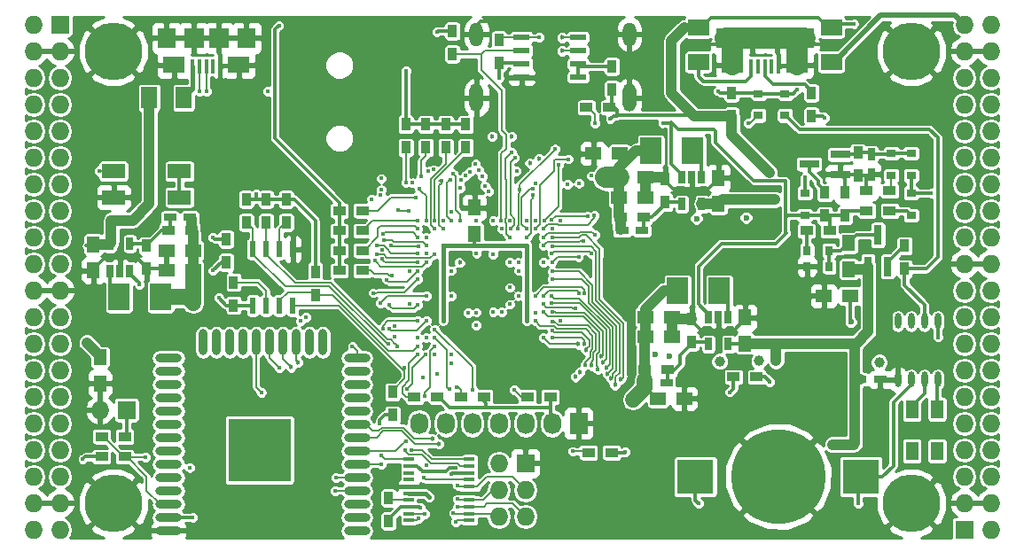
<source format=gbl>
G04 #@! TF.FileFunction,Copper,L4,Bot,Signal*
%FSLAX46Y46*%
G04 Gerber Fmt 4.6, Leading zero omitted, Abs format (unit mm)*
G04 Created by KiCad (PCBNEW 4.0.5+dfsg1-4) date Tue May 23 22:35:55 2017*
%MOMM*%
%LPD*%
G01*
G04 APERTURE LIST*
%ADD10C,0.100000*%
%ADD11R,3.500000X3.300000*%
%ADD12C,9.000000*%
%ADD13R,2.032000X1.524000*%
%ADD14R,2.000000X2.500000*%
%ADD15R,0.700000X1.200000*%
%ADD16R,1.250000X1.500000*%
%ADD17R,1.500000X1.250000*%
%ADD18R,1.524000X2.032000*%
%ADD19O,0.609600X1.473200*%
%ADD20R,0.800000X0.900000*%
%ADD21R,0.900000X0.800000*%
%ADD22R,0.800000X1.900000*%
%ADD23R,1.900000X0.800000*%
%ADD24R,1.200000X0.750000*%
%ADD25R,0.750000X1.200000*%
%ADD26R,1.200000X0.900000*%
%ADD27R,0.900000X1.200000*%
%ADD28O,1.300000X2.700000*%
%ADD29O,1.300000X2.300000*%
%ADD30R,0.600000X1.550000*%
%ADD31R,1.550000X0.600000*%
%ADD32O,2.500000X0.900000*%
%ADD33O,0.900000X2.500000*%
%ADD34R,6.000000X6.000000*%
%ADD35R,1.727200X1.727200*%
%ADD36O,1.727200X1.727200*%
%ADD37C,5.500000*%
%ADD38R,1.000000X0.400000*%
%ADD39R,1.200000X1.800000*%
%ADD40R,2.200000X1.400000*%
%ADD41R,1.727200X2.032000*%
%ADD42O,1.727200X2.032000*%
%ADD43R,2.100000X1.600000*%
%ADD44R,1.900000X1.900000*%
%ADD45R,0.400000X1.350000*%
%ADD46R,1.800000X1.900000*%
%ADD47C,0.400000*%
%ADD48C,0.600000*%
%ADD49C,1.000000*%
%ADD50C,0.454000*%
%ADD51C,0.300000*%
%ADD52C,2.000000*%
%ADD53C,1.000000*%
%ADD54C,0.400000*%
%ADD55C,0.500000*%
%ADD56C,1.500000*%
%ADD57C,0.190000*%
%ADD58C,0.200000*%
%ADD59C,0.254000*%
G04 APERTURE END LIST*
D10*
D11*
X174390000Y-105870000D03*
X158590000Y-105870000D03*
D12*
X166490000Y-105870000D03*
D13*
X171570000Y-62944000D03*
X171570000Y-66246000D03*
D14*
X160870000Y-88090000D03*
X156870000Y-88090000D03*
D15*
X159825000Y-90600000D03*
X160775000Y-90600000D03*
X161725000Y-90600000D03*
X161725000Y-93200000D03*
X159825000Y-93200000D03*
D14*
X158330000Y-74755000D03*
X154330000Y-74755000D03*
D15*
X157285000Y-77235000D03*
X158235000Y-77235000D03*
X159185000Y-77235000D03*
X159185000Y-79835000D03*
X157285000Y-79835000D03*
D14*
X103530000Y-88725000D03*
X107530000Y-88725000D03*
D15*
X104575000Y-86215000D03*
X103625000Y-86215000D03*
X102675000Y-86215000D03*
X102675000Y-83615000D03*
X104575000Y-83615000D03*
D16*
X101085000Y-83665000D03*
X101085000Y-86165000D03*
D17*
X153810000Y-90630000D03*
X156310000Y-90630000D03*
X153810000Y-92535000D03*
X156310000Y-92535000D03*
D16*
X163315000Y-93150000D03*
X163315000Y-90650000D03*
D17*
X151270000Y-79200000D03*
X153770000Y-79200000D03*
X151270000Y-77295000D03*
X153770000Y-77295000D03*
D16*
X160775000Y-79815000D03*
X160775000Y-77315000D03*
D17*
X110590000Y-84280000D03*
X108090000Y-84280000D03*
X110590000Y-86185000D03*
X108090000Y-86185000D03*
D18*
X106419000Y-69675000D03*
X109721000Y-69675000D03*
D13*
X158870000Y-66246000D03*
X158870000Y-62944000D03*
D19*
X181730000Y-96599000D03*
X180460000Y-96599000D03*
X179190000Y-96599000D03*
X177920000Y-96599000D03*
X177920000Y-91011000D03*
X179190000Y-91011000D03*
X180460000Y-91011000D03*
X181730000Y-91011000D03*
D16*
X173221000Y-86038000D03*
X173221000Y-83538000D03*
D20*
X169250000Y-84280000D03*
X171350000Y-84280000D03*
D21*
X179190000Y-80885000D03*
X179190000Y-78785000D03*
X177285000Y-74975000D03*
X177285000Y-77075000D03*
X169030000Y-80885000D03*
X169030000Y-78785000D03*
D22*
X176965000Y-85780000D03*
X175065000Y-85780000D03*
X176015000Y-82780000D03*
D23*
X172435000Y-75075000D03*
X172435000Y-76975000D03*
X169435000Y-76025000D03*
D24*
X153910000Y-96910000D03*
X155810000Y-96910000D03*
X151570000Y-82375000D03*
X153470000Y-82375000D03*
X110290000Y-81105000D03*
X108390000Y-81105000D03*
D25*
X175380000Y-75075000D03*
X175380000Y-76975000D03*
D26*
X169200000Y-82375000D03*
X171400000Y-82375000D03*
D27*
X172840000Y-80935000D03*
X172840000Y-78735000D03*
D26*
X177115000Y-80470000D03*
X174915000Y-80470000D03*
D27*
X174110000Y-74925000D03*
X174110000Y-77125000D03*
X178555000Y-83815000D03*
X178555000Y-86015000D03*
X113785000Y-83180000D03*
X113785000Y-85380000D03*
X170935000Y-80935000D03*
X170935000Y-78735000D03*
X129280000Y-107900000D03*
X129280000Y-110100000D03*
D26*
X150572000Y-103584000D03*
X148372000Y-103584000D03*
X177115000Y-78565000D03*
X174915000Y-78565000D03*
X153760000Y-95640000D03*
X155960000Y-95640000D03*
X110440000Y-82375000D03*
X108240000Y-82375000D03*
X151420000Y-81105000D03*
X153620000Y-81105000D03*
D27*
X158235000Y-90800000D03*
X158235000Y-93000000D03*
X106165000Y-86015000D03*
X106165000Y-83815000D03*
X155695000Y-77465000D03*
X155695000Y-79665000D03*
D26*
X126782000Y-86185000D03*
X124582000Y-86185000D03*
X126782000Y-84279000D03*
X124582000Y-84279000D03*
X126782000Y-82375000D03*
X124582000Y-82375000D03*
X126782000Y-80470000D03*
X124582000Y-80470000D03*
D27*
X130930000Y-74417000D03*
X130930000Y-72217000D03*
X132835000Y-74417000D03*
X132835000Y-72217000D03*
X134740000Y-74417000D03*
X134740000Y-72217000D03*
X136645000Y-74417000D03*
X136645000Y-72217000D03*
D28*
X152280000Y-69650000D03*
X137680000Y-69650000D03*
D29*
X137680000Y-63600000D03*
X152280000Y-63600000D03*
D30*
X116325000Y-84120000D03*
X117595000Y-84120000D03*
X118865000Y-84120000D03*
X120135000Y-84120000D03*
X120135000Y-89520000D03*
X118865000Y-89520000D03*
X117595000Y-89520000D03*
X116325000Y-89520000D03*
D24*
X174330000Y-96600000D03*
X176230000Y-96600000D03*
D31*
X141980000Y-67705000D03*
X141980000Y-66435000D03*
X141980000Y-65165000D03*
X141980000Y-63895000D03*
X147380000Y-63895000D03*
X147380000Y-65165000D03*
X147380000Y-66435000D03*
X147380000Y-67705000D03*
D20*
X171350000Y-85804000D03*
X169250000Y-85804000D03*
D21*
X179190000Y-77075000D03*
X179190000Y-74975000D03*
D32*
X126260434Y-111030338D03*
X126260434Y-109760338D03*
X126260434Y-108490338D03*
X126260434Y-107220338D03*
X126260434Y-105950338D03*
X126260434Y-104680338D03*
X126260434Y-103410338D03*
X126260434Y-102140338D03*
X126260434Y-100870338D03*
X126260434Y-99600338D03*
X126260434Y-98330338D03*
X126260434Y-97060338D03*
X126260434Y-95790338D03*
X126260434Y-94520338D03*
D33*
X122975434Y-93030338D03*
X121705434Y-93030338D03*
X120435434Y-93030338D03*
X119165434Y-93030338D03*
X117895434Y-93030338D03*
X116625434Y-93030338D03*
X115355434Y-93030338D03*
X114085434Y-93030338D03*
X112815434Y-93030338D03*
X111545434Y-93030338D03*
D32*
X108260434Y-94520338D03*
X108260434Y-95790338D03*
X108260434Y-97060338D03*
X108260434Y-98330338D03*
X108260434Y-99600338D03*
X108260434Y-100870338D03*
X108260434Y-102140338D03*
X108260434Y-103410338D03*
X108260434Y-104680338D03*
X108260434Y-105950338D03*
X108260434Y-107220338D03*
X108260434Y-108490338D03*
X108260434Y-109760338D03*
X108260434Y-111030338D03*
D34*
X116960434Y-103330338D03*
D35*
X97910000Y-62690000D03*
D36*
X95370000Y-62690000D03*
X97910000Y-65230000D03*
X95370000Y-65230000D03*
X97910000Y-67770000D03*
X95370000Y-67770000D03*
X97910000Y-70310000D03*
X95370000Y-70310000D03*
X97910000Y-72850000D03*
X95370000Y-72850000D03*
X97910000Y-75390000D03*
X95370000Y-75390000D03*
X97910000Y-77930000D03*
X95370000Y-77930000D03*
X97910000Y-80470000D03*
X95370000Y-80470000D03*
X97910000Y-83010000D03*
X95370000Y-83010000D03*
X97910000Y-85550000D03*
X95370000Y-85550000D03*
X97910000Y-88090000D03*
X95370000Y-88090000D03*
X97910000Y-90630000D03*
X95370000Y-90630000D03*
X97910000Y-93170000D03*
X95370000Y-93170000D03*
X97910000Y-95710000D03*
X95370000Y-95710000D03*
X97910000Y-98250000D03*
X95370000Y-98250000D03*
X97910000Y-100790000D03*
X95370000Y-100790000D03*
X97910000Y-103330000D03*
X95370000Y-103330000D03*
X97910000Y-105870000D03*
X95370000Y-105870000D03*
X97910000Y-108410000D03*
X95370000Y-108410000D03*
X97910000Y-110950000D03*
X95370000Y-110950000D03*
D35*
X184270000Y-110950000D03*
D36*
X186810000Y-110950000D03*
X184270000Y-108410000D03*
X186810000Y-108410000D03*
X184270000Y-105870000D03*
X186810000Y-105870000D03*
X184270000Y-103330000D03*
X186810000Y-103330000D03*
X184270000Y-100790000D03*
X186810000Y-100790000D03*
X184270000Y-98250000D03*
X186810000Y-98250000D03*
X184270000Y-95710000D03*
X186810000Y-95710000D03*
X184270000Y-93170000D03*
X186810000Y-93170000D03*
X184270000Y-90630000D03*
X186810000Y-90630000D03*
X184270000Y-88090000D03*
X186810000Y-88090000D03*
X184270000Y-85550000D03*
X186810000Y-85550000D03*
X184270000Y-83010000D03*
X186810000Y-83010000D03*
X184270000Y-80470000D03*
X186810000Y-80470000D03*
X184270000Y-77930000D03*
X186810000Y-77930000D03*
X184270000Y-75390000D03*
X186810000Y-75390000D03*
X184270000Y-72850000D03*
X186810000Y-72850000D03*
X184270000Y-70310000D03*
X186810000Y-70310000D03*
X184270000Y-67770000D03*
X186810000Y-67770000D03*
X184270000Y-65230000D03*
X186810000Y-65230000D03*
X184270000Y-62690000D03*
X186810000Y-62690000D03*
D37*
X102990000Y-108410000D03*
X179190000Y-108410000D03*
X179190000Y-65230000D03*
X102990000Y-65230000D03*
D21*
X167125000Y-69260000D03*
X167125000Y-71360000D03*
X164585000Y-69260000D03*
X164585000Y-71360000D03*
D27*
X162045000Y-71410000D03*
X162045000Y-69210000D03*
X139820000Y-66330000D03*
X139820000Y-64130000D03*
X135375000Y-63300000D03*
X135375000Y-65500000D03*
X150615000Y-68870000D03*
X150615000Y-66670000D03*
D26*
X150380000Y-70600000D03*
X148180000Y-70600000D03*
D38*
X137005000Y-104215000D03*
X137005000Y-104865000D03*
X137005000Y-105515000D03*
X137005000Y-106165000D03*
X137005000Y-106815000D03*
X137005000Y-107465000D03*
X137005000Y-108115000D03*
X137005000Y-108765000D03*
X137005000Y-109415000D03*
X137005000Y-110065000D03*
X131205000Y-110065000D03*
X131205000Y-109415000D03*
X131205000Y-108765000D03*
X131205000Y-108115000D03*
X131205000Y-107465000D03*
X131205000Y-106815000D03*
X131205000Y-106165000D03*
X131205000Y-105515000D03*
X131205000Y-104865000D03*
X131205000Y-104215000D03*
D27*
X119500000Y-79370000D03*
X119500000Y-81570000D03*
X114480000Y-89500000D03*
X114480000Y-87300000D03*
X129660000Y-99985000D03*
X129660000Y-97785000D03*
X117595000Y-79370000D03*
X117595000Y-81570000D03*
X122280000Y-86300000D03*
X122280000Y-88500000D03*
X115690000Y-79370000D03*
X115690000Y-81570000D03*
D26*
X144730000Y-98250000D03*
X142530000Y-98250000D03*
X138380000Y-98250000D03*
X136180000Y-98250000D03*
X133935000Y-98250000D03*
X131735000Y-98250000D03*
X101890000Y-103965000D03*
X104090000Y-103965000D03*
D39*
X179260000Y-99425000D03*
X179260000Y-103425000D03*
X181660000Y-103425000D03*
X181660000Y-99425000D03*
D40*
X109315000Y-79180000D03*
X103015000Y-79180000D03*
X103015000Y-76680000D03*
X109315000Y-76680000D03*
D35*
X104260000Y-99520000D03*
D36*
X101720000Y-99520000D03*
D41*
X147440000Y-100790000D03*
D42*
X144900000Y-100790000D03*
X142360000Y-100790000D03*
X139820000Y-100790000D03*
X137280000Y-100790000D03*
X134740000Y-100790000D03*
X132200000Y-100790000D03*
D26*
X101890000Y-102060000D03*
X104090000Y-102060000D03*
D43*
X108780000Y-66510000D03*
X114980000Y-66510000D03*
D44*
X110680000Y-63960000D03*
X113080000Y-63960000D03*
D45*
X110580000Y-66635000D03*
X111230000Y-66635000D03*
X111880000Y-66635000D03*
X112530000Y-66635000D03*
X113180000Y-66635000D03*
D46*
X108080000Y-63960000D03*
X115680000Y-63960000D03*
D43*
X162120000Y-66510000D03*
X168320000Y-66510000D03*
D44*
X164020000Y-63960000D03*
X166420000Y-63960000D03*
D45*
X163920000Y-66635000D03*
X164570000Y-66635000D03*
X165220000Y-66635000D03*
X165870000Y-66635000D03*
X166520000Y-66635000D03*
D46*
X161420000Y-63960000D03*
X169020000Y-63960000D03*
D17*
X173330000Y-88600000D03*
X170830000Y-88600000D03*
D26*
X164415000Y-96345000D03*
X162215000Y-96345000D03*
D27*
X169665000Y-69210000D03*
X169665000Y-71410000D03*
D35*
X142360000Y-104600000D03*
D36*
X139820000Y-104600000D03*
X142360000Y-107140000D03*
X139820000Y-107140000D03*
X142360000Y-109680000D03*
X139820000Y-109680000D03*
D17*
X155030000Y-98400000D03*
X157530000Y-98400000D03*
D16*
X137480000Y-82650000D03*
X137480000Y-80150000D03*
D17*
X151330000Y-75000000D03*
X148830000Y-75000000D03*
D16*
X101720000Y-94460000D03*
X101720000Y-96960000D03*
D47*
X120770000Y-72215000D03*
X133216000Y-109934000D03*
D48*
X161067993Y-81216119D03*
X165056614Y-81112829D03*
D49*
X177293185Y-82218075D03*
X158233687Y-94852616D03*
X162992748Y-94820185D03*
D47*
X147987361Y-72048054D03*
X146472205Y-72119437D03*
X144995724Y-72043543D03*
X143485784Y-72030166D03*
X141993027Y-72056172D03*
D48*
X156280000Y-81210838D03*
D47*
X167276175Y-85638646D03*
X112935911Y-99344089D03*
X131254529Y-86251357D03*
D49*
X159480000Y-64600000D03*
D47*
X140880000Y-81400000D03*
X136085174Y-89394826D03*
X145680000Y-91000000D03*
X135280000Y-80600000D03*
X145680000Y-81400000D03*
X139080000Y-69600000D03*
X120430000Y-97050000D03*
X150080000Y-81600000D03*
X131280000Y-89400000D03*
X133690245Y-94180159D03*
D50*
X139312644Y-91359700D03*
D47*
X140874194Y-91433353D03*
X145680000Y-85422010D03*
X132880424Y-84565132D03*
X144080000Y-84600000D03*
X145680000Y-94200000D03*
X135280000Y-95000000D03*
X135280000Y-94200000D03*
X142480000Y-94200000D03*
X140880000Y-93400000D03*
X139280000Y-93400000D03*
X137680000Y-93400000D03*
X136080000Y-93400000D03*
X136880000Y-92600000D03*
X135280000Y-92600000D03*
X132880000Y-91800000D03*
X132880000Y-93400000D03*
X132880000Y-82200000D03*
D50*
X141042859Y-86994997D03*
X139280000Y-87000000D03*
X136110990Y-86995403D03*
X139280000Y-88600000D03*
X137680000Y-87000000D03*
X136080000Y-84600000D03*
D47*
X133157010Y-107839890D03*
D49*
X166193920Y-79388894D03*
X165656988Y-76826063D03*
X102731849Y-83486234D03*
X171691460Y-102804953D03*
D47*
X150457224Y-71672365D03*
X173680000Y-62600000D03*
D49*
X166280000Y-94800000D03*
X100479904Y-93063904D03*
D47*
X116638639Y-78850286D03*
X109315000Y-77930000D03*
D48*
X163422030Y-81120665D03*
X173423383Y-91076878D03*
D49*
X176134461Y-94945539D03*
D48*
X154726292Y-94171363D03*
X156077107Y-94380779D03*
D49*
X160908408Y-94850523D03*
D48*
X158680000Y-81210838D03*
D47*
X170935000Y-71580000D03*
X181730000Y-92550000D03*
X112515000Y-83010000D03*
X165680000Y-96800000D03*
X133880000Y-63400000D03*
X148639876Y-77124934D03*
X181065000Y-78785000D03*
X128441330Y-100795881D03*
X110529662Y-109760338D03*
X110280000Y-105000000D03*
X100080000Y-104200000D03*
X113080000Y-88800000D03*
X139820000Y-67770000D03*
D49*
X164653770Y-94825547D03*
X149710735Y-77289735D03*
D47*
X137665894Y-91402446D03*
X135273306Y-88618602D03*
X139272517Y-84611349D03*
X137680556Y-84534085D03*
X141680000Y-86200000D03*
X135280000Y-86200000D03*
X132880000Y-92600000D03*
X132080000Y-92600000D03*
X141680000Y-88600000D03*
X141680000Y-85400000D03*
D49*
X152621047Y-98519969D03*
D47*
X136885174Y-90194826D03*
X140094890Y-90122990D03*
X139280000Y-90122990D03*
X140880000Y-89400000D03*
X137680000Y-90172990D03*
X140880000Y-87800000D03*
X140880000Y-85400000D03*
D50*
X136080000Y-85400000D03*
D47*
X129842442Y-91487871D03*
X121408624Y-90632457D03*
X129838418Y-92539772D03*
X120880000Y-91000000D03*
D49*
X110617371Y-89287199D03*
D47*
X142480000Y-91000000D03*
X142480000Y-83800000D03*
X134480000Y-83800000D03*
X134480000Y-91000000D03*
X105462439Y-87482966D03*
X155480000Y-72078965D03*
X117749531Y-69040000D03*
X174110000Y-108410000D03*
X158870000Y-108410000D03*
X135884156Y-106696010D03*
X137288700Y-97538741D03*
X133680000Y-91800000D03*
D50*
X134074414Y-102752225D03*
D47*
X135085458Y-97531790D03*
X135855186Y-108022639D03*
D50*
X133449289Y-102232615D03*
D47*
X133680000Y-92600000D03*
X132752670Y-98178920D03*
X128610113Y-104714568D03*
X132918584Y-104800000D03*
X135853254Y-108792386D03*
X133685668Y-93402482D03*
X130914528Y-102469652D03*
X131039363Y-97487286D03*
X135471949Y-109365878D03*
X132846234Y-94197073D03*
X118810854Y-62760893D03*
X130927442Y-67119621D03*
D50*
X145851858Y-65189228D03*
D47*
X148991194Y-72093683D03*
D50*
X145873729Y-63920849D03*
D47*
X143680000Y-63900000D03*
X140035989Y-81400000D03*
X129095296Y-87048250D03*
X132077895Y-86214963D03*
X117121665Y-97817265D03*
X118843798Y-95498222D03*
D50*
X119978162Y-95412951D03*
X120634035Y-94977604D03*
D47*
X168319170Y-68882010D03*
X160775000Y-69040000D03*
X147480000Y-77822010D03*
X146387166Y-77918991D03*
X131453853Y-103296209D03*
D50*
X148653935Y-95239949D03*
D47*
X144885216Y-91021238D03*
D50*
X149619858Y-94378867D03*
D47*
X144885689Y-90132858D03*
D50*
X150895161Y-97104924D03*
D47*
X144890381Y-83866022D03*
D50*
X151426924Y-96584651D03*
D47*
X144894101Y-83022010D03*
D50*
X150518912Y-96497510D03*
D47*
X144901285Y-86268736D03*
D50*
X150197861Y-96013257D03*
D47*
X144888562Y-86993817D03*
D50*
X150072035Y-95446034D03*
D47*
X144877648Y-88622010D03*
D50*
X149779241Y-94944191D03*
D47*
X144869421Y-89288847D03*
D50*
X148110244Y-93760618D03*
D47*
X144882782Y-91877646D03*
D50*
X147402091Y-93209005D03*
D47*
X144080000Y-92600000D03*
D50*
X147982902Y-93193733D03*
D47*
X144882352Y-92577990D03*
X130807074Y-95454141D03*
X130124012Y-93413277D03*
X132080000Y-93400000D03*
X129279152Y-93216670D03*
X133919980Y-96038729D03*
X141280000Y-97600000D03*
X132572818Y-96383863D03*
X135770000Y-97338127D03*
X132080000Y-94200000D03*
X128645750Y-84222251D03*
X106080000Y-104000000D03*
X129334585Y-89482640D03*
X132080000Y-89444020D03*
X130839486Y-103354982D03*
X128602801Y-103872537D03*
X132656192Y-105976192D03*
X128490573Y-89279880D03*
X132880000Y-88600000D03*
X127816438Y-88312067D03*
X124253981Y-105982535D03*
X132080000Y-87000000D03*
X125827283Y-93452662D03*
X124202418Y-107207639D03*
D50*
X139185419Y-73378045D03*
X141029139Y-73391006D03*
X143625670Y-75521246D03*
X142775852Y-75939146D03*
D47*
X132150284Y-109889120D03*
X111880000Y-69040000D03*
X132748035Y-109420684D03*
X111230000Y-69025000D03*
X135158117Y-77502884D03*
X135274882Y-81390604D03*
X134546021Y-81390604D03*
X133091535Y-76687359D03*
X133595078Y-76531839D03*
X128595255Y-77377807D03*
X127643658Y-79355564D03*
X128515897Y-78994176D03*
X128569727Y-78469921D03*
X131565025Y-77790995D03*
X132210454Y-78375833D03*
X132857990Y-81390526D03*
X128759841Y-82710093D03*
X132084821Y-82977990D03*
X128861437Y-83258636D03*
X132886504Y-83777990D03*
X129500613Y-83777990D03*
X132117443Y-83866021D03*
X128148484Y-83767060D03*
X132079996Y-84503337D03*
X128123478Y-84637835D03*
X133671942Y-84595200D03*
X127946860Y-85226552D03*
X132875802Y-85421990D03*
D50*
X147140083Y-96339917D03*
X147534467Y-95913260D03*
D47*
X148074116Y-95229326D03*
X143280000Y-91000000D03*
X149207706Y-95605291D03*
X144082424Y-90132858D03*
X147125926Y-89802879D03*
X144035793Y-89397606D03*
X143281824Y-90201951D03*
X144080517Y-85397219D03*
X147422472Y-84858593D03*
X144886544Y-85385186D03*
X148975652Y-82755341D03*
X144080000Y-83000000D03*
X144885092Y-82177990D03*
X147470668Y-88324835D03*
X144082832Y-88584510D03*
X147997681Y-88324844D03*
X143278026Y-88595030D03*
X148935852Y-80899014D03*
X144076901Y-82186448D03*
X148337768Y-80975785D03*
X144866392Y-81333979D03*
X139280000Y-81400000D03*
X138857381Y-78600803D03*
X138474753Y-78117762D03*
X138223359Y-77164182D03*
X137589337Y-75974186D03*
X137906348Y-76577236D03*
X137680000Y-81400000D03*
X137023753Y-76742518D03*
X136645199Y-77109176D03*
X136170384Y-77530992D03*
X136102010Y-78268593D03*
X135473781Y-76949230D03*
X136080000Y-81400000D03*
X148668800Y-84550385D03*
X144877691Y-84532933D03*
X147894174Y-83335809D03*
X144080000Y-83800000D03*
X143020312Y-78979262D03*
X142473549Y-82998913D03*
X143087229Y-78375187D03*
X142457990Y-82191394D03*
X145494012Y-76055333D03*
X144146021Y-81374784D03*
X143323210Y-77837480D03*
X146456648Y-75528334D03*
X143302010Y-82194992D03*
X143302010Y-81381735D03*
X145172870Y-74577299D03*
X141820108Y-78446944D03*
X141657990Y-82130345D03*
X142457990Y-81382236D03*
X140080000Y-82200000D03*
X141499915Y-76647924D03*
X141046643Y-74873804D03*
X140864029Y-83041403D03*
X140924011Y-82179283D03*
X141329877Y-75415642D03*
X129599528Y-86644074D03*
X132880000Y-83000000D03*
X132080000Y-82177990D03*
X132080000Y-81400000D03*
X131880000Y-79200000D03*
X130919839Y-77742623D03*
X132397609Y-77214811D03*
X133680000Y-82200000D03*
X133702010Y-81400000D03*
X129306502Y-91735782D03*
X132880000Y-91000000D03*
X128743234Y-91729555D03*
X132077648Y-90977990D03*
X130173445Y-80398223D03*
X131180000Y-80500000D03*
X128664038Y-85066262D03*
X132079620Y-85370951D03*
X163632576Y-72096470D03*
X134314106Y-77564232D03*
X134480000Y-82200000D03*
X135680000Y-110200000D03*
X146844288Y-103452739D03*
X132540000Y-105400000D03*
X135680000Y-105037990D03*
X132280000Y-108800000D03*
X135248000Y-105616000D03*
X101631196Y-76659251D03*
X112515000Y-86185000D03*
X161880000Y-97800000D03*
X151896383Y-103510715D03*
X169030000Y-77295000D03*
D51*
X176230000Y-96600000D02*
X177919000Y-96600000D01*
X177919000Y-96600000D02*
X177920000Y-96599000D01*
X167441529Y-85804000D02*
X167276175Y-85638646D01*
X169250000Y-85804000D02*
X167441529Y-85804000D01*
X139080000Y-69600000D02*
X137730000Y-69600000D01*
X137730000Y-69600000D02*
X137680000Y-69650000D01*
X150130000Y-62400000D02*
X151330000Y-63600000D01*
X151330000Y-63600000D02*
X152280000Y-63600000D01*
X138080000Y-62400000D02*
X150130000Y-62400000D01*
X137680000Y-62800000D02*
X138080000Y-62400000D01*
X137680000Y-63600000D02*
X137680000Y-62800000D01*
X137680000Y-63600000D02*
X137680000Y-63000000D01*
X166520000Y-66635000D02*
X168195000Y-66635000D01*
X168195000Y-66635000D02*
X168320000Y-66510000D01*
X134345000Y-107465000D02*
X133695000Y-106815000D01*
X133695000Y-106815000D02*
X131205000Y-106815000D01*
X137005000Y-107465000D02*
X134345000Y-107465000D01*
X170080000Y-64600000D02*
X170680000Y-64600000D01*
X169020000Y-63960000D02*
X169440000Y-63960000D01*
X169440000Y-63960000D02*
X170080000Y-64600000D01*
X169020000Y-63960000D02*
X169240000Y-63960000D01*
X160480000Y-64600000D02*
X159480000Y-64600000D01*
X161120000Y-63960000D02*
X160480000Y-64600000D01*
X161420000Y-63960000D02*
X161120000Y-63960000D01*
X169240000Y-63960000D02*
X169880000Y-64600000D01*
D52*
X161420000Y-63960000D02*
X169020000Y-63960000D01*
X162120000Y-66510000D02*
X162120000Y-64660000D01*
D51*
X162120000Y-64660000D02*
X161420000Y-63960000D01*
D52*
X168320000Y-66510000D02*
X168320000Y-64660000D01*
D51*
X168320000Y-64660000D02*
X169020000Y-63960000D01*
X102210000Y-84915000D02*
X103625000Y-84915000D01*
X103625000Y-84915000D02*
X105215000Y-84915000D01*
X103625000Y-86215000D02*
X103625000Y-84915000D01*
X105215000Y-84915000D02*
X106165000Y-85865000D01*
X106165000Y-85865000D02*
X106165000Y-86015000D01*
X101085000Y-86165000D02*
X101085000Y-86040000D01*
X101085000Y-86040000D02*
X102210000Y-84915000D01*
X106165000Y-86015000D02*
X107920000Y-86015000D01*
X107920000Y-86015000D02*
X108090000Y-86185000D01*
X139085645Y-91132701D02*
X139312644Y-91359700D01*
X138480000Y-89400000D02*
X138480000Y-90527056D01*
X139280000Y-88600000D02*
X138480000Y-89400000D01*
X138480000Y-90527056D02*
X139085645Y-91132701D01*
D53*
X153770000Y-77295000D02*
X155525000Y-77295000D01*
D51*
X155525000Y-77295000D02*
X155695000Y-77465000D01*
D53*
X153770000Y-79200000D02*
X153770000Y-77295000D01*
D51*
X174110000Y-77125000D02*
X174745000Y-77125000D01*
X174745000Y-77125000D02*
X175230000Y-77125000D01*
X174915000Y-78565000D02*
X174915000Y-77295000D01*
X174915000Y-77295000D02*
X174745000Y-77125000D01*
X172840000Y-78735000D02*
X172840000Y-77380000D01*
X172840000Y-77380000D02*
X172435000Y-76975000D01*
X175230000Y-77125000D02*
X175380000Y-76975000D01*
X172435000Y-76975000D02*
X173960000Y-76975000D01*
X173960000Y-76975000D02*
X174110000Y-77125000D01*
X137680000Y-86200000D02*
X137680000Y-86600000D01*
X136080000Y-84600000D02*
X137680000Y-86200000D01*
X159850000Y-78365000D02*
X158235000Y-78365000D01*
X158235000Y-78365000D02*
X156445000Y-78365000D01*
X158235000Y-77235000D02*
X158235000Y-78365000D01*
X160775000Y-77315000D02*
X160775000Y-77440000D01*
X160775000Y-77440000D02*
X159850000Y-78365000D01*
X156445000Y-78365000D02*
X155695000Y-77615000D01*
X155695000Y-77615000D02*
X155695000Y-77465000D01*
D53*
X156310000Y-90630000D02*
X156310000Y-92535000D01*
X158235000Y-90800000D02*
X156480000Y-90800000D01*
D51*
X156480000Y-90800000D02*
X156310000Y-90630000D01*
X163315000Y-90650000D02*
X163315000Y-90834602D01*
X163315000Y-90834602D02*
X162249602Y-91900000D01*
X162249602Y-91900000D02*
X160775000Y-91900000D01*
X101085000Y-86165000D02*
X101085000Y-85929893D01*
X106165000Y-85944374D02*
X106165000Y-86015000D01*
X159185000Y-91900000D02*
X160775000Y-91900000D01*
X160775000Y-90600000D02*
X160775000Y-91900000D01*
X158235000Y-90800000D02*
X158235000Y-90950000D01*
X158235000Y-90950000D02*
X159185000Y-91900000D01*
X108090000Y-84280000D02*
X108090000Y-86185000D01*
X107625000Y-84745000D02*
X108090000Y-84280000D01*
X108070000Y-84260000D02*
X108090000Y-84280000D01*
X141037856Y-87000000D02*
X141042859Y-86994997D01*
X139280000Y-87000000D02*
X141037856Y-87000000D01*
X136432016Y-86995403D02*
X136110990Y-86995403D01*
X137284597Y-86995403D02*
X136432016Y-86995403D01*
X137680000Y-86600000D02*
X137284597Y-86995403D01*
X137680000Y-86600000D02*
X137680000Y-87000000D01*
D53*
X175065000Y-92015000D02*
X175065000Y-85780000D01*
X173795000Y-96600000D02*
X174330000Y-96600000D01*
X173795000Y-102695000D02*
X173795000Y-96600000D01*
X173795000Y-96600000D02*
X173795000Y-93285000D01*
X106419000Y-69929000D02*
X106407114Y-69940886D01*
X102769569Y-81375780D02*
X102769569Y-83448514D01*
X102769569Y-83448514D02*
X102731849Y-83486234D01*
X106407114Y-69940886D02*
X106407114Y-79810969D01*
X106407114Y-79810969D02*
X104842303Y-81375780D01*
X104842303Y-81375780D02*
X102769569Y-81375780D01*
D54*
X132957011Y-107639891D02*
X133157010Y-107839890D01*
X131205000Y-107465000D02*
X132782120Y-107465000D01*
X132782120Y-107465000D02*
X132957011Y-107639891D01*
D53*
X165486814Y-79388894D02*
X166193920Y-79388894D01*
X160790000Y-79800000D02*
X161201106Y-79388894D01*
X161201106Y-79388894D02*
X165486814Y-79388894D01*
X165156989Y-76326064D02*
X165656988Y-76826063D01*
X162045000Y-73214075D02*
X165156989Y-76326064D01*
X162045000Y-71410000D02*
X162045000Y-73214075D01*
D51*
X102553083Y-83665000D02*
X102731849Y-83486234D01*
X101085000Y-83665000D02*
X102553083Y-83665000D01*
D53*
X172398566Y-102804953D02*
X171691460Y-102804953D01*
X173685047Y-102804953D02*
X172398566Y-102804953D01*
X173690000Y-102800000D02*
X173685047Y-102804953D01*
D51*
X151080000Y-71400000D02*
X150729589Y-71400000D01*
X150729589Y-71400000D02*
X150657223Y-71472366D01*
X150657223Y-71472366D02*
X150457224Y-71672365D01*
X151164012Y-71315988D02*
X158407951Y-71315988D01*
X151080000Y-71400000D02*
X151164012Y-71315988D01*
X158407951Y-71315988D02*
X158501963Y-71410000D01*
X158870000Y-62944000D02*
X157554000Y-62944000D01*
D53*
X157554000Y-62944000D02*
X156306476Y-64191524D01*
X156306476Y-64191524D02*
X156306476Y-69214513D01*
X156306476Y-69214513D02*
X158501963Y-71410000D01*
X158501963Y-71410000D02*
X162045000Y-71410000D01*
D51*
X106419000Y-69675000D02*
X106419000Y-69929000D01*
X100572432Y-83665000D02*
X100424079Y-83813353D01*
X101085000Y-83665000D02*
X100572432Y-83665000D01*
X173680000Y-62600000D02*
X171914000Y-62600000D01*
X171914000Y-62600000D02*
X171570000Y-62944000D01*
X171570000Y-62944000D02*
X171224000Y-62944000D01*
X171224000Y-62944000D02*
X170280000Y-62000000D01*
X159136000Y-62944000D02*
X158870000Y-62944000D01*
X170280000Y-62000000D02*
X160080000Y-62000000D01*
X160080000Y-62000000D02*
X159136000Y-62944000D01*
X160790000Y-79800000D02*
X160775000Y-79815000D01*
D53*
X166280000Y-93150000D02*
X173930000Y-93150000D01*
X163315000Y-93150000D02*
X166280000Y-93150000D01*
X166280000Y-93150000D02*
X166280000Y-94800000D01*
D51*
X173795000Y-93285000D02*
X173930000Y-93150000D01*
X160775000Y-79940000D02*
X160775000Y-79815000D01*
D53*
X173930000Y-93150000D02*
X175065000Y-92015000D01*
D51*
X164925000Y-93150000D02*
X164240000Y-93150000D01*
X164240000Y-93150000D02*
X163315000Y-93150000D01*
X173690000Y-102800000D02*
X173795000Y-102695000D01*
X101085000Y-83665000D02*
X101085000Y-83790000D01*
X151080000Y-71400000D02*
X151080000Y-70838120D01*
X151080000Y-70838120D02*
X150615000Y-70373120D01*
X150615000Y-70373120D02*
X150615000Y-69995990D01*
X150615000Y-69995990D02*
X150615000Y-68870000D01*
D53*
X159185000Y-79835000D02*
X160755000Y-79835000D01*
D51*
X160755000Y-79835000D02*
X160775000Y-79815000D01*
X161725000Y-93200000D02*
X163265000Y-93200000D01*
X163265000Y-93200000D02*
X163315000Y-93150000D01*
D53*
X173221000Y-86038000D02*
X174807000Y-86038000D01*
D51*
X174807000Y-86038000D02*
X175065000Y-85780000D01*
D53*
X101085000Y-83665000D02*
X102625000Y-83665000D01*
D51*
X102625000Y-83665000D02*
X102675000Y-83615000D01*
X171570000Y-66246000D02*
X171824000Y-66246000D01*
D55*
X171824000Y-66246000D02*
X176270000Y-61800000D01*
X176270000Y-61800000D02*
X183380000Y-61800000D01*
X183380000Y-61800000D02*
X184270000Y-62690000D01*
D51*
X100479904Y-93094904D02*
X100479904Y-93063904D01*
D53*
X101720000Y-94335000D02*
X100479904Y-93094904D01*
D51*
X101720000Y-94460000D02*
X101720000Y-94335000D01*
X151330000Y-75000000D02*
X151330000Y-77235000D01*
X151330000Y-77235000D02*
X151270000Y-77295000D01*
X116638639Y-79133128D02*
X116638639Y-78850286D01*
X116638639Y-79171361D02*
X116638639Y-79133128D01*
X115690000Y-79370000D02*
X116440000Y-79370000D01*
X116440000Y-79370000D02*
X116638639Y-79171361D01*
X109315000Y-77930000D02*
X109315000Y-79180000D01*
X109315000Y-76680000D02*
X109315000Y-77930000D01*
X138380000Y-98250000D02*
X138380000Y-98686358D01*
X138380000Y-98686358D02*
X138550000Y-98856358D01*
X138550000Y-98856358D02*
X138550000Y-99266000D01*
X135101000Y-99266000D02*
X138550000Y-99266000D01*
X138550000Y-99266000D02*
X144730000Y-99266000D01*
X144730000Y-98250000D02*
X144730000Y-99266000D01*
X144730000Y-99266000D02*
X144730000Y-99400000D01*
X133935000Y-98250000D02*
X134085000Y-98250000D01*
X134085000Y-98250000D02*
X135101000Y-99266000D01*
X173330000Y-88600000D02*
X173330000Y-90983495D01*
X173330000Y-90983495D02*
X173423383Y-91076878D01*
X170765000Y-71410000D02*
X170935000Y-71580000D01*
X169665000Y-71410000D02*
X170765000Y-71410000D01*
X181730000Y-91011000D02*
X181730000Y-92550000D01*
X144730000Y-99400000D02*
X144730000Y-100620000D01*
X164415000Y-96345000D02*
X165225000Y-96345000D01*
X165225000Y-96345000D02*
X165680000Y-96800000D01*
X113785000Y-83180000D02*
X112685000Y-83180000D01*
X112685000Y-83180000D02*
X112515000Y-83010000D01*
X133980000Y-63300000D02*
X133880000Y-63400000D01*
X135375000Y-63300000D02*
X133980000Y-63300000D01*
X122280000Y-86300000D02*
X122280000Y-81400000D01*
X122280000Y-81400000D02*
X120250000Y-79370000D01*
X120250000Y-79370000D02*
X119500000Y-79370000D01*
X179190000Y-78785000D02*
X181065000Y-78785000D01*
X128441330Y-100513039D02*
X128441330Y-100795881D01*
X128441330Y-100453670D02*
X128441330Y-100513039D01*
X129660000Y-99985000D02*
X128910000Y-99985000D01*
X128910000Y-99985000D02*
X128441330Y-100453670D01*
X108260434Y-109760338D02*
X110529662Y-109760338D01*
X179190000Y-77075000D02*
X179190000Y-78785000D01*
X100315000Y-103965000D02*
X100080000Y-104200000D01*
X101890000Y-103965000D02*
X100315000Y-103965000D01*
X117595000Y-79370000D02*
X119500000Y-79370000D01*
X115690000Y-79370000D02*
X117595000Y-79370000D01*
X114480000Y-89500000D02*
X113780000Y-89500000D01*
X113780000Y-89500000D02*
X113080000Y-88800000D01*
X114480000Y-89500000D02*
X116305000Y-89500000D01*
X116305000Y-89500000D02*
X116325000Y-89520000D01*
X144900000Y-98250000D02*
X144730000Y-98250000D01*
X138380000Y-98250000D02*
X138530000Y-98250000D01*
X144730000Y-100620000D02*
X144900000Y-100790000D01*
X135325000Y-63350000D02*
X135375000Y-63300000D01*
X139820000Y-66330000D02*
X141875000Y-66330000D01*
X141875000Y-66330000D02*
X141980000Y-66435000D01*
X139820000Y-66330000D02*
X139820000Y-67770000D01*
D53*
X151270000Y-77295000D02*
X151264735Y-77289735D01*
D52*
X151264735Y-77289735D02*
X149993577Y-77289735D01*
D53*
X149993577Y-77289735D02*
X149710735Y-77289735D01*
X151270000Y-77295000D02*
X151270000Y-76370000D01*
D51*
X152885000Y-74755000D02*
X153030000Y-74755000D01*
D53*
X151270000Y-76370000D02*
X152885000Y-74755000D01*
X153030000Y-74755000D02*
X154330000Y-74755000D01*
X151420000Y-81105000D02*
X151420000Y-82225000D01*
D51*
X151420000Y-82225000D02*
X151570000Y-82375000D01*
D53*
X151270000Y-79200000D02*
X151270000Y-80955000D01*
D51*
X151270000Y-80955000D02*
X151420000Y-81105000D01*
D53*
X151270000Y-77295000D02*
X151270000Y-79200000D01*
D51*
X151790000Y-76775000D02*
X151270000Y-77295000D01*
X160870000Y-88090000D02*
X161725000Y-88945000D01*
X161725000Y-88945000D02*
X161725000Y-90600000D01*
X159185000Y-77235000D02*
X159185000Y-75610000D01*
X159185000Y-75610000D02*
X158330000Y-74755000D01*
X155030000Y-98400000D02*
X154905000Y-98400000D01*
X154905000Y-98400000D02*
X153733519Y-97228519D01*
X153733519Y-97228519D02*
X153733519Y-96686345D01*
D53*
X153701005Y-95301005D02*
X153810000Y-95410000D01*
X153701005Y-92643995D02*
X153701005Y-95301005D01*
X153810000Y-92535000D02*
X153701005Y-92643995D01*
D51*
X153810000Y-95410000D02*
X154110000Y-95710000D01*
X154110000Y-95710000D02*
X154110000Y-96385000D01*
D56*
X153121046Y-98019970D02*
X152621047Y-98519969D01*
X153733519Y-97407497D02*
X153121046Y-98019970D01*
X153733519Y-96686345D02*
X153733519Y-97407497D01*
D53*
X156870000Y-88090000D02*
X155570000Y-88090000D01*
X155570000Y-88090000D02*
X153810000Y-89850000D01*
X153810000Y-89850000D02*
X153810000Y-90630000D01*
X153810000Y-92535000D02*
X153810000Y-90630000D01*
D51*
X153695000Y-90515000D02*
X153810000Y-90630000D01*
X156010000Y-95710000D02*
X156524914Y-95710000D01*
X156524914Y-95710000D02*
X157145126Y-95089788D01*
X157145126Y-95089788D02*
X157145126Y-94239874D01*
X157145126Y-94239874D02*
X158235000Y-93150000D01*
X158235000Y-93150000D02*
X158235000Y-93000000D01*
X155960000Y-95640000D02*
X155960000Y-96760000D01*
X155960000Y-96760000D02*
X155810000Y-96910000D01*
X158235000Y-93000000D02*
X159625000Y-93000000D01*
X159625000Y-93000000D02*
X159825000Y-93200000D01*
D54*
X134480000Y-83800000D02*
X137480000Y-83800000D01*
D51*
X137480000Y-82650000D02*
X137480000Y-83800000D01*
D54*
X137480000Y-83800000D02*
X142480000Y-83800000D01*
D56*
X110055172Y-88725000D02*
X107530000Y-88725000D01*
X110617371Y-89287199D02*
X110055172Y-88725000D01*
D51*
X110590000Y-89259828D02*
X110617371Y-89287199D01*
D56*
X110590000Y-86185000D02*
X110590000Y-89259828D01*
D54*
X142480000Y-83800000D02*
X142480000Y-91000000D01*
X134480000Y-91000000D02*
X134480000Y-83800000D01*
D53*
X110440000Y-82375000D02*
X110440000Y-81255000D01*
D51*
X110440000Y-81255000D02*
X110290000Y-81105000D01*
D53*
X110590000Y-84280000D02*
X110590000Y-82525000D01*
D51*
X110590000Y-82525000D02*
X110440000Y-82375000D01*
D53*
X110590000Y-86185000D02*
X110590000Y-84280000D01*
D51*
X110070000Y-86705000D02*
X110590000Y-86185000D01*
X102675000Y-86215000D02*
X102675000Y-87870000D01*
X102675000Y-87870000D02*
X103530000Y-88725000D01*
X105462439Y-87352439D02*
X105462439Y-87482966D01*
X104575000Y-86465000D02*
X105462439Y-87352439D01*
X104575000Y-86215000D02*
X104575000Y-86465000D01*
X164136686Y-77603073D02*
X167183550Y-77603073D01*
X160459361Y-72850000D02*
X160459361Y-73925748D01*
X160290639Y-72681278D02*
X160459361Y-72850000D01*
X156961278Y-72681278D02*
X160290639Y-72681278D01*
X156280000Y-72000000D02*
X156961278Y-72681278D01*
X167183550Y-77603073D02*
X167183550Y-81105000D01*
X160459361Y-73925748D02*
X164136686Y-77603073D01*
X156280000Y-72000000D02*
X156201035Y-72078965D01*
X156201035Y-72078965D02*
X155762842Y-72078965D01*
X155762842Y-72078965D02*
X155480000Y-72078965D01*
X167183550Y-81105000D02*
X167183550Y-82518550D01*
X169030000Y-80885000D02*
X167403550Y-80885000D01*
X167403550Y-80885000D02*
X167183550Y-81105000D01*
X166265000Y-83600000D02*
X167265000Y-82600000D01*
X167183550Y-82518550D02*
X167265000Y-82600000D01*
X156280000Y-75980000D02*
X156280000Y-72000000D01*
X157285000Y-77235000D02*
X157285000Y-76985000D01*
X157285000Y-76985000D02*
X156280000Y-75980000D01*
X159825000Y-90600000D02*
X159825000Y-90345000D01*
X159825000Y-90345000D02*
X158880000Y-89400000D01*
X158880000Y-89400000D02*
X158880000Y-85800000D01*
X158880000Y-85800000D02*
X161080000Y-83600000D01*
X161080000Y-83600000D02*
X166265000Y-83600000D01*
X168980000Y-80885000D02*
X169030000Y-80885000D01*
X169030000Y-80885000D02*
X170885000Y-80885000D01*
X170885000Y-80885000D02*
X170935000Y-80935000D01*
X170935000Y-80935000D02*
X171570000Y-80935000D01*
X171570000Y-80935000D02*
X172840000Y-80935000D01*
X171400000Y-82375000D02*
X171400000Y-81105000D01*
X171400000Y-81105000D02*
X171570000Y-80935000D01*
X174915000Y-80470000D02*
X173305000Y-80470000D01*
X173305000Y-80470000D02*
X172840000Y-80935000D01*
X153620000Y-81105000D02*
X154432087Y-81105000D01*
X154432087Y-81105000D02*
X155695000Y-79842087D01*
X155695000Y-79842087D02*
X155695000Y-79665000D01*
X153620000Y-81105000D02*
X153620000Y-82225000D01*
X153620000Y-82225000D02*
X153470000Y-82375000D01*
X155695000Y-79665000D02*
X157115000Y-79665000D01*
X157115000Y-79665000D02*
X157285000Y-79835000D01*
X155525000Y-79835000D02*
X155695000Y-79665000D01*
X108240000Y-82375000D02*
X107605000Y-82375000D01*
X107605000Y-82375000D02*
X106165000Y-83815000D01*
X104575000Y-83615000D02*
X105965000Y-83615000D01*
X105965000Y-83615000D02*
X106165000Y-83815000D01*
X104775000Y-83815000D02*
X104575000Y-83615000D01*
X108070000Y-82545000D02*
X108240000Y-82375000D01*
X108390000Y-81105000D02*
X108390000Y-82225000D01*
X108390000Y-82225000D02*
X108240000Y-82375000D01*
X163920000Y-66635000D02*
X163920000Y-67587717D01*
X163920000Y-67587717D02*
X163418882Y-68088835D01*
X163418882Y-68088835D02*
X159332837Y-68088835D01*
X159332837Y-68088835D02*
X158870000Y-67625998D01*
X158870000Y-67625998D02*
X158870000Y-66246000D01*
X174110000Y-108410000D02*
X174110000Y-106150000D01*
X174110000Y-106150000D02*
X174390000Y-105870000D01*
X158590000Y-108130000D02*
X158870000Y-108410000D01*
X158590000Y-105870000D02*
X158590000Y-108130000D01*
X177480000Y-104830000D02*
X177480000Y-98740800D01*
X177480000Y-98740800D02*
X179190000Y-97030800D01*
X179190000Y-97030800D02*
X179190000Y-96599000D01*
X174390000Y-105870000D02*
X176440000Y-105870000D01*
X176440000Y-105870000D02*
X177480000Y-104830000D01*
D57*
X137005000Y-106815000D02*
X137695000Y-106815000D01*
X137695000Y-106815000D02*
X138636731Y-105873269D01*
X138636731Y-105873269D02*
X141093269Y-105873269D01*
X141093269Y-105873269D02*
X142360000Y-107140000D01*
X131793914Y-102752225D02*
X133753388Y-102752225D01*
X130542027Y-101500338D02*
X131793914Y-102752225D01*
X128791195Y-101500338D02*
X130542027Y-101500338D01*
X128151195Y-102140338D02*
X128791195Y-101500338D01*
X133753388Y-102752225D02*
X134074414Y-102752225D01*
X126260434Y-102140338D02*
X128151195Y-102140338D01*
X136003146Y-106815000D02*
X135884156Y-106696010D01*
X137005000Y-106815000D02*
X136003146Y-106815000D01*
X137288700Y-97255899D02*
X137288700Y-97538741D01*
X137288700Y-95408700D02*
X137288700Y-97255899D01*
X133680000Y-91800000D02*
X137288700Y-95408700D01*
X137005000Y-108115000D02*
X138298299Y-108115000D01*
X138298299Y-108115000D02*
X139273299Y-107140000D01*
X139273299Y-107140000D02*
X139820000Y-107140000D01*
X126260434Y-100870338D02*
X127060434Y-100870338D01*
X133128263Y-102232615D02*
X133449289Y-102232615D01*
X128662889Y-101180323D02*
X130670332Y-101180323D01*
X131722624Y-102232615D02*
X133128263Y-102232615D01*
X128332874Y-101510338D02*
X128662889Y-101180323D01*
X127060434Y-100870338D02*
X127700434Y-101510338D01*
X127700434Y-101510338D02*
X128332874Y-101510338D01*
X130670332Y-101180323D02*
X131722624Y-102232615D01*
X134856098Y-97302430D02*
X134885459Y-97331791D01*
X134856098Y-93776098D02*
X134856098Y-97302430D01*
X133680000Y-92600000D02*
X134856098Y-93776098D01*
X134885459Y-97331791D02*
X135085458Y-97531790D01*
X137005000Y-108115000D02*
X135947547Y-108115000D01*
X135947547Y-108115000D02*
X135855186Y-108022639D01*
X137005000Y-108765000D02*
X138363482Y-108765000D01*
X138363482Y-108765000D02*
X138696143Y-108432339D01*
X138696143Y-108432339D02*
X141112339Y-108432339D01*
X141112339Y-108432339D02*
X141496401Y-108816401D01*
X141496401Y-108816401D02*
X142360000Y-109680000D01*
X133268244Y-97295512D02*
X132752670Y-97811086D01*
X133268244Y-93819906D02*
X133268244Y-97295512D01*
X133685668Y-93402482D02*
X133268244Y-93819906D01*
X132752670Y-97811086D02*
X132752670Y-97896078D01*
X132752670Y-97896078D02*
X132752670Y-98178920D01*
X128575883Y-104680338D02*
X128610113Y-104714568D01*
X126260434Y-104680338D02*
X128575883Y-104680338D01*
X137005000Y-108765000D02*
X135880640Y-108765000D01*
X135880640Y-108765000D02*
X135853254Y-108792386D01*
X137005000Y-109415000D02*
X139555000Y-109415000D01*
X139555000Y-109415000D02*
X139820000Y-109680000D01*
X129973842Y-103410338D02*
X130714529Y-102669651D01*
X126260434Y-103410338D02*
X129973842Y-103410338D01*
X130714529Y-102669651D02*
X130914528Y-102469652D01*
X131565180Y-96961469D02*
X131239362Y-97287287D01*
X131239362Y-97287287D02*
X131039363Y-97487286D01*
X131565180Y-95478127D02*
X131565180Y-96961469D01*
X132846234Y-94197073D02*
X131565180Y-95478127D01*
X135521071Y-109415000D02*
X135471949Y-109365878D01*
X137005000Y-109415000D02*
X135521071Y-109415000D01*
D51*
X167125000Y-71360000D02*
X167175000Y-71360000D01*
X167175000Y-71360000D02*
X168502202Y-72687202D01*
X168502202Y-72687202D02*
X180932202Y-72687202D01*
X181730000Y-73485000D02*
X181730000Y-84915000D01*
X180932202Y-72687202D02*
X181730000Y-73485000D01*
X181730000Y-84915000D02*
X180630000Y-86015000D01*
X180630000Y-86015000D02*
X178555000Y-86015000D01*
X180460000Y-91011000D02*
X180460000Y-89489868D01*
X180460000Y-89489868D02*
X178555000Y-87584868D01*
X178555000Y-87584868D02*
X178555000Y-86015000D01*
X176015000Y-82780000D02*
X173979000Y-82780000D01*
X173979000Y-82780000D02*
X173221000Y-83538000D01*
X171350000Y-84280000D02*
X172479000Y-84280000D01*
X172479000Y-84280000D02*
X173221000Y-83538000D01*
X171350000Y-84280000D02*
X171350000Y-85804000D01*
X177285000Y-74975000D02*
X179190000Y-74975000D01*
X175380000Y-75075000D02*
X177185000Y-75075000D01*
X177185000Y-75075000D02*
X177285000Y-74975000D01*
X174110000Y-74925000D02*
X175230000Y-74925000D01*
X175230000Y-74925000D02*
X175380000Y-75075000D01*
X172435000Y-75075000D02*
X173960000Y-75075000D01*
X173960000Y-75075000D02*
X174110000Y-74925000D01*
X169200000Y-82375000D02*
X169200000Y-84230000D01*
X169200000Y-84230000D02*
X169250000Y-84280000D01*
X177115000Y-80470000D02*
X178775000Y-80470000D01*
X178775000Y-80470000D02*
X179190000Y-80885000D01*
X176965000Y-85780000D02*
X176965000Y-85405000D01*
X176965000Y-85405000D02*
X178555000Y-83815000D01*
X181660000Y-99425000D02*
X181660000Y-96669000D01*
X181660000Y-96669000D02*
X181730000Y-96599000D01*
X180480000Y-97905000D02*
X180460000Y-97885000D01*
X180460000Y-97885000D02*
X180460000Y-96599000D01*
X179260000Y-99425000D02*
X179260000Y-99125000D01*
X179260000Y-99125000D02*
X180480000Y-97905000D01*
X170300000Y-77930000D02*
X170300000Y-77590000D01*
X170300000Y-77590000D02*
X169435000Y-76725000D01*
X169435000Y-76725000D02*
X169435000Y-76025000D01*
X170935000Y-78565000D02*
X170300000Y-77930000D01*
X170935000Y-78735000D02*
X170935000Y-78565000D01*
D57*
X177285000Y-77075000D02*
X177285000Y-78395000D01*
X177285000Y-78395000D02*
X177115000Y-78565000D01*
D51*
X118415565Y-63156182D02*
X118610855Y-62960892D01*
X118610855Y-62960892D02*
X118810854Y-62760893D01*
X124582000Y-80470000D02*
X124582000Y-79720000D01*
X118415565Y-73553565D02*
X118415565Y-63156182D01*
X124582000Y-79720000D02*
X118415565Y-73553565D01*
X124582000Y-84279000D02*
X124582000Y-86185000D01*
X124582000Y-82375000D02*
X124582000Y-84279000D01*
X124582000Y-80470000D02*
X124582000Y-82375000D01*
X130930000Y-67122179D02*
X130927442Y-67119621D01*
X130930000Y-72217000D02*
X130930000Y-67122179D01*
X134740000Y-72217000D02*
X136645000Y-72217000D01*
X132835000Y-72217000D02*
X134740000Y-72217000D01*
X130930000Y-72217000D02*
X132835000Y-72217000D01*
D57*
X145876086Y-65165000D02*
X145851858Y-65189228D01*
X147380000Y-65165000D02*
X145876086Y-65165000D01*
X148991194Y-72093683D02*
X148991194Y-71261194D01*
X148991194Y-71261194D02*
X148330000Y-70600000D01*
X148330000Y-70600000D02*
X148180000Y-70600000D01*
X145899578Y-63895000D02*
X145873729Y-63920849D01*
X147380000Y-63895000D02*
X145899578Y-63895000D01*
X143680000Y-63900000D02*
X141985000Y-63900000D01*
X141985000Y-63900000D02*
X141980000Y-63895000D01*
X141980000Y-63895000D02*
X140055000Y-63895000D01*
X140055000Y-63895000D02*
X139820000Y-64130000D01*
X140035989Y-81400000D02*
X140035989Y-74995691D01*
X140035989Y-74995691D02*
X140513618Y-74518062D01*
X140513618Y-74518062D02*
X140513618Y-73234098D01*
X140513618Y-73234098D02*
X140080000Y-72800480D01*
X140080000Y-72800480D02*
X140080000Y-69000000D01*
X140080000Y-69000000D02*
X138115000Y-67035000D01*
X138115000Y-67035000D02*
X138115000Y-65500000D01*
X135375000Y-65500000D02*
X138115000Y-65500000D01*
X138115000Y-65500000D02*
X138450000Y-65165000D01*
X138450000Y-65165000D02*
X141980000Y-65165000D01*
D51*
X147380000Y-67705000D02*
X147380000Y-66435000D01*
X150615000Y-66670000D02*
X147615000Y-66670000D01*
X147615000Y-66670000D02*
X147380000Y-66435000D01*
D57*
X129295295Y-87248249D02*
X129095296Y-87048250D01*
X131044609Y-87248249D02*
X129295295Y-87248249D01*
X132077895Y-86214963D02*
X131044609Y-87248249D01*
X116921666Y-97617266D02*
X117121665Y-97817265D01*
X116625434Y-97321034D02*
X116921666Y-97617266D01*
X116625434Y-93030338D02*
X116625434Y-97321034D01*
X118643799Y-95298223D02*
X118843798Y-95498222D01*
X117895434Y-94549858D02*
X118643799Y-95298223D01*
X117895434Y-93030338D02*
X117895434Y-94549858D01*
X119751163Y-95185952D02*
X119978162Y-95412951D01*
X119165434Y-93030338D02*
X119165434Y-94600223D01*
X119165434Y-94600223D02*
X119751163Y-95185952D01*
X120435434Y-93030338D02*
X120435434Y-94779003D01*
X120435434Y-94779003D02*
X120634035Y-94977604D01*
D54*
X110580000Y-66635000D02*
X110580000Y-68816000D01*
X110580000Y-68816000D02*
X109721000Y-69675000D01*
D51*
X168119171Y-69082009D02*
X168319170Y-68882010D01*
X167941180Y-69260000D02*
X168119171Y-69082009D01*
X167125000Y-69260000D02*
X167941180Y-69260000D01*
X160945000Y-69210000D02*
X160775000Y-69040000D01*
X162045000Y-69210000D02*
X160945000Y-69210000D01*
X164585000Y-69260000D02*
X167125000Y-69260000D01*
X162045000Y-69210000D02*
X164535000Y-69210000D01*
X164535000Y-69210000D02*
X164585000Y-69260000D01*
D57*
X131205000Y-108115000D02*
X129495000Y-108115000D01*
X129495000Y-108115000D02*
X129280000Y-107900000D01*
X131736695Y-103296209D02*
X131453853Y-103296209D01*
X132487676Y-103296209D02*
X131736695Y-103296209D01*
X133406467Y-104215000D02*
X132487676Y-103296209D01*
X137005000Y-104215000D02*
X133406467Y-104215000D01*
X137005000Y-104215000D02*
X136705000Y-104215000D01*
X148853846Y-94719012D02*
X148653935Y-94918923D01*
X148295267Y-91422001D02*
X149087633Y-92214367D01*
X148853846Y-94032036D02*
X148853846Y-94719012D01*
X145477439Y-91422001D02*
X148295267Y-91422001D01*
X145076676Y-91021238D02*
X145477439Y-91422001D01*
X149087633Y-92214367D02*
X149087633Y-93798249D01*
X149087633Y-93798249D02*
X148853846Y-94032036D01*
X144885216Y-91021238D02*
X145076676Y-91021238D01*
X148653935Y-94918923D02*
X148653935Y-95239949D01*
X147994787Y-90224881D02*
X149751857Y-91981951D01*
X144885689Y-90132858D02*
X145168531Y-90132858D01*
X149751857Y-91981951D02*
X149751857Y-94246868D01*
X145168531Y-90132858D02*
X145260554Y-90224881D01*
X145260554Y-90224881D02*
X147994787Y-90224881D01*
X149751857Y-94246868D02*
X149619858Y-94378867D01*
X149053712Y-84789964D02*
X149053712Y-89042202D01*
X151336912Y-95961687D02*
X150972914Y-96325685D01*
X149090802Y-84752874D02*
X149053712Y-84789964D01*
X149090802Y-84347750D02*
X149090802Y-84752874D01*
X148609074Y-83866022D02*
X149090802Y-84347750D01*
X151336912Y-91325401D02*
X151336912Y-95961687D01*
X144890381Y-83866022D02*
X148609074Y-83866022D01*
X149053712Y-89042202D02*
X151336912Y-91325401D01*
D58*
X150895161Y-96783898D02*
X150895161Y-97104924D01*
X150972914Y-96706145D02*
X150895161Y-96783898D01*
X150972914Y-96325685D02*
X150972914Y-96706145D01*
D57*
X151653923Y-96298192D02*
X151653923Y-96357652D01*
X151653923Y-96357652D02*
X151426924Y-96584651D01*
X145176943Y-83022010D02*
X144894101Y-83022010D01*
X149407813Y-84884184D02*
X149407813Y-84086266D01*
X147701551Y-82785128D02*
X147464669Y-83022010D01*
X147464669Y-83022010D02*
X145176943Y-83022010D01*
X148106675Y-82785128D02*
X147701551Y-82785128D01*
X149370723Y-84921274D02*
X149407813Y-84884184D01*
X149370723Y-88910892D02*
X149370723Y-84921274D01*
X149407813Y-84086266D02*
X148106675Y-82785128D01*
X151653923Y-91194091D02*
X149370723Y-88910892D01*
X151653923Y-96298192D02*
X151653923Y-91194091D01*
X151693951Y-96258164D02*
X151653923Y-96298192D01*
X150650710Y-96047648D02*
X150650710Y-96365712D01*
X150650710Y-96365712D02*
X150518912Y-96497510D01*
X151019901Y-95678457D02*
X150650710Y-96047648D01*
X148736701Y-89173512D02*
X151019901Y-91456711D01*
X147421619Y-86268736D02*
X148736701Y-87583818D01*
X144901285Y-86268736D02*
X147421619Y-86268736D01*
X148736701Y-87583818D02*
X148736701Y-89173512D01*
X151019901Y-91456711D02*
X151019901Y-95678457D01*
X148419690Y-87715128D02*
X148419690Y-89304822D01*
X148419690Y-89304822D02*
X150702890Y-91588021D01*
X144888562Y-86993817D02*
X147698379Y-86993817D01*
X150702890Y-91588021D02*
X150702890Y-95508228D01*
X150424860Y-95786258D02*
X150197861Y-96013257D01*
X147698379Y-86993817D02*
X148419690Y-87715128D01*
X150702890Y-95508228D02*
X150424860Y-95786258D01*
X150299034Y-95219035D02*
X150072035Y-95446034D01*
X145077647Y-88822009D02*
X147488557Y-88822009D01*
X147488557Y-88822009D02*
X150385879Y-91719331D01*
X150385879Y-95132190D02*
X150299034Y-95219035D01*
X144877648Y-88622010D02*
X145077647Y-88822009D01*
X150385879Y-91719331D02*
X150385879Y-95132190D01*
X150068868Y-91850641D02*
X150068868Y-94654564D01*
X147507074Y-89288847D02*
X150068868Y-91850641D01*
X150006240Y-94717192D02*
X149779241Y-94944191D01*
X150068868Y-94654564D02*
X150006240Y-94717192D01*
X144869421Y-89288847D02*
X147507074Y-89288847D01*
X147695842Y-92077645D02*
X148453611Y-92835414D01*
X145082781Y-92077645D02*
X147695842Y-92077645D01*
X144882782Y-91877646D02*
X145082781Y-92077645D01*
X148337243Y-93533619D02*
X148110244Y-93760618D01*
X148453611Y-93417251D02*
X148337243Y-93533619D01*
X148453611Y-92835414D02*
X148453611Y-93417251D01*
X147081065Y-93209005D02*
X147402091Y-93209005D01*
X144689005Y-93209005D02*
X147081065Y-93209005D01*
X144080000Y-92600000D02*
X144689005Y-93209005D01*
X147982902Y-92872707D02*
X147982902Y-93193733D01*
X147688185Y-92577990D02*
X147982902Y-92872707D01*
X144882352Y-92577990D02*
X147688185Y-92577990D01*
X118865000Y-84120000D02*
X118865000Y-82205000D01*
X118865000Y-82205000D02*
X119500000Y-81570000D01*
X116780000Y-87300000D02*
X117595000Y-88115000D01*
X117595000Y-88115000D02*
X117595000Y-89520000D01*
X114480000Y-87300000D02*
X116780000Y-87300000D01*
X130807074Y-95736983D02*
X130807074Y-95454141D01*
X130807074Y-95799957D02*
X130807074Y-95736983D01*
X130807475Y-95800358D02*
X130807074Y-95799957D01*
X129660000Y-97785000D02*
X129660000Y-97635000D01*
X130807475Y-95800358D02*
X124527117Y-89520000D01*
X129660000Y-97635000D02*
X130807475Y-96487525D01*
X130807475Y-96487525D02*
X130807475Y-95800358D01*
X124527117Y-89520000D02*
X120135000Y-89520000D01*
X129469778Y-92794660D02*
X129888396Y-93213278D01*
X129161045Y-92794660D02*
X129469778Y-92794660D01*
X117595000Y-84595000D02*
X120360988Y-87360988D01*
X123727373Y-87360988D02*
X129161045Y-92794660D01*
X120360988Y-87360988D02*
X123727373Y-87360988D01*
X117595000Y-84120000D02*
X117595000Y-84595000D01*
X129888396Y-93213278D02*
X129924013Y-93213278D01*
X129924013Y-93213278D02*
X130124012Y-93413277D01*
X117595000Y-84120000D02*
X117595000Y-81570000D01*
X122280000Y-88500000D02*
X122031234Y-88251234D01*
X122031234Y-88251234D02*
X119658766Y-88251234D01*
X119658766Y-88251234D02*
X118865000Y-89045000D01*
X118865000Y-89045000D02*
X118865000Y-89520000D01*
X132080000Y-93400000D02*
X131635989Y-93844011D01*
X131635989Y-93844011D02*
X129299449Y-93844011D01*
X129299449Y-93844011D02*
X123955438Y-88500000D01*
X123955438Y-88500000D02*
X122280000Y-88500000D01*
X129134735Y-93216670D02*
X129279152Y-93216670D01*
X123596064Y-87677999D02*
X129134735Y-93216670D01*
X116325000Y-84120000D02*
X116325000Y-84595000D01*
X116325000Y-84595000D02*
X119407999Y-87677999D01*
X119407999Y-87677999D02*
X123596064Y-87677999D01*
X116325000Y-84120000D02*
X116325000Y-82205000D01*
X116325000Y-82205000D02*
X115690000Y-81570000D01*
X142530000Y-98250000D02*
X141930000Y-98250000D01*
X141930000Y-98250000D02*
X141280000Y-97600000D01*
X136180000Y-98250000D02*
X136180000Y-97610000D01*
X135908127Y-97338127D02*
X135770000Y-97338127D01*
X136180000Y-97610000D02*
X135908127Y-97338127D01*
X131242159Y-96675564D02*
X131242159Y-95037841D01*
X131242159Y-95037841D02*
X131880001Y-94399999D01*
X130945000Y-98250000D02*
X130607138Y-97912138D01*
X131880001Y-94399999D02*
X132080000Y-94200000D01*
X131735000Y-98250000D02*
X130945000Y-98250000D01*
X130607138Y-97912138D02*
X130607138Y-97310585D01*
X130607138Y-97310585D02*
X131242159Y-96675564D01*
X106080000Y-104000000D02*
X104125000Y-104000000D01*
X104125000Y-104000000D02*
X104090000Y-103965000D01*
X109060434Y-108490338D02*
X108260434Y-108490338D01*
X106165000Y-105890000D02*
X106165000Y-107194904D01*
X106165000Y-107194904D02*
X107460434Y-108490338D01*
X107460434Y-108490338D02*
X108260434Y-108490338D01*
X104090000Y-103965000D02*
X104240000Y-103965000D01*
X104240000Y-103965000D02*
X106165000Y-105890000D01*
X101890000Y-102060000D02*
X102040000Y-102060000D01*
X102040000Y-102060000D02*
X103945000Y-103965000D01*
X103945000Y-103965000D02*
X104090000Y-103965000D01*
X131039485Y-103554981D02*
X130839486Y-103354982D01*
X131202714Y-103718210D02*
X131039485Y-103554981D01*
X137005000Y-104865000D02*
X136131574Y-104865000D01*
X135882562Y-104615988D02*
X133359134Y-104615988D01*
X136131574Y-104865000D02*
X135882562Y-104615988D01*
X133359134Y-104615988D02*
X132461356Y-103718210D01*
X132461356Y-103718210D02*
X131202714Y-103718210D01*
X132080000Y-89444020D02*
X131702019Y-89822001D01*
X129534584Y-89682639D02*
X129334585Y-89482640D01*
X129673946Y-89822001D02*
X129534584Y-89682639D01*
X131702019Y-89822001D02*
X129673946Y-89822001D01*
X137005000Y-104865000D02*
X136315000Y-104865000D01*
X131205000Y-104215000D02*
X128945264Y-104215000D01*
X128802800Y-104072536D02*
X128602801Y-103872537D01*
X128945264Y-104215000D02*
X128802800Y-104072536D01*
X137005000Y-106165000D02*
X132845000Y-106165000D01*
X132845000Y-106165000D02*
X132656192Y-105976192D01*
X128690572Y-89079881D02*
X128490573Y-89279880D01*
X132880000Y-88600000D02*
X129170453Y-88600000D01*
X129170453Y-88600000D02*
X128690572Y-89079881D01*
X136940000Y-106100000D02*
X137005000Y-106165000D01*
X128136753Y-88274594D02*
X128099280Y-88312067D01*
X128099280Y-88312067D02*
X127816438Y-88312067D01*
X132080000Y-87000000D02*
X130805406Y-88274594D01*
X130805406Y-88274594D02*
X128136753Y-88274594D01*
X126260434Y-105950338D02*
X124286178Y-105950338D01*
X124286178Y-105950338D02*
X124253981Y-105982535D01*
X126260434Y-94520338D02*
X126260434Y-93880338D01*
X125832758Y-93452662D02*
X125827283Y-93452662D01*
X126260434Y-93880338D02*
X125832758Y-93452662D01*
X126260434Y-107220338D02*
X124215117Y-107220338D01*
X124215117Y-107220338D02*
X124202418Y-107207639D01*
X131974404Y-110065000D02*
X132150284Y-109889120D01*
X131205000Y-110065000D02*
X131974404Y-110065000D01*
X111880000Y-66635000D02*
X111880000Y-69040000D01*
X132742351Y-109415000D02*
X132748035Y-109420684D01*
X131205000Y-109415000D02*
X132742351Y-109415000D01*
X111230000Y-66635000D02*
X111230000Y-69025000D01*
X134857999Y-77803002D02*
X134958118Y-77702883D01*
X135274882Y-81390604D02*
X134857999Y-80973721D01*
X134958118Y-77702883D02*
X135158117Y-77502884D01*
X134857999Y-80973721D02*
X134857999Y-77803002D01*
X132410453Y-78575832D02*
X132210454Y-78375833D01*
X132857990Y-81390526D02*
X132857990Y-79023369D01*
X132857990Y-79023369D02*
X132410453Y-78575832D01*
X132084821Y-82977990D02*
X131616925Y-82510094D01*
X128959840Y-82510094D02*
X128759841Y-82710093D01*
X131616925Y-82510094D02*
X128959840Y-82510094D01*
X129144279Y-83258636D02*
X128861437Y-83258636D01*
X129605823Y-83258636D02*
X129144279Y-83258636D01*
X129791198Y-83444011D02*
X129605823Y-83258636D01*
X132552525Y-83444011D02*
X129791198Y-83444011D01*
X132886504Y-83777990D02*
X132552525Y-83444011D01*
X129588644Y-83866021D02*
X129500613Y-83777990D01*
X132117443Y-83866021D02*
X129588644Y-83866021D01*
X128431326Y-83767060D02*
X128148484Y-83767060D01*
X128830028Y-83767060D02*
X128431326Y-83767060D01*
X132079996Y-84503337D02*
X129513365Y-84503337D01*
X129078611Y-84015643D02*
X128830028Y-83767060D01*
X129078611Y-84068583D02*
X129078611Y-84015643D01*
X129513365Y-84503337D02*
X129078611Y-84068583D01*
X129129400Y-84925341D02*
X128848311Y-84644252D01*
X128412737Y-84644252D02*
X128406320Y-84637835D01*
X133671942Y-84595200D02*
X133277310Y-84989832D01*
X128406320Y-84637835D02*
X128123478Y-84637835D01*
X133277310Y-84989832D02*
X132347048Y-84989832D01*
X132282557Y-84925341D02*
X129129400Y-84925341D01*
X132347048Y-84989832D02*
X132282557Y-84925341D01*
X128848311Y-84644252D02*
X128412737Y-84644252D01*
X132504831Y-85792961D02*
X128513269Y-85792961D01*
X128146859Y-85426551D02*
X127946860Y-85226552D01*
X132875802Y-85421990D02*
X132504831Y-85792961D01*
X128513269Y-85792961D02*
X128146859Y-85426551D01*
X148536835Y-93900726D02*
X148536835Y-94483765D01*
X148536835Y-94483765D02*
X148074116Y-94946484D01*
X148722536Y-93715025D02*
X148536835Y-93900726D01*
X148770622Y-93666940D02*
X148722536Y-93715025D01*
X145346129Y-91739012D02*
X148119015Y-91739012D01*
X145062753Y-91455636D02*
X145346129Y-91739012D01*
X148119015Y-91739012D02*
X148770622Y-92390619D01*
X148770622Y-92390619D02*
X148770622Y-93666940D01*
X143735636Y-91455636D02*
X145062753Y-91455636D01*
X143280000Y-91000000D02*
X143735636Y-91455636D01*
X148074116Y-94946484D02*
X148074116Y-95229326D01*
X149207706Y-95322449D02*
X149207706Y-95605291D01*
X149170857Y-94163346D02*
X149170857Y-95285600D01*
X149170857Y-95285600D02*
X149207706Y-95322449D01*
X149404644Y-93929559D02*
X149170857Y-94163346D01*
X147877576Y-90555989D02*
X149404644Y-92083058D01*
X144505555Y-90555989D02*
X147877576Y-90555989D01*
X144082424Y-90132858D02*
X144505555Y-90555989D01*
X149404644Y-92083058D02*
X149404644Y-93929559D01*
X144349044Y-89710857D02*
X146751062Y-89710857D01*
X146843084Y-89802879D02*
X147125926Y-89802879D01*
X144035793Y-89397606D02*
X144349044Y-89710857D01*
X146751062Y-89710857D02*
X146843084Y-89802879D01*
X147139630Y-84858593D02*
X147422472Y-84858593D01*
X145413137Y-84858593D02*
X147139630Y-84858593D01*
X144886544Y-85385186D02*
X145413137Y-84858593D01*
X148775653Y-82555342D02*
X148975652Y-82755341D01*
X148688428Y-82468117D02*
X148775653Y-82555342D01*
X147438358Y-82600000D02*
X147570241Y-82468117D01*
X144080000Y-83000000D02*
X144480000Y-82600000D01*
X147570241Y-82468117D02*
X148688428Y-82468117D01*
X144480000Y-82600000D02*
X147438358Y-82600000D01*
X144082832Y-88584510D02*
X144542506Y-88124836D01*
X147270669Y-88124836D02*
X147470668Y-88324835D01*
X144542506Y-88124836D02*
X147270669Y-88124836D01*
X147755679Y-87800000D02*
X147997681Y-88042002D01*
X147997681Y-88042002D02*
X147997681Y-88324844D01*
X144073056Y-87800000D02*
X147755679Y-87800000D01*
X143278026Y-88595030D02*
X144073056Y-87800000D01*
X144507360Y-81755989D02*
X145411427Y-81755989D01*
X144076901Y-82186448D02*
X144507360Y-81755989D01*
X148295707Y-81822001D02*
X148935852Y-81181856D01*
X145411427Y-81755989D02*
X145477439Y-81822001D01*
X148935852Y-81181856D02*
X148935852Y-80899014D01*
X145477439Y-81822001D02*
X148295707Y-81822001D01*
X148054926Y-80975785D02*
X148337768Y-80975785D01*
X145224586Y-80975785D02*
X148054926Y-80975785D01*
X144866392Y-81333979D02*
X145224586Y-80975785D01*
X136080000Y-81400000D02*
X136080000Y-80775438D01*
X136080000Y-80775438D02*
X135673780Y-80369218D01*
X135673780Y-77149229D02*
X135473781Y-76949230D01*
X135673780Y-80369218D02*
X135673780Y-77149229D01*
X148468801Y-84350386D02*
X148668800Y-84550385D01*
X145077690Y-84332934D02*
X148451349Y-84332934D01*
X148451349Y-84332934D02*
X148468801Y-84350386D01*
X144877691Y-84532933D02*
X145077690Y-84332934D01*
X147611332Y-83335809D02*
X147894174Y-83335809D01*
X144080000Y-83800000D02*
X144435988Y-83444012D01*
X144435988Y-83444012D02*
X147503129Y-83444012D01*
X147503129Y-83444012D02*
X147611332Y-83335809D01*
X143020312Y-79262104D02*
X143020312Y-78979262D01*
X142879991Y-82592471D02*
X142879991Y-79402425D01*
X142473549Y-82998913D02*
X142879991Y-82592471D01*
X142879991Y-79402425D02*
X143020312Y-79262104D01*
X142457990Y-82191394D02*
X141980034Y-81713438D01*
X141980034Y-81713438D02*
X141980034Y-79199540D01*
X141980034Y-79199540D02*
X142804387Y-78375187D01*
X142804387Y-78375187D02*
X143087229Y-78375187D01*
X144146021Y-81374784D02*
X145494012Y-80026793D01*
X145494012Y-80026793D02*
X145494012Y-76338175D01*
X145494012Y-76338175D02*
X145494012Y-76055333D01*
X143724011Y-78001805D02*
X145072002Y-76653814D01*
X143302010Y-82194992D02*
X143724011Y-81772991D01*
X145072002Y-76653814D02*
X145072002Y-75633323D01*
X145072002Y-75633323D02*
X145176991Y-75528334D01*
X145176991Y-75528334D02*
X146173806Y-75528334D01*
X146173806Y-75528334D02*
X146456648Y-75528334D01*
X143724011Y-81772991D02*
X143724011Y-78001805D01*
X144972871Y-74816251D02*
X144972871Y-74777298D01*
X144972871Y-74777298D02*
X145172870Y-74577299D01*
X141820108Y-78446944D02*
X141820108Y-77969014D01*
X141820108Y-77969014D02*
X144972871Y-74816251D01*
X141657990Y-82130345D02*
X141657990Y-81847503D01*
X141663023Y-81842470D02*
X141663023Y-78886871D01*
X141820108Y-78729786D02*
X141820108Y-78446944D01*
X141657990Y-81847503D02*
X141663023Y-81842470D01*
X141663023Y-78886871D02*
X141820108Y-78729786D01*
X140846644Y-75073803D02*
X141046643Y-74873804D01*
X140457999Y-77402561D02*
X140457999Y-75462448D01*
X140502001Y-81646563D02*
X140457999Y-81602561D01*
X140502001Y-77446563D02*
X140457999Y-77402561D01*
X140457999Y-81197439D02*
X140502001Y-81153437D01*
X140502001Y-82679375D02*
X140502001Y-81646563D01*
X140457999Y-81602561D02*
X140457999Y-81197439D01*
X140457999Y-75462448D02*
X140846644Y-75073803D01*
X140502001Y-81153437D02*
X140502001Y-77446563D01*
X140864029Y-83041403D02*
X140502001Y-82679375D01*
X141302001Y-81197439D02*
X141302001Y-81801293D01*
X140924011Y-75821508D02*
X140924011Y-80819449D01*
X141329877Y-75415642D02*
X140924011Y-75821508D01*
X141124010Y-81979284D02*
X140924011Y-82179283D01*
X141302001Y-81801293D02*
X141124010Y-81979284D01*
X140924011Y-80819449D02*
X141302001Y-81197439D01*
X129316686Y-86644074D02*
X129599528Y-86644074D01*
X129164508Y-86491896D02*
X129316686Y-86644074D01*
X127878896Y-86491896D02*
X129164508Y-86491896D01*
X127572000Y-86185000D02*
X127878896Y-86491896D01*
X126782000Y-86185000D02*
X127572000Y-86185000D01*
X128267662Y-82943338D02*
X128267662Y-82174861D01*
X131857431Y-81955421D02*
X131880001Y-81977991D01*
X126932000Y-84279000D02*
X128267662Y-82943338D01*
X126782000Y-84279000D02*
X126932000Y-84279000D01*
X128487102Y-81955421D02*
X131857431Y-81955421D01*
X128267662Y-82174861D02*
X128487102Y-81955421D01*
X131880001Y-81977991D02*
X132080000Y-82177990D01*
X132080000Y-81400000D02*
X127757000Y-81400000D01*
X127757000Y-81400000D02*
X126782000Y-82375000D01*
X129480000Y-79200000D02*
X128210000Y-80470000D01*
X128210000Y-80470000D02*
X126782000Y-80470000D01*
X131880000Y-79200000D02*
X129480000Y-79200000D01*
X130930000Y-74417000D02*
X130930000Y-77732462D01*
X130930000Y-77732462D02*
X130919839Y-77742623D01*
X132835000Y-74417000D02*
X132835000Y-75207000D01*
X132835000Y-75207000D02*
X132397609Y-75644391D01*
X132397609Y-75644391D02*
X132397609Y-77214811D01*
X134740000Y-74417000D02*
X134740000Y-76022317D01*
X134740000Y-76022317D02*
X133361056Y-77401261D01*
X133361056Y-77401261D02*
X133361056Y-77402300D01*
X133480001Y-82000001D02*
X133680000Y-82200000D01*
X133361056Y-77402300D02*
X133280009Y-77483347D01*
X133280009Y-77483347D02*
X133280009Y-81800009D01*
X133280009Y-81800009D02*
X133480001Y-82000001D01*
X133702010Y-81400000D02*
X133702010Y-77509990D01*
X133702010Y-77509990D02*
X136645000Y-74567000D01*
X136645000Y-74567000D02*
X136645000Y-74417000D01*
X132880000Y-91000000D02*
X131944219Y-91935781D01*
X129506501Y-91935781D02*
X129306502Y-91735782D01*
X131944219Y-91935781D02*
X129506501Y-91935781D01*
X128743234Y-91446713D02*
X128743234Y-91729555D01*
X132077648Y-90977990D02*
X129211957Y-90977990D01*
X129211957Y-90977990D02*
X128743234Y-91446713D01*
X130275222Y-80500000D02*
X130173445Y-80398223D01*
X131180000Y-80500000D02*
X130275222Y-80500000D01*
X128864037Y-85266261D02*
X128664038Y-85066262D01*
X128968727Y-85370951D02*
X128864037Y-85266261D01*
X132079620Y-85370951D02*
X128968727Y-85370951D01*
X164535000Y-71360000D02*
X163798530Y-72096470D01*
X164585000Y-71360000D02*
X164535000Y-71360000D01*
X163798530Y-72096470D02*
X163632576Y-72096470D01*
X134314106Y-77847074D02*
X134314106Y-77564232D01*
X134124011Y-81844011D02*
X134124011Y-78037169D01*
X134144713Y-77564232D02*
X134314106Y-77564232D01*
X134108589Y-77600356D02*
X134144713Y-77564232D01*
X134124011Y-78037169D02*
X134314106Y-77847074D01*
X134480000Y-82200000D02*
X134124011Y-81844011D01*
D51*
X104260000Y-99520000D02*
X104260000Y-101890000D01*
X104260000Y-101890000D02*
X104090000Y-102060000D01*
D57*
X137005000Y-110065000D02*
X135815000Y-110065000D01*
X135815000Y-110065000D02*
X135680000Y-110200000D01*
X146844288Y-103452739D02*
X148240739Y-103452739D01*
X148240739Y-103452739D02*
X148372000Y-103584000D01*
D51*
X135133008Y-105037990D02*
X135397158Y-105037990D01*
X134770998Y-105400000D02*
X135133008Y-105037990D01*
X132540000Y-105400000D02*
X134770998Y-105400000D01*
X131205000Y-104865000D02*
X132005000Y-104865000D01*
X132005000Y-104865000D02*
X132540000Y-105400000D01*
X135397158Y-105037990D02*
X135680000Y-105037990D01*
X131205000Y-108765000D02*
X132245000Y-108765000D01*
X132245000Y-108765000D02*
X132280000Y-108800000D01*
X130465000Y-108765000D02*
X131205000Y-108765000D01*
X137005000Y-105515000D02*
X135349000Y-105515000D01*
X135349000Y-105515000D02*
X135248000Y-105616000D01*
X129280000Y-110100000D02*
X129280000Y-109950000D01*
X129280000Y-109950000D02*
X130465000Y-108765000D01*
D57*
X102964941Y-76659251D02*
X101914038Y-76659251D01*
X103000345Y-76694655D02*
X102964941Y-76659251D01*
X101914038Y-76659251D02*
X101631196Y-76659251D01*
D51*
X113785000Y-85380000D02*
X113320000Y-85380000D01*
X113320000Y-85380000D02*
X112515000Y-86185000D01*
X162215000Y-96345000D02*
X162215000Y-97465000D01*
X162215000Y-97465000D02*
X161880000Y-97800000D01*
X169665000Y-69210000D02*
X169665000Y-69060000D01*
X169665000Y-69060000D02*
X169010000Y-68405000D01*
X169010000Y-68405000D02*
X166015000Y-68405000D01*
X166015000Y-68405000D02*
X165220000Y-67610000D01*
X165220000Y-67610000D02*
X165220000Y-66635000D01*
X150572000Y-103584000D02*
X151823098Y-103584000D01*
X151823098Y-103584000D02*
X151896383Y-103510715D01*
X169030000Y-77295000D02*
X169030000Y-78785000D01*
D59*
G36*
X101079629Y-62355620D02*
X101065487Y-62365068D01*
X100753339Y-62813734D01*
X102990000Y-65050395D01*
X105156705Y-62883690D01*
X106545000Y-62883690D01*
X106545000Y-63674250D01*
X106703750Y-63833000D01*
X107953000Y-63833000D01*
X107953000Y-62533750D01*
X108207000Y-62533750D01*
X108207000Y-63833000D01*
X110553000Y-63833000D01*
X110553000Y-62533750D01*
X110807000Y-62533750D01*
X110807000Y-63833000D01*
X112953000Y-63833000D01*
X112953000Y-62533750D01*
X113207000Y-62533750D01*
X113207000Y-63833000D01*
X115553000Y-63833000D01*
X115553000Y-62533750D01*
X115807000Y-62533750D01*
X115807000Y-63833000D01*
X117056250Y-63833000D01*
X117215000Y-63674250D01*
X117215000Y-62883690D01*
X117118327Y-62650301D01*
X116939698Y-62471673D01*
X116706309Y-62375000D01*
X115965750Y-62375000D01*
X115807000Y-62533750D01*
X115553000Y-62533750D01*
X115394250Y-62375000D01*
X114653691Y-62375000D01*
X114420302Y-62471673D01*
X114405000Y-62486975D01*
X114389698Y-62471673D01*
X114156309Y-62375000D01*
X113365750Y-62375000D01*
X113207000Y-62533750D01*
X112953000Y-62533750D01*
X112794250Y-62375000D01*
X112003691Y-62375000D01*
X111880000Y-62426235D01*
X111756309Y-62375000D01*
X110965750Y-62375000D01*
X110807000Y-62533750D01*
X110553000Y-62533750D01*
X110394250Y-62375000D01*
X109603691Y-62375000D01*
X109370302Y-62471673D01*
X109355000Y-62486975D01*
X109339698Y-62471673D01*
X109106309Y-62375000D01*
X108365750Y-62375000D01*
X108207000Y-62533750D01*
X107953000Y-62533750D01*
X107794250Y-62375000D01*
X107053691Y-62375000D01*
X106820302Y-62471673D01*
X106641673Y-62650301D01*
X106545000Y-62883690D01*
X105156705Y-62883690D01*
X105226661Y-62813734D01*
X104914513Y-62365068D01*
X103921789Y-61951000D01*
X137143088Y-61951000D01*
X136861171Y-62101565D01*
X136541416Y-62490919D01*
X136395000Y-62973000D01*
X136395000Y-63473000D01*
X137553000Y-63473000D01*
X137553000Y-63453000D01*
X137807000Y-63453000D01*
X137807000Y-63473000D01*
X138965000Y-63473000D01*
X138965000Y-62973000D01*
X138818584Y-62490919D01*
X138498829Y-62101565D01*
X138216912Y-61951000D01*
X151743088Y-61951000D01*
X151461171Y-62101565D01*
X151141416Y-62490919D01*
X150995000Y-62973000D01*
X150995000Y-63473000D01*
X152153000Y-63473000D01*
X152153000Y-63453000D01*
X152407000Y-63453000D01*
X152407000Y-63473000D01*
X153565000Y-63473000D01*
X153565000Y-62973000D01*
X153418584Y-62490919D01*
X153098829Y-62101565D01*
X152816912Y-61951000D01*
X157550711Y-61951000D01*
X157496141Y-62030866D01*
X157486932Y-62076341D01*
X157216855Y-62130062D01*
X156931039Y-62321039D01*
X155683515Y-63568563D01*
X155492538Y-63854380D01*
X155425476Y-64191524D01*
X155425476Y-69214513D01*
X155492538Y-69551657D01*
X155683515Y-69837474D01*
X156631029Y-70784988D01*
X153471459Y-70784988D01*
X153565000Y-70477000D01*
X153565000Y-69777000D01*
X152407000Y-69777000D01*
X152407000Y-69797000D01*
X152153000Y-69797000D01*
X152153000Y-69777000D01*
X152133000Y-69777000D01*
X152133000Y-69523000D01*
X152153000Y-69523000D01*
X152153000Y-67830933D01*
X152407000Y-67830933D01*
X152407000Y-69523000D01*
X153565000Y-69523000D01*
X153565000Y-68823000D01*
X153418584Y-68340919D01*
X153098829Y-67951565D01*
X152654415Y-67714214D01*
X152605471Y-67706901D01*
X152407000Y-67830933D01*
X152153000Y-67830933D01*
X151954529Y-67706901D01*
X151905585Y-67714214D01*
X151461171Y-67951565D01*
X151378006Y-68052831D01*
X151343454Y-67999135D01*
X151216134Y-67912141D01*
X151065000Y-67881536D01*
X150165000Y-67881536D01*
X150023810Y-67908103D01*
X149894135Y-67991546D01*
X149807141Y-68118866D01*
X149776536Y-68270000D01*
X149776536Y-69470000D01*
X149803103Y-69611190D01*
X149886546Y-69740865D01*
X149916799Y-69761536D01*
X149780000Y-69761536D01*
X149638810Y-69788103D01*
X149509135Y-69871546D01*
X149422141Y-69998866D01*
X149391536Y-70150000D01*
X149391536Y-71020033D01*
X149327777Y-70924611D01*
X149327774Y-70924609D01*
X149168464Y-70765299D01*
X149168464Y-70150000D01*
X149141897Y-70008810D01*
X149058454Y-69879135D01*
X148931134Y-69792141D01*
X148780000Y-69761536D01*
X147580000Y-69761536D01*
X147438810Y-69788103D01*
X147309135Y-69871546D01*
X147222141Y-69998866D01*
X147191536Y-70150000D01*
X147191536Y-71050000D01*
X147218103Y-71191190D01*
X147301546Y-71320865D01*
X147428866Y-71407859D01*
X147580000Y-71438464D01*
X148495299Y-71438464D01*
X148515194Y-71458359D01*
X148515194Y-71747911D01*
X148498934Y-71764143D01*
X148410296Y-71977608D01*
X148410094Y-72208744D01*
X148498359Y-72422363D01*
X148661654Y-72585943D01*
X148875119Y-72674581D01*
X149106255Y-72674783D01*
X149319874Y-72586518D01*
X149483454Y-72423223D01*
X149572092Y-72209758D01*
X149572294Y-71978622D01*
X149484029Y-71765003D01*
X149467194Y-71748139D01*
X149467194Y-71267480D01*
X149501546Y-71320865D01*
X149628866Y-71407859D01*
X149780000Y-71438464D01*
X149925251Y-71438464D01*
X149876326Y-71556290D01*
X149876124Y-71787426D01*
X149964389Y-72001045D01*
X150127684Y-72164625D01*
X150341149Y-72253263D01*
X150572285Y-72253465D01*
X150785904Y-72165200D01*
X150949484Y-72001905D01*
X150978926Y-71931000D01*
X151080000Y-71931000D01*
X151283205Y-71890580D01*
X151348445Y-71846988D01*
X154947228Y-71846988D01*
X154899102Y-71962890D01*
X154898900Y-72194026D01*
X154987165Y-72407645D01*
X155150460Y-72571225D01*
X155363925Y-72659863D01*
X155595061Y-72660065D01*
X155716313Y-72609965D01*
X155749000Y-72609965D01*
X155749000Y-75980000D01*
X155789420Y-76183205D01*
X155884799Y-76325951D01*
X155822000Y-76388750D01*
X155822000Y-77338000D01*
X155842000Y-77338000D01*
X155842000Y-77592000D01*
X155822000Y-77592000D01*
X155822000Y-77612000D01*
X155568000Y-77612000D01*
X155568000Y-77592000D01*
X155548000Y-77592000D01*
X155548000Y-77338000D01*
X155568000Y-77338000D01*
X155568000Y-76388750D01*
X155516799Y-76337549D01*
X155600865Y-76283454D01*
X155687859Y-76156134D01*
X155718464Y-76005000D01*
X155718464Y-73505000D01*
X155691897Y-73363810D01*
X155608454Y-73234135D01*
X155481134Y-73147141D01*
X155330000Y-73116536D01*
X153330000Y-73116536D01*
X153188810Y-73143103D01*
X153059135Y-73226546D01*
X152972141Y-73353866D01*
X152941536Y-73505000D01*
X152941536Y-73885246D01*
X152885000Y-73874000D01*
X152547856Y-73941062D01*
X152331432Y-74085672D01*
X152231134Y-74017141D01*
X152080000Y-73986536D01*
X150580000Y-73986536D01*
X150438810Y-74013103D01*
X150309135Y-74096546D01*
X150222141Y-74223866D01*
X150215000Y-74259130D01*
X150215000Y-74248690D01*
X150118327Y-74015301D01*
X149939698Y-73836673D01*
X149706309Y-73740000D01*
X149115750Y-73740000D01*
X148957000Y-73898750D01*
X148957000Y-74873000D01*
X148977000Y-74873000D01*
X148977000Y-75127000D01*
X148957000Y-75127000D01*
X148957000Y-76101250D01*
X149108125Y-76252375D01*
X149017063Y-76313221D01*
X148839622Y-76578779D01*
X148755951Y-76544036D01*
X148524815Y-76543834D01*
X148311196Y-76632099D01*
X148147616Y-76795394D01*
X148058978Y-77008859D01*
X148058776Y-77239995D01*
X148147041Y-77453614D01*
X148310336Y-77617194D01*
X148523801Y-77705832D01*
X148695373Y-77705982D01*
X148717699Y-77818221D01*
X149017063Y-78266249D01*
X149465091Y-78565613D01*
X149993577Y-78670735D01*
X150131536Y-78670735D01*
X150131536Y-79825000D01*
X150158103Y-79966190D01*
X150241546Y-80095865D01*
X150368866Y-80182859D01*
X150389000Y-80186936D01*
X150389000Y-80955000D01*
X150431536Y-81168843D01*
X150431536Y-81555000D01*
X150458103Y-81696190D01*
X150539000Y-81821908D01*
X150539000Y-82225000D01*
X150581536Y-82438843D01*
X150581536Y-82750000D01*
X150608103Y-82891190D01*
X150691546Y-83020865D01*
X150818866Y-83107859D01*
X150970000Y-83138464D01*
X152170000Y-83138464D01*
X152311190Y-83111897D01*
X152440865Y-83028454D01*
X152520980Y-82911202D01*
X152591546Y-83020865D01*
X152718866Y-83107859D01*
X152870000Y-83138464D01*
X154070000Y-83138464D01*
X154211190Y-83111897D01*
X154340865Y-83028454D01*
X154427859Y-82901134D01*
X154458464Y-82750000D01*
X154458464Y-82000000D01*
X154434010Y-81870039D01*
X154490865Y-81833454D01*
X154577859Y-81706134D01*
X154598776Y-81602844D01*
X154635292Y-81595580D01*
X154807561Y-81480474D01*
X155634570Y-80653464D01*
X156145000Y-80653464D01*
X156286190Y-80626897D01*
X156415865Y-80543454D01*
X156502859Y-80416134D01*
X156533464Y-80265000D01*
X156533464Y-80196000D01*
X156546536Y-80196000D01*
X156546536Y-80435000D01*
X156573103Y-80576190D01*
X156656546Y-80705865D01*
X156783866Y-80792859D01*
X156935000Y-80823464D01*
X157635000Y-80823464D01*
X157776190Y-80796897D01*
X157905865Y-80713454D01*
X157992859Y-80586134D01*
X158023464Y-80435000D01*
X158023464Y-79235000D01*
X157996897Y-79093810D01*
X157913454Y-78964135D01*
X157786134Y-78877141D01*
X157635000Y-78846536D01*
X156935000Y-78846536D01*
X156793810Y-78873103D01*
X156664135Y-78956546D01*
X156577141Y-79083866D01*
X156566989Y-79134000D01*
X156533464Y-79134000D01*
X156533464Y-79065000D01*
X156506897Y-78923810D01*
X156423454Y-78794135D01*
X156296134Y-78707141D01*
X156260870Y-78700000D01*
X156271310Y-78700000D01*
X156504699Y-78603327D01*
X156683327Y-78424698D01*
X156780000Y-78191309D01*
X156780000Y-78190217D01*
X156783866Y-78192859D01*
X156935000Y-78223464D01*
X157375438Y-78223464D01*
X157525302Y-78373327D01*
X157758691Y-78470000D01*
X157949250Y-78470000D01*
X158108000Y-78311250D01*
X158108000Y-77362000D01*
X158088000Y-77362000D01*
X158088000Y-77108000D01*
X158108000Y-77108000D01*
X158108000Y-77088000D01*
X158362000Y-77088000D01*
X158362000Y-77108000D01*
X158382000Y-77108000D01*
X158382000Y-77362000D01*
X158362000Y-77362000D01*
X158362000Y-78311250D01*
X158520750Y-78470000D01*
X158711309Y-78470000D01*
X158944698Y-78373327D01*
X159094562Y-78223464D01*
X159528319Y-78223464D01*
X159611673Y-78424698D01*
X159790301Y-78603327D01*
X160023690Y-78700000D01*
X160025301Y-78700000D01*
X160008810Y-78703103D01*
X159879135Y-78786546D01*
X159792141Y-78913866D01*
X159785789Y-78945232D01*
X159686134Y-78877141D01*
X159535000Y-78846536D01*
X158835000Y-78846536D01*
X158693810Y-78873103D01*
X158564135Y-78956546D01*
X158477141Y-79083866D01*
X158446536Y-79235000D01*
X158446536Y-79384901D01*
X158371062Y-79497856D01*
X158304000Y-79835000D01*
X158371062Y-80172144D01*
X158446536Y-80285099D01*
X158446536Y-80435000D01*
X158470186Y-80560688D01*
X158294748Y-80633177D01*
X158103013Y-80824579D01*
X157999118Y-81074784D01*
X157998882Y-81345703D01*
X158102339Y-81596090D01*
X158293741Y-81787825D01*
X158543946Y-81891720D01*
X158814865Y-81891956D01*
X159065252Y-81788499D01*
X159256987Y-81597097D01*
X159360882Y-81346892D01*
X159360961Y-81255530D01*
X162740912Y-81255530D01*
X162844369Y-81505917D01*
X163035771Y-81697652D01*
X163285976Y-81801547D01*
X163556895Y-81801783D01*
X163807282Y-81698326D01*
X163999017Y-81506924D01*
X164102912Y-81256719D01*
X164103148Y-80985800D01*
X163999691Y-80735413D01*
X163808289Y-80543678D01*
X163558084Y-80439783D01*
X163287165Y-80439547D01*
X163036778Y-80543004D01*
X162845043Y-80734406D01*
X162741148Y-80984611D01*
X162740912Y-81255530D01*
X159360961Y-81255530D01*
X159361118Y-81075973D01*
X159257661Y-80825586D01*
X159255543Y-80823464D01*
X159535000Y-80823464D01*
X159676190Y-80796897D01*
X159796610Y-80719410D01*
X159871546Y-80835865D01*
X159998866Y-80922859D01*
X160150000Y-80953464D01*
X161400000Y-80953464D01*
X161541190Y-80926897D01*
X161670865Y-80843454D01*
X161757859Y-80716134D01*
X161788464Y-80565000D01*
X161788464Y-80269894D01*
X166193151Y-80269894D01*
X166368393Y-80270047D01*
X166652550Y-80152636D01*
X166652550Y-82461503D01*
X166045052Y-83069000D01*
X161080005Y-83069000D01*
X161080000Y-83068999D01*
X160876795Y-83109420D01*
X160704526Y-83224526D01*
X158504526Y-85424526D01*
X158389420Y-85596795D01*
X158349000Y-85800000D01*
X158349000Y-89400000D01*
X158389420Y-89603205D01*
X158426721Y-89659029D01*
X158362000Y-89723750D01*
X158362000Y-90673000D01*
X158382000Y-90673000D01*
X158382000Y-90927000D01*
X158362000Y-90927000D01*
X158362000Y-90947000D01*
X158108000Y-90947000D01*
X158108000Y-90927000D01*
X158088000Y-90927000D01*
X158088000Y-90673000D01*
X158108000Y-90673000D01*
X158108000Y-89723750D01*
X158056799Y-89672549D01*
X158140865Y-89618454D01*
X158227859Y-89491134D01*
X158258464Y-89340000D01*
X158258464Y-86840000D01*
X158231897Y-86698810D01*
X158148454Y-86569135D01*
X158021134Y-86482141D01*
X157870000Y-86451536D01*
X155870000Y-86451536D01*
X155728810Y-86478103D01*
X155599135Y-86561546D01*
X155512141Y-86688866D01*
X155481536Y-86840000D01*
X155481536Y-87226597D01*
X155232856Y-87276062D01*
X154947039Y-87467039D01*
X153187039Y-89227039D01*
X152996062Y-89512856D01*
X152972151Y-89633066D01*
X152918810Y-89643103D01*
X152789135Y-89726546D01*
X152702141Y-89853866D01*
X152671536Y-90005000D01*
X152671536Y-91255000D01*
X152698103Y-91396190D01*
X152781546Y-91525865D01*
X152864881Y-91582805D01*
X152789135Y-91631546D01*
X152702141Y-91758866D01*
X152671536Y-91910000D01*
X152671536Y-93160000D01*
X152698103Y-93301190D01*
X152781546Y-93430865D01*
X152820005Y-93457143D01*
X152820005Y-95012721D01*
X152802141Y-95038866D01*
X152771536Y-95190000D01*
X152771536Y-96090000D01*
X152777324Y-96120761D01*
X152688611Y-96253530D01*
X152602519Y-96686345D01*
X152602519Y-96939021D01*
X151821309Y-97720231D01*
X151576139Y-98087154D01*
X151490047Y-98519969D01*
X151576139Y-98952784D01*
X151821309Y-99319707D01*
X152188232Y-99564877D01*
X152621047Y-99650969D01*
X153053862Y-99564877D01*
X153420785Y-99319707D01*
X153891536Y-98848956D01*
X153891536Y-99025000D01*
X153918103Y-99166190D01*
X154001546Y-99295865D01*
X154128866Y-99382859D01*
X154280000Y-99413464D01*
X155780000Y-99413464D01*
X155921190Y-99386897D01*
X156050865Y-99303454D01*
X156137859Y-99176134D01*
X156145000Y-99140870D01*
X156145000Y-99151310D01*
X156241673Y-99384699D01*
X156420302Y-99563327D01*
X156653691Y-99660000D01*
X157244250Y-99660000D01*
X157403000Y-99501250D01*
X157403000Y-98527000D01*
X157657000Y-98527000D01*
X157657000Y-99501250D01*
X157815750Y-99660000D01*
X158406309Y-99660000D01*
X158639698Y-99563327D01*
X158818327Y-99384699D01*
X158915000Y-99151310D01*
X158915000Y-98685750D01*
X158756250Y-98527000D01*
X157657000Y-98527000D01*
X157403000Y-98527000D01*
X157383000Y-98527000D01*
X157383000Y-98273000D01*
X157403000Y-98273000D01*
X157403000Y-97298750D01*
X157657000Y-97298750D01*
X157657000Y-98273000D01*
X158756250Y-98273000D01*
X158915000Y-98114250D01*
X158915000Y-97648690D01*
X158818327Y-97415301D01*
X158639698Y-97236673D01*
X158406309Y-97140000D01*
X157815750Y-97140000D01*
X157657000Y-97298750D01*
X157403000Y-97298750D01*
X157244250Y-97140000D01*
X156798464Y-97140000D01*
X156798464Y-96535000D01*
X156774010Y-96405039D01*
X156830865Y-96368454D01*
X156917859Y-96241134D01*
X156948464Y-96090000D01*
X156948464Y-96037398D01*
X157520600Y-95465262D01*
X157635706Y-95292993D01*
X157676126Y-95089788D01*
X157676126Y-94459822D01*
X158147483Y-93988464D01*
X158685000Y-93988464D01*
X158826190Y-93961897D01*
X158955865Y-93878454D01*
X159042859Y-93751134D01*
X159073464Y-93600000D01*
X159073464Y-93531000D01*
X159086536Y-93531000D01*
X159086536Y-93800000D01*
X159113103Y-93941190D01*
X159196546Y-94070865D01*
X159323866Y-94157859D01*
X159475000Y-94188464D01*
X160175000Y-94188464D01*
X160316190Y-94161897D01*
X160445865Y-94078454D01*
X160532859Y-93951134D01*
X160563464Y-93800000D01*
X160563464Y-92600000D01*
X160536897Y-92458810D01*
X160453454Y-92329135D01*
X160326134Y-92242141D01*
X160175000Y-92211536D01*
X159475000Y-92211536D01*
X159333810Y-92238103D01*
X159204135Y-92321546D01*
X159117141Y-92448866D01*
X159113064Y-92469000D01*
X159073464Y-92469000D01*
X159073464Y-92400000D01*
X159046897Y-92258810D01*
X158963454Y-92129135D01*
X158836134Y-92042141D01*
X158800870Y-92035000D01*
X158811310Y-92035000D01*
X159044699Y-91938327D01*
X159223327Y-91759698D01*
X159310667Y-91548841D01*
X159323866Y-91557859D01*
X159475000Y-91588464D01*
X159915438Y-91588464D01*
X160065302Y-91738327D01*
X160298691Y-91835000D01*
X160489250Y-91835000D01*
X160648000Y-91676250D01*
X160648000Y-90727000D01*
X160628000Y-90727000D01*
X160628000Y-90473000D01*
X160648000Y-90473000D01*
X160648000Y-90453000D01*
X160902000Y-90453000D01*
X160902000Y-90473000D01*
X160922000Y-90473000D01*
X160922000Y-90727000D01*
X160902000Y-90727000D01*
X160902000Y-91676250D01*
X161060750Y-91835000D01*
X161251309Y-91835000D01*
X161484698Y-91738327D01*
X161634562Y-91588464D01*
X162075000Y-91588464D01*
X162080330Y-91587461D01*
X162151673Y-91759698D01*
X162330301Y-91938327D01*
X162563690Y-92035000D01*
X162565301Y-92035000D01*
X162548810Y-92038103D01*
X162419135Y-92121546D01*
X162332141Y-92248866D01*
X162320453Y-92306586D01*
X162226134Y-92242141D01*
X162075000Y-92211536D01*
X161375000Y-92211536D01*
X161233810Y-92238103D01*
X161104135Y-92321546D01*
X161017141Y-92448866D01*
X160986536Y-92600000D01*
X160986536Y-93800000D01*
X161013103Y-93941190D01*
X161031403Y-93969630D01*
X160733935Y-93969370D01*
X160410013Y-94103212D01*
X160161968Y-94350825D01*
X160027561Y-94674512D01*
X160027255Y-95024996D01*
X160161097Y-95348918D01*
X160408710Y-95596963D01*
X160732397Y-95731370D01*
X161082881Y-95731676D01*
X161337297Y-95626553D01*
X161257141Y-95743866D01*
X161226536Y-95895000D01*
X161226536Y-96795000D01*
X161253103Y-96936190D01*
X161336546Y-97065865D01*
X161463866Y-97152859D01*
X161615000Y-97183464D01*
X161684000Y-97183464D01*
X161684000Y-97245053D01*
X161671576Y-97257477D01*
X161551320Y-97307165D01*
X161387740Y-97470460D01*
X161299102Y-97683925D01*
X161298900Y-97915061D01*
X161387165Y-98128680D01*
X161550460Y-98292260D01*
X161763925Y-98380898D01*
X161995061Y-98381100D01*
X162208680Y-98292835D01*
X162372260Y-98129540D01*
X162422571Y-98008376D01*
X162590471Y-97840476D01*
X162590474Y-97840474D01*
X162705580Y-97668205D01*
X162712763Y-97632095D01*
X162746001Y-97465000D01*
X162746000Y-97464995D01*
X162746000Y-97183464D01*
X162815000Y-97183464D01*
X162956190Y-97156897D01*
X163085865Y-97073454D01*
X163172859Y-96946134D01*
X163203464Y-96795000D01*
X163203464Y-95895000D01*
X163176897Y-95753810D01*
X163093454Y-95624135D01*
X162966134Y-95537141D01*
X162815000Y-95506536D01*
X161615000Y-95506536D01*
X161473810Y-95533103D01*
X161467724Y-95537019D01*
X161654848Y-95350221D01*
X161789255Y-95026534D01*
X161789561Y-94676050D01*
X161655719Y-94352128D01*
X161492340Y-94188464D01*
X162075000Y-94188464D01*
X162216190Y-94161897D01*
X162345865Y-94078454D01*
X162349067Y-94073768D01*
X162411546Y-94170865D01*
X162538866Y-94257859D01*
X162690000Y-94288464D01*
X163940000Y-94288464D01*
X163945891Y-94287356D01*
X163907330Y-94325849D01*
X163772923Y-94649536D01*
X163772617Y-95000020D01*
X163906459Y-95323942D01*
X164088735Y-95506536D01*
X163815000Y-95506536D01*
X163673810Y-95533103D01*
X163544135Y-95616546D01*
X163457141Y-95743866D01*
X163426536Y-95895000D01*
X163426536Y-96795000D01*
X163453103Y-96936190D01*
X163536546Y-97065865D01*
X163663866Y-97152859D01*
X163815000Y-97183464D01*
X165015000Y-97183464D01*
X165156190Y-97156897D01*
X165192201Y-97133725D01*
X165350460Y-97292260D01*
X165563925Y-97380898D01*
X165795061Y-97381100D01*
X166008680Y-97292835D01*
X166172260Y-97129540D01*
X166260898Y-96916075D01*
X166261100Y-96684939D01*
X166172835Y-96471320D01*
X166009540Y-96307740D01*
X165888377Y-96257429D01*
X165600474Y-95969526D01*
X165428205Y-95854420D01*
X165394569Y-95847729D01*
X165376897Y-95753810D01*
X165293454Y-95624135D01*
X165179082Y-95545988D01*
X165400210Y-95325245D01*
X165472174Y-95151937D01*
X165532689Y-95298395D01*
X165780302Y-95546440D01*
X166103989Y-95680847D01*
X166454473Y-95681153D01*
X166778395Y-95547311D01*
X167026440Y-95299698D01*
X167160847Y-94976011D01*
X167161153Y-94625527D01*
X167161000Y-94625157D01*
X167161000Y-94031000D01*
X172914000Y-94031000D01*
X172914000Y-101923953D01*
X171692229Y-101923953D01*
X171516987Y-101923800D01*
X171193065Y-102057642D01*
X170945020Y-102305255D01*
X170810613Y-102628942D01*
X170810365Y-102913113D01*
X170799092Y-102896242D01*
X170168555Y-102371050D01*
X166669605Y-105870000D01*
X170168555Y-109368950D01*
X170799092Y-108843758D01*
X171609090Y-106968377D01*
X171639753Y-104925777D01*
X171359747Y-104220000D01*
X172251536Y-104220000D01*
X172251536Y-107520000D01*
X172278103Y-107661190D01*
X172361546Y-107790865D01*
X172488866Y-107877859D01*
X172640000Y-107908464D01*
X173579000Y-107908464D01*
X173579000Y-108173757D01*
X173529102Y-108293925D01*
X173528900Y-108525061D01*
X173617165Y-108738680D01*
X173780460Y-108902260D01*
X173993925Y-108990898D01*
X174225061Y-108991100D01*
X174438680Y-108902835D01*
X174602260Y-108739540D01*
X174690898Y-108526075D01*
X174691100Y-108294939D01*
X174641000Y-108173687D01*
X174641000Y-107908464D01*
X175806225Y-107908464D01*
X175803352Y-109074976D01*
X176315620Y-110320371D01*
X176325068Y-110334513D01*
X176773734Y-110646661D01*
X179010395Y-108410000D01*
X179369605Y-108410000D01*
X181606266Y-110646661D01*
X182054932Y-110334513D01*
X182573331Y-109091657D01*
X182576648Y-107745024D01*
X182064380Y-106499629D01*
X182054932Y-106485487D01*
X181606266Y-106173339D01*
X179369605Y-108410000D01*
X179010395Y-108410000D01*
X178996253Y-108395858D01*
X179175858Y-108216253D01*
X179190000Y-108230395D01*
X181426661Y-105993734D01*
X181114513Y-105545068D01*
X179871657Y-105026669D01*
X178525024Y-105023352D01*
X177697009Y-105363939D01*
X177855474Y-105205474D01*
X177970580Y-105033205D01*
X178011000Y-104830000D01*
X178011000Y-102525000D01*
X178271536Y-102525000D01*
X178271536Y-104325000D01*
X178298103Y-104466190D01*
X178381546Y-104595865D01*
X178508866Y-104682859D01*
X178660000Y-104713464D01*
X179860000Y-104713464D01*
X180001190Y-104686897D01*
X180130865Y-104603454D01*
X180217859Y-104476134D01*
X180248464Y-104325000D01*
X180248464Y-102525000D01*
X180671536Y-102525000D01*
X180671536Y-104325000D01*
X180698103Y-104466190D01*
X180781546Y-104595865D01*
X180908866Y-104682859D01*
X181060000Y-104713464D01*
X182260000Y-104713464D01*
X182401190Y-104686897D01*
X182530865Y-104603454D01*
X182617859Y-104476134D01*
X182648464Y-104325000D01*
X182648464Y-103305617D01*
X183025400Y-103305617D01*
X183025400Y-103354383D01*
X183120140Y-103830671D01*
X183389935Y-104234448D01*
X183793712Y-104504243D01*
X184270000Y-104598983D01*
X184746288Y-104504243D01*
X185150065Y-104234448D01*
X185419860Y-103830671D01*
X185514600Y-103354383D01*
X185514600Y-103305617D01*
X185419860Y-102829329D01*
X185150065Y-102425552D01*
X184746288Y-102155757D01*
X184270000Y-102061017D01*
X183793712Y-102155757D01*
X183389935Y-102425552D01*
X183120140Y-102829329D01*
X183025400Y-103305617D01*
X182648464Y-103305617D01*
X182648464Y-102525000D01*
X182621897Y-102383810D01*
X182538454Y-102254135D01*
X182411134Y-102167141D01*
X182260000Y-102136536D01*
X181060000Y-102136536D01*
X180918810Y-102163103D01*
X180789135Y-102246546D01*
X180702141Y-102373866D01*
X180671536Y-102525000D01*
X180248464Y-102525000D01*
X180221897Y-102383810D01*
X180138454Y-102254135D01*
X180011134Y-102167141D01*
X179860000Y-102136536D01*
X178660000Y-102136536D01*
X178518810Y-102163103D01*
X178389135Y-102246546D01*
X178302141Y-102373866D01*
X178271536Y-102525000D01*
X178011000Y-102525000D01*
X178011000Y-100765617D01*
X183025400Y-100765617D01*
X183025400Y-100814383D01*
X183120140Y-101290671D01*
X183389935Y-101694448D01*
X183793712Y-101964243D01*
X184270000Y-102058983D01*
X184746288Y-101964243D01*
X185150065Y-101694448D01*
X185419860Y-101290671D01*
X185514600Y-100814383D01*
X185514600Y-100765617D01*
X185419860Y-100289329D01*
X185150065Y-99885552D01*
X184746288Y-99615757D01*
X184270000Y-99521017D01*
X183793712Y-99615757D01*
X183389935Y-99885552D01*
X183120140Y-100289329D01*
X183025400Y-100765617D01*
X178011000Y-100765617D01*
X178011000Y-98960748D01*
X178271536Y-98700212D01*
X178271536Y-100325000D01*
X178298103Y-100466190D01*
X178381546Y-100595865D01*
X178508866Y-100682859D01*
X178660000Y-100713464D01*
X179860000Y-100713464D01*
X180001190Y-100686897D01*
X180130865Y-100603454D01*
X180217859Y-100476134D01*
X180248464Y-100325000D01*
X180248464Y-98887483D01*
X180686921Y-98449026D01*
X180671536Y-98525000D01*
X180671536Y-100325000D01*
X180698103Y-100466190D01*
X180781546Y-100595865D01*
X180908866Y-100682859D01*
X181060000Y-100713464D01*
X182260000Y-100713464D01*
X182401190Y-100686897D01*
X182530865Y-100603454D01*
X182617859Y-100476134D01*
X182648464Y-100325000D01*
X182648464Y-98525000D01*
X182621897Y-98383810D01*
X182538454Y-98254135D01*
X182496717Y-98225617D01*
X183025400Y-98225617D01*
X183025400Y-98274383D01*
X183120140Y-98750671D01*
X183389935Y-99154448D01*
X183793712Y-99424243D01*
X184270000Y-99518983D01*
X184746288Y-99424243D01*
X185150065Y-99154448D01*
X185419860Y-98750671D01*
X185514600Y-98274383D01*
X185514600Y-98225617D01*
X185419860Y-97749329D01*
X185150065Y-97345552D01*
X184746288Y-97075757D01*
X184270000Y-96981017D01*
X183793712Y-97075757D01*
X183389935Y-97345552D01*
X183120140Y-97749329D01*
X183025400Y-98225617D01*
X182496717Y-98225617D01*
X182411134Y-98167141D01*
X182260000Y-98136536D01*
X182191000Y-98136536D01*
X182191000Y-97553621D01*
X182214934Y-97537629D01*
X182363597Y-97315139D01*
X182415800Y-97052695D01*
X182415800Y-96145305D01*
X182363597Y-95882861D01*
X182231803Y-95685617D01*
X183025400Y-95685617D01*
X183025400Y-95734383D01*
X183120140Y-96210671D01*
X183389935Y-96614448D01*
X183793712Y-96884243D01*
X184270000Y-96978983D01*
X184746288Y-96884243D01*
X185150065Y-96614448D01*
X185419860Y-96210671D01*
X185514600Y-95734383D01*
X185514600Y-95685617D01*
X185419860Y-95209329D01*
X185150065Y-94805552D01*
X184746288Y-94535757D01*
X184270000Y-94441017D01*
X183793712Y-94535757D01*
X183389935Y-94805552D01*
X183120140Y-95209329D01*
X183025400Y-95685617D01*
X182231803Y-95685617D01*
X182214934Y-95660371D01*
X181992444Y-95511708D01*
X181730000Y-95459505D01*
X181467556Y-95511708D01*
X181245066Y-95660371D01*
X181096403Y-95882861D01*
X181095000Y-95889914D01*
X181093597Y-95882861D01*
X180944934Y-95660371D01*
X180722444Y-95511708D01*
X180460000Y-95459505D01*
X180197556Y-95511708D01*
X179975066Y-95660371D01*
X179826403Y-95882861D01*
X179825000Y-95889914D01*
X179823597Y-95882861D01*
X179674934Y-95660371D01*
X179452444Y-95511708D01*
X179190000Y-95459505D01*
X178927556Y-95511708D01*
X178710246Y-95656910D01*
X178494736Y-95412858D01*
X178191105Y-95267353D01*
X178047000Y-95396544D01*
X178047000Y-96472000D01*
X178067000Y-96472000D01*
X178067000Y-96726000D01*
X178047000Y-96726000D01*
X178047000Y-96746000D01*
X177793000Y-96746000D01*
X177793000Y-96726000D01*
X176980200Y-96726000D01*
X176980200Y-96727000D01*
X176357000Y-96727000D01*
X176357000Y-97451250D01*
X176515750Y-97610000D01*
X176956309Y-97610000D01*
X177127858Y-97538942D01*
X177345264Y-97785142D01*
X177574741Y-97895111D01*
X177104526Y-98365326D01*
X176989420Y-98537595D01*
X176949000Y-98740800D01*
X176949000Y-104610052D01*
X176528464Y-105030588D01*
X176528464Y-104220000D01*
X176501897Y-104078810D01*
X176418454Y-103949135D01*
X176291134Y-103862141D01*
X176140000Y-103831536D01*
X172640000Y-103831536D01*
X172498810Y-103858103D01*
X172369135Y-103941546D01*
X172282141Y-104068866D01*
X172251536Y-104220000D01*
X171359747Y-104220000D01*
X171030329Y-103389679D01*
X171191762Y-103551393D01*
X171515449Y-103685800D01*
X171865933Y-103686106D01*
X171866303Y-103685953D01*
X173685047Y-103685953D01*
X174022191Y-103618891D01*
X174308008Y-103427914D01*
X174312961Y-103422961D01*
X174355018Y-103360018D01*
X174417961Y-103317961D01*
X174608938Y-103032144D01*
X174676000Y-102695000D01*
X174676000Y-97408021D01*
X174742684Y-97363464D01*
X174930000Y-97363464D01*
X175071190Y-97336897D01*
X175088081Y-97326028D01*
X175091673Y-97334699D01*
X175270302Y-97513327D01*
X175503691Y-97610000D01*
X175944250Y-97610000D01*
X176103000Y-97451250D01*
X176103000Y-96727000D01*
X176083000Y-96727000D01*
X176083000Y-96473000D01*
X176103000Y-96473000D01*
X176103000Y-96453000D01*
X176357000Y-96453000D01*
X176357000Y-96473000D01*
X177306250Y-96473000D01*
X177307250Y-96472000D01*
X177793000Y-96472000D01*
X177793000Y-95396544D01*
X177648895Y-95267353D01*
X177345264Y-95412858D01*
X177126564Y-95660522D01*
X176956309Y-95590000D01*
X176735885Y-95590000D01*
X176880901Y-95445237D01*
X177015308Y-95121550D01*
X177015614Y-94771066D01*
X176881772Y-94447144D01*
X176634159Y-94199099D01*
X176310472Y-94064692D01*
X175959988Y-94064386D01*
X175636066Y-94198228D01*
X175388021Y-94445841D01*
X175253614Y-94769528D01*
X175253308Y-95120012D01*
X175387150Y-95443934D01*
X175532962Y-95590000D01*
X175503691Y-95590000D01*
X175270302Y-95686673D01*
X175091673Y-95865301D01*
X175088754Y-95872348D01*
X175081134Y-95867141D01*
X174930000Y-95836536D01*
X174742684Y-95836536D01*
X174676000Y-95791979D01*
X174676000Y-93649922D01*
X175180305Y-93145617D01*
X183025400Y-93145617D01*
X183025400Y-93194383D01*
X183120140Y-93670671D01*
X183389935Y-94074448D01*
X183793712Y-94344243D01*
X184270000Y-94438983D01*
X184746288Y-94344243D01*
X185150065Y-94074448D01*
X185419860Y-93670671D01*
X185514600Y-93194383D01*
X185514600Y-93145617D01*
X185419860Y-92669329D01*
X185150065Y-92265552D01*
X184746288Y-91995757D01*
X184270000Y-91901017D01*
X183793712Y-91995757D01*
X183389935Y-92265552D01*
X183120140Y-92669329D01*
X183025400Y-93145617D01*
X175180305Y-93145617D01*
X175687961Y-92637961D01*
X175878938Y-92352145D01*
X175946000Y-92015000D01*
X175946000Y-85780000D01*
X175878938Y-85442856D01*
X175853464Y-85404732D01*
X175853464Y-84830000D01*
X175826897Y-84688810D01*
X175743454Y-84559135D01*
X175616134Y-84472141D01*
X175465000Y-84441536D01*
X174665000Y-84441536D01*
X174523810Y-84468103D01*
X174394135Y-84551546D01*
X174307141Y-84678866D01*
X174276536Y-84830000D01*
X174276536Y-85157000D01*
X174209814Y-85157000D01*
X174207897Y-85146810D01*
X174124454Y-85017135D01*
X173997134Y-84930141D01*
X173846000Y-84899536D01*
X172596000Y-84899536D01*
X172454810Y-84926103D01*
X172325135Y-85009546D01*
X172238141Y-85136866D01*
X172207536Y-85288000D01*
X172207536Y-86788000D01*
X172234103Y-86929190D01*
X172317546Y-87058865D01*
X172444866Y-87145859D01*
X172596000Y-87176464D01*
X173846000Y-87176464D01*
X173987190Y-87149897D01*
X174116865Y-87066454D01*
X174184000Y-86968199D01*
X174184000Y-87607596D01*
X174080000Y-87586536D01*
X172580000Y-87586536D01*
X172438810Y-87613103D01*
X172309135Y-87696546D01*
X172222141Y-87823866D01*
X172215000Y-87859130D01*
X172215000Y-87848690D01*
X172118327Y-87615301D01*
X171939698Y-87436673D01*
X171706309Y-87340000D01*
X171115750Y-87340000D01*
X170957000Y-87498750D01*
X170957000Y-88473000D01*
X170977000Y-88473000D01*
X170977000Y-88727000D01*
X170957000Y-88727000D01*
X170957000Y-89701250D01*
X171115750Y-89860000D01*
X171706309Y-89860000D01*
X171939698Y-89763327D01*
X172118327Y-89584699D01*
X172215000Y-89351310D01*
X172215000Y-89349699D01*
X172218103Y-89366190D01*
X172301546Y-89495865D01*
X172428866Y-89582859D01*
X172580000Y-89613464D01*
X172799000Y-89613464D01*
X172799000Y-90804760D01*
X172742501Y-90940824D01*
X172742265Y-91211743D01*
X172845722Y-91462130D01*
X173037124Y-91653865D01*
X173287329Y-91757760D01*
X173558248Y-91757996D01*
X173808635Y-91654539D01*
X174000370Y-91463137D01*
X174104265Y-91212932D01*
X174104501Y-90942013D01*
X174001044Y-90691626D01*
X173861000Y-90551338D01*
X173861000Y-89613464D01*
X174080000Y-89613464D01*
X174184000Y-89593895D01*
X174184000Y-91650078D01*
X173565078Y-92269000D01*
X164303814Y-92269000D01*
X164301897Y-92258810D01*
X164218454Y-92129135D01*
X164091134Y-92042141D01*
X164055870Y-92035000D01*
X164066310Y-92035000D01*
X164299699Y-91938327D01*
X164478327Y-91759698D01*
X164575000Y-91526309D01*
X164575000Y-90935750D01*
X164416250Y-90777000D01*
X163442000Y-90777000D01*
X163442000Y-90797000D01*
X163188000Y-90797000D01*
X163188000Y-90777000D01*
X163168000Y-90777000D01*
X163168000Y-90523000D01*
X163188000Y-90523000D01*
X163188000Y-89423750D01*
X163442000Y-89423750D01*
X163442000Y-90523000D01*
X164416250Y-90523000D01*
X164575000Y-90364250D01*
X164575000Y-89773691D01*
X164478327Y-89540302D01*
X164299699Y-89361673D01*
X164066310Y-89265000D01*
X163600750Y-89265000D01*
X163442000Y-89423750D01*
X163188000Y-89423750D01*
X163029250Y-89265000D01*
X162563690Y-89265000D01*
X162330301Y-89361673D01*
X162256000Y-89435974D01*
X162256000Y-89352168D01*
X162258464Y-89340000D01*
X162258464Y-88885750D01*
X169445000Y-88885750D01*
X169445000Y-89351310D01*
X169541673Y-89584699D01*
X169720302Y-89763327D01*
X169953691Y-89860000D01*
X170544250Y-89860000D01*
X170703000Y-89701250D01*
X170703000Y-88727000D01*
X169603750Y-88727000D01*
X169445000Y-88885750D01*
X162258464Y-88885750D01*
X162258464Y-87848690D01*
X169445000Y-87848690D01*
X169445000Y-88314250D01*
X169603750Y-88473000D01*
X170703000Y-88473000D01*
X170703000Y-87498750D01*
X170544250Y-87340000D01*
X169953691Y-87340000D01*
X169720302Y-87436673D01*
X169541673Y-87615301D01*
X169445000Y-87848690D01*
X162258464Y-87848690D01*
X162258464Y-86840000D01*
X162231897Y-86698810D01*
X162148454Y-86569135D01*
X162021134Y-86482141D01*
X161870000Y-86451536D01*
X159870000Y-86451536D01*
X159728810Y-86478103D01*
X159599135Y-86561546D01*
X159512141Y-86688866D01*
X159481536Y-86840000D01*
X159481536Y-89250588D01*
X159411000Y-89180052D01*
X159411000Y-86089750D01*
X168215000Y-86089750D01*
X168215000Y-86380310D01*
X168311673Y-86613699D01*
X168490302Y-86792327D01*
X168723691Y-86889000D01*
X168964250Y-86889000D01*
X169123000Y-86730250D01*
X169123000Y-85931000D01*
X169377000Y-85931000D01*
X169377000Y-86730250D01*
X169535750Y-86889000D01*
X169776309Y-86889000D01*
X170009698Y-86792327D01*
X170188327Y-86613699D01*
X170285000Y-86380310D01*
X170285000Y-86089750D01*
X170126250Y-85931000D01*
X169377000Y-85931000D01*
X169123000Y-85931000D01*
X168373750Y-85931000D01*
X168215000Y-86089750D01*
X159411000Y-86089750D01*
X159411000Y-86019948D01*
X161299948Y-84131000D01*
X166265000Y-84131000D01*
X166468205Y-84090580D01*
X166640474Y-83975474D01*
X167640471Y-82975476D01*
X167640474Y-82975474D01*
X167755580Y-82803205D01*
X167796001Y-82600000D01*
X167755580Y-82396795D01*
X167741017Y-82375000D01*
X167714550Y-82335389D01*
X167714550Y-81416000D01*
X168216186Y-81416000D01*
X168218103Y-81426190D01*
X168301546Y-81555865D01*
X168383275Y-81611708D01*
X168329135Y-81646546D01*
X168242141Y-81773866D01*
X168211536Y-81925000D01*
X168211536Y-82825000D01*
X168238103Y-82966190D01*
X168321546Y-83095865D01*
X168448866Y-83182859D01*
X168600000Y-83213464D01*
X168669000Y-83213464D01*
X168669000Y-83493720D01*
X168579135Y-83551546D01*
X168492141Y-83678866D01*
X168461536Y-83830000D01*
X168461536Y-84730000D01*
X168479659Y-84826316D01*
X168311673Y-84994301D01*
X168215000Y-85227690D01*
X168215000Y-85518250D01*
X168373750Y-85677000D01*
X169123000Y-85677000D01*
X169123000Y-85657000D01*
X169377000Y-85657000D01*
X169377000Y-85677000D01*
X170126250Y-85677000D01*
X170285000Y-85518250D01*
X170285000Y-85227690D01*
X170188327Y-84994301D01*
X170019192Y-84825167D01*
X170038464Y-84730000D01*
X170038464Y-83830000D01*
X170011897Y-83688810D01*
X169928454Y-83559135D01*
X169801134Y-83472141D01*
X169731000Y-83457939D01*
X169731000Y-83213464D01*
X169800000Y-83213464D01*
X169941190Y-83186897D01*
X170070865Y-83103454D01*
X170157859Y-82976134D01*
X170188464Y-82825000D01*
X170188464Y-81925000D01*
X170161897Y-81783810D01*
X170078454Y-81654135D01*
X169951134Y-81567141D01*
X169800000Y-81536536D01*
X169769257Y-81536536D01*
X169837859Y-81436134D01*
X169841936Y-81416000D01*
X170096536Y-81416000D01*
X170096536Y-81535000D01*
X170123103Y-81676190D01*
X170206546Y-81805865D01*
X170333866Y-81892859D01*
X170414729Y-81909234D01*
X170411536Y-81925000D01*
X170411536Y-82825000D01*
X170438103Y-82966190D01*
X170521546Y-83095865D01*
X170648866Y-83182859D01*
X170800000Y-83213464D01*
X172000000Y-83213464D01*
X172141190Y-83186897D01*
X172207536Y-83144205D01*
X172207536Y-83749000D01*
X172123223Y-83749000D01*
X172111897Y-83688810D01*
X172028454Y-83559135D01*
X171901134Y-83472141D01*
X171750000Y-83441536D01*
X170950000Y-83441536D01*
X170808810Y-83468103D01*
X170679135Y-83551546D01*
X170592141Y-83678866D01*
X170561536Y-83830000D01*
X170561536Y-84730000D01*
X170588103Y-84871190D01*
X170671546Y-85000865D01*
X170731515Y-85041840D01*
X170679135Y-85075546D01*
X170592141Y-85202866D01*
X170561536Y-85354000D01*
X170561536Y-86254000D01*
X170588103Y-86395190D01*
X170671546Y-86524865D01*
X170798866Y-86611859D01*
X170950000Y-86642464D01*
X171750000Y-86642464D01*
X171891190Y-86615897D01*
X172020865Y-86532454D01*
X172107859Y-86405134D01*
X172138464Y-86254000D01*
X172138464Y-85354000D01*
X172111897Y-85212810D01*
X172028454Y-85083135D01*
X171968485Y-85042160D01*
X172020865Y-85008454D01*
X172107859Y-84881134D01*
X172122061Y-84811000D01*
X172479000Y-84811000D01*
X172682205Y-84770580D01*
X172823060Y-84676464D01*
X173846000Y-84676464D01*
X173987190Y-84649897D01*
X174116865Y-84566454D01*
X174203859Y-84439134D01*
X174234464Y-84288000D01*
X174234464Y-83311000D01*
X175226536Y-83311000D01*
X175226536Y-83730000D01*
X175253103Y-83871190D01*
X175336546Y-84000865D01*
X175463866Y-84087859D01*
X175615000Y-84118464D01*
X176415000Y-84118464D01*
X176556190Y-84091897D01*
X176685865Y-84008454D01*
X176772859Y-83881134D01*
X176803464Y-83730000D01*
X176803464Y-81830000D01*
X176776897Y-81688810D01*
X176693454Y-81559135D01*
X176566134Y-81472141D01*
X176415000Y-81441536D01*
X175615000Y-81441536D01*
X175473810Y-81468103D01*
X175344135Y-81551546D01*
X175257141Y-81678866D01*
X175226536Y-81830000D01*
X175226536Y-82249000D01*
X173979005Y-82249000D01*
X173979000Y-82248999D01*
X173775795Y-82289420D01*
X173610994Y-82399536D01*
X172596000Y-82399536D01*
X172454810Y-82426103D01*
X172388464Y-82468795D01*
X172388464Y-81925000D01*
X172388103Y-81923080D01*
X172390000Y-81923464D01*
X173290000Y-81923464D01*
X173431190Y-81896897D01*
X173560865Y-81813454D01*
X173647859Y-81686134D01*
X173678464Y-81535000D01*
X173678464Y-81001000D01*
X173941777Y-81001000D01*
X173953103Y-81061190D01*
X174036546Y-81190865D01*
X174163866Y-81277859D01*
X174315000Y-81308464D01*
X175515000Y-81308464D01*
X175656190Y-81281897D01*
X175785865Y-81198454D01*
X175872859Y-81071134D01*
X175903464Y-80920000D01*
X175903464Y-80020000D01*
X176126536Y-80020000D01*
X176126536Y-80920000D01*
X176153103Y-81061190D01*
X176236546Y-81190865D01*
X176363866Y-81277859D01*
X176515000Y-81308464D01*
X177715000Y-81308464D01*
X177856190Y-81281897D01*
X177985865Y-81198454D01*
X178072859Y-81071134D01*
X178087061Y-81001000D01*
X178351536Y-81001000D01*
X178351536Y-81285000D01*
X178378103Y-81426190D01*
X178461546Y-81555865D01*
X178588866Y-81642859D01*
X178740000Y-81673464D01*
X179640000Y-81673464D01*
X179781190Y-81646897D01*
X179910865Y-81563454D01*
X179997859Y-81436134D01*
X180028464Y-81285000D01*
X180028464Y-80485000D01*
X180001897Y-80343810D01*
X179918454Y-80214135D01*
X179791134Y-80127141D01*
X179640000Y-80096536D01*
X179152484Y-80096536D01*
X179150474Y-80094526D01*
X178978205Y-79979420D01*
X178775000Y-79939000D01*
X178088223Y-79939000D01*
X178076897Y-79878810D01*
X177993454Y-79749135D01*
X177866134Y-79662141D01*
X177715000Y-79631536D01*
X176515000Y-79631536D01*
X176373810Y-79658103D01*
X176244135Y-79741546D01*
X176157141Y-79868866D01*
X176126536Y-80020000D01*
X175903464Y-80020000D01*
X175876897Y-79878810D01*
X175793454Y-79749135D01*
X175666134Y-79662141D01*
X175606179Y-79650000D01*
X175641309Y-79650000D01*
X175874698Y-79553327D01*
X176053327Y-79374699D01*
X176150000Y-79141310D01*
X176150000Y-79139699D01*
X176153103Y-79156190D01*
X176236546Y-79285865D01*
X176363866Y-79372859D01*
X176515000Y-79403464D01*
X177715000Y-79403464D01*
X177856190Y-79376897D01*
X177985865Y-79293454D01*
X178072859Y-79166134D01*
X178103464Y-79015000D01*
X178103464Y-78115000D01*
X178076897Y-77973810D01*
X177993454Y-77844135D01*
X177931125Y-77801547D01*
X178005865Y-77753454D01*
X178092859Y-77626134D01*
X178123464Y-77475000D01*
X178123464Y-76675000D01*
X178096897Y-76533810D01*
X178013454Y-76404135D01*
X177886134Y-76317141D01*
X177735000Y-76286536D01*
X176835000Y-76286536D01*
X176693810Y-76313103D01*
X176564135Y-76396546D01*
X176477141Y-76523866D01*
X176446536Y-76675000D01*
X176446536Y-77475000D01*
X176473103Y-77616190D01*
X176544108Y-77726536D01*
X176515000Y-77726536D01*
X176373810Y-77753103D01*
X176366633Y-77757721D01*
X176390000Y-77701309D01*
X176390000Y-77260750D01*
X176231250Y-77102000D01*
X175507000Y-77102000D01*
X175507000Y-77122000D01*
X175253000Y-77122000D01*
X175253000Y-77102000D01*
X175233000Y-77102000D01*
X175233000Y-76848000D01*
X175253000Y-76848000D01*
X175253000Y-76828000D01*
X175507000Y-76828000D01*
X175507000Y-76848000D01*
X176231250Y-76848000D01*
X176390000Y-76689250D01*
X176390000Y-76248691D01*
X176293327Y-76015302D01*
X176114699Y-75836673D01*
X176107652Y-75833754D01*
X176112859Y-75826134D01*
X176143464Y-75675000D01*
X176143464Y-75606000D01*
X176530894Y-75606000D01*
X176556546Y-75645865D01*
X176683866Y-75732859D01*
X176835000Y-75763464D01*
X177735000Y-75763464D01*
X177876190Y-75736897D01*
X178005865Y-75653454D01*
X178092859Y-75526134D01*
X178096936Y-75506000D01*
X178376186Y-75506000D01*
X178378103Y-75516190D01*
X178461546Y-75645865D01*
X178588866Y-75732859D01*
X178740000Y-75763464D01*
X179640000Y-75763464D01*
X179781190Y-75736897D01*
X179910865Y-75653454D01*
X179997859Y-75526134D01*
X180028464Y-75375000D01*
X180028464Y-74575000D01*
X180001897Y-74433810D01*
X179918454Y-74304135D01*
X179791134Y-74217141D01*
X179640000Y-74186536D01*
X178740000Y-74186536D01*
X178598810Y-74213103D01*
X178469135Y-74296546D01*
X178382141Y-74423866D01*
X178378064Y-74444000D01*
X178098814Y-74444000D01*
X178096897Y-74433810D01*
X178013454Y-74304135D01*
X177886134Y-74217141D01*
X177735000Y-74186536D01*
X176835000Y-74186536D01*
X176693810Y-74213103D01*
X176564135Y-74296546D01*
X176477141Y-74423866D01*
X176452814Y-74544000D01*
X176143464Y-74544000D01*
X176143464Y-74475000D01*
X176116897Y-74333810D01*
X176033454Y-74204135D01*
X175906134Y-74117141D01*
X175755000Y-74086536D01*
X175005000Y-74086536D01*
X174875039Y-74110990D01*
X174838454Y-74054135D01*
X174711134Y-73967141D01*
X174560000Y-73936536D01*
X173660000Y-73936536D01*
X173518810Y-73963103D01*
X173389135Y-74046546D01*
X173302141Y-74173866D01*
X173279325Y-74286536D01*
X171485000Y-74286536D01*
X171343810Y-74313103D01*
X171214135Y-74396546D01*
X171127141Y-74523866D01*
X171096536Y-74675000D01*
X171096536Y-75475000D01*
X171123103Y-75616190D01*
X171206546Y-75745865D01*
X171333866Y-75832859D01*
X171485000Y-75863464D01*
X173385000Y-75863464D01*
X173459864Y-75849377D01*
X173508866Y-75882859D01*
X173544130Y-75890000D01*
X173533690Y-75890000D01*
X173412979Y-75940000D01*
X172720750Y-75940000D01*
X172562000Y-76098750D01*
X172562000Y-76848000D01*
X173033750Y-76848000D01*
X173183748Y-76997998D01*
X173025000Y-76997998D01*
X173025000Y-77102000D01*
X172562000Y-77102000D01*
X172562000Y-77122000D01*
X172308000Y-77122000D01*
X172308000Y-77102000D01*
X171008750Y-77102000D01*
X170850000Y-77260750D01*
X170850000Y-77501310D01*
X170946673Y-77734699D01*
X170958510Y-77746536D01*
X170867484Y-77746536D01*
X170831000Y-77710052D01*
X170831000Y-77590005D01*
X170831001Y-77590000D01*
X170790580Y-77386795D01*
X170675474Y-77214526D01*
X170274412Y-76813464D01*
X170385000Y-76813464D01*
X170526190Y-76786897D01*
X170655865Y-76703454D01*
X170742859Y-76576134D01*
X170768666Y-76448690D01*
X170850000Y-76448690D01*
X170850000Y-76689250D01*
X171008750Y-76848000D01*
X172308000Y-76848000D01*
X172308000Y-76098750D01*
X172149250Y-75940000D01*
X171358691Y-75940000D01*
X171125302Y-76036673D01*
X170946673Y-76215301D01*
X170850000Y-76448690D01*
X170768666Y-76448690D01*
X170773464Y-76425000D01*
X170773464Y-75625000D01*
X170746897Y-75483810D01*
X170663454Y-75354135D01*
X170536134Y-75267141D01*
X170385000Y-75236536D01*
X168485000Y-75236536D01*
X168343810Y-75263103D01*
X168214135Y-75346546D01*
X168127141Y-75473866D01*
X168096536Y-75625000D01*
X168096536Y-76425000D01*
X168123103Y-76566190D01*
X168206546Y-76695865D01*
X168333866Y-76782859D01*
X168485000Y-76813464D01*
X168690001Y-76813464D01*
X168537740Y-76965460D01*
X168449102Y-77178925D01*
X168448900Y-77410061D01*
X168499000Y-77531313D01*
X168499000Y-78011777D01*
X168438810Y-78023103D01*
X168309135Y-78106546D01*
X168222141Y-78233866D01*
X168191536Y-78385000D01*
X168191536Y-79185000D01*
X168218103Y-79326190D01*
X168301546Y-79455865D01*
X168428866Y-79542859D01*
X168580000Y-79573464D01*
X169480000Y-79573464D01*
X169621190Y-79546897D01*
X169750865Y-79463454D01*
X169837859Y-79336134D01*
X169868464Y-79185000D01*
X169868464Y-78385000D01*
X169841897Y-78243810D01*
X169758454Y-78114135D01*
X169631134Y-78027141D01*
X169561000Y-78012939D01*
X169561000Y-77601948D01*
X169769000Y-77809948D01*
X169769000Y-77930000D01*
X169809420Y-78133205D01*
X169924526Y-78305474D01*
X170096536Y-78477484D01*
X170096536Y-79335000D01*
X170123103Y-79476190D01*
X170206546Y-79605865D01*
X170333866Y-79692859D01*
X170485000Y-79723464D01*
X171385000Y-79723464D01*
X171526190Y-79696897D01*
X171655865Y-79613454D01*
X171742859Y-79486134D01*
X171755000Y-79426179D01*
X171755000Y-79461309D01*
X171851673Y-79694698D01*
X172030301Y-79873327D01*
X172263690Y-79970000D01*
X172265301Y-79970000D01*
X172248810Y-79973103D01*
X172119135Y-80056546D01*
X172032141Y-80183866D01*
X172001536Y-80335000D01*
X172001536Y-80404000D01*
X171773464Y-80404000D01*
X171773464Y-80335000D01*
X171746897Y-80193810D01*
X171663454Y-80064135D01*
X171536134Y-79977141D01*
X171385000Y-79946536D01*
X170485000Y-79946536D01*
X170343810Y-79973103D01*
X170214135Y-80056546D01*
X170127141Y-80183866D01*
X170096536Y-80335000D01*
X170096536Y-80354000D01*
X169843814Y-80354000D01*
X169841897Y-80343810D01*
X169758454Y-80214135D01*
X169631134Y-80127141D01*
X169480000Y-80096536D01*
X168580000Y-80096536D01*
X168438810Y-80123103D01*
X168309135Y-80206546D01*
X168222141Y-80333866D01*
X168218064Y-80354000D01*
X167714550Y-80354000D01*
X167714550Y-77603073D01*
X167674130Y-77399868D01*
X167559024Y-77227599D01*
X167386755Y-77112493D01*
X167183550Y-77072073D01*
X166508769Y-77072073D01*
X166537835Y-77002074D01*
X166538141Y-76651590D01*
X166404299Y-76327668D01*
X166156686Y-76079623D01*
X166156317Y-76079470D01*
X162926000Y-72849153D01*
X162926000Y-72211531D01*
X163051476Y-72211531D01*
X163139741Y-72425150D01*
X163303036Y-72588730D01*
X163516501Y-72677368D01*
X163747637Y-72677570D01*
X163961256Y-72589305D01*
X164082694Y-72468078D01*
X164135113Y-72433053D01*
X164419702Y-72148464D01*
X165035000Y-72148464D01*
X165176190Y-72121897D01*
X165305865Y-72038454D01*
X165392859Y-71911134D01*
X165423464Y-71760000D01*
X165423464Y-70960000D01*
X166286536Y-70960000D01*
X166286536Y-71760000D01*
X166313103Y-71901190D01*
X166396546Y-72030865D01*
X166523866Y-72117859D01*
X166675000Y-72148464D01*
X167212516Y-72148464D01*
X168126728Y-73062676D01*
X168298997Y-73177782D01*
X168502202Y-73218202D01*
X180712254Y-73218202D01*
X181199000Y-73704948D01*
X181199000Y-78211545D01*
X181181075Y-78204102D01*
X180949939Y-78203900D01*
X180828687Y-78254000D01*
X180003814Y-78254000D01*
X180001897Y-78243810D01*
X179918454Y-78114135D01*
X179791134Y-78027141D01*
X179721000Y-78012939D01*
X179721000Y-77848223D01*
X179781190Y-77836897D01*
X179910865Y-77753454D01*
X179997859Y-77626134D01*
X180028464Y-77475000D01*
X180028464Y-76675000D01*
X180001897Y-76533810D01*
X179918454Y-76404135D01*
X179791134Y-76317141D01*
X179640000Y-76286536D01*
X178740000Y-76286536D01*
X178598810Y-76313103D01*
X178469135Y-76396546D01*
X178382141Y-76523866D01*
X178351536Y-76675000D01*
X178351536Y-77475000D01*
X178378103Y-77616190D01*
X178461546Y-77745865D01*
X178588866Y-77832859D01*
X178659000Y-77847061D01*
X178659000Y-78011777D01*
X178598810Y-78023103D01*
X178469135Y-78106546D01*
X178382141Y-78233866D01*
X178351536Y-78385000D01*
X178351536Y-79185000D01*
X178378103Y-79326190D01*
X178461546Y-79455865D01*
X178588866Y-79542859D01*
X178740000Y-79573464D01*
X179640000Y-79573464D01*
X179781190Y-79546897D01*
X179910865Y-79463454D01*
X179997859Y-79336134D01*
X180001936Y-79316000D01*
X180828757Y-79316000D01*
X180948925Y-79365898D01*
X181180061Y-79366100D01*
X181199000Y-79358275D01*
X181199000Y-84695052D01*
X180410052Y-85484000D01*
X179393464Y-85484000D01*
X179393464Y-85415000D01*
X179366897Y-85273810D01*
X179283454Y-85144135D01*
X179156134Y-85057141D01*
X179005000Y-85026536D01*
X178105000Y-85026536D01*
X178091957Y-85028990D01*
X178317483Y-84803464D01*
X179005000Y-84803464D01*
X179146190Y-84776897D01*
X179275865Y-84693454D01*
X179362859Y-84566134D01*
X179393464Y-84415000D01*
X179393464Y-83215000D01*
X179366897Y-83073810D01*
X179283454Y-82944135D01*
X179156134Y-82857141D01*
X179005000Y-82826536D01*
X178105000Y-82826536D01*
X177963810Y-82853103D01*
X177834135Y-82936546D01*
X177747141Y-83063866D01*
X177716536Y-83215000D01*
X177716536Y-83902517D01*
X177177516Y-84441536D01*
X176565000Y-84441536D01*
X176423810Y-84468103D01*
X176294135Y-84551546D01*
X176207141Y-84678866D01*
X176176536Y-84830000D01*
X176176536Y-86730000D01*
X176203103Y-86871190D01*
X176286546Y-87000865D01*
X176413866Y-87087859D01*
X176565000Y-87118464D01*
X177365000Y-87118464D01*
X177506190Y-87091897D01*
X177635865Y-87008454D01*
X177722859Y-86881134D01*
X177746950Y-86762168D01*
X177826546Y-86885865D01*
X177953866Y-86972859D01*
X178024000Y-86987061D01*
X178024000Y-87584868D01*
X178064420Y-87788073D01*
X178179526Y-87960342D01*
X179929000Y-89709816D01*
X179929000Y-90141314D01*
X179826403Y-90294861D01*
X179825000Y-90301914D01*
X179823597Y-90294861D01*
X179674934Y-90072371D01*
X179452444Y-89923708D01*
X179190000Y-89871505D01*
X178927556Y-89923708D01*
X178705066Y-90072371D01*
X178556403Y-90294861D01*
X178555000Y-90301914D01*
X178553597Y-90294861D01*
X178404934Y-90072371D01*
X178182444Y-89923708D01*
X177920000Y-89871505D01*
X177657556Y-89923708D01*
X177435066Y-90072371D01*
X177286403Y-90294861D01*
X177234200Y-90557305D01*
X177234200Y-91464695D01*
X177286403Y-91727139D01*
X177435066Y-91949629D01*
X177657556Y-92098292D01*
X177920000Y-92150495D01*
X178182444Y-92098292D01*
X178404934Y-91949629D01*
X178553597Y-91727139D01*
X178555000Y-91720086D01*
X178556403Y-91727139D01*
X178705066Y-91949629D01*
X178927556Y-92098292D01*
X179190000Y-92150495D01*
X179452444Y-92098292D01*
X179674934Y-91949629D01*
X179823597Y-91727139D01*
X179825000Y-91720086D01*
X179826403Y-91727139D01*
X179975066Y-91949629D01*
X180197556Y-92098292D01*
X180460000Y-92150495D01*
X180722444Y-92098292D01*
X180944934Y-91949629D01*
X181093597Y-91727139D01*
X181095000Y-91720086D01*
X181096403Y-91727139D01*
X181199000Y-91880686D01*
X181199000Y-92313757D01*
X181149102Y-92433925D01*
X181148900Y-92665061D01*
X181237165Y-92878680D01*
X181400460Y-93042260D01*
X181613925Y-93130898D01*
X181845061Y-93131100D01*
X182058680Y-93042835D01*
X182222260Y-92879540D01*
X182310898Y-92666075D01*
X182311100Y-92434939D01*
X182261000Y-92313687D01*
X182261000Y-91880686D01*
X182363597Y-91727139D01*
X182415800Y-91464695D01*
X182415800Y-90605617D01*
X183025400Y-90605617D01*
X183025400Y-90654383D01*
X183120140Y-91130671D01*
X183389935Y-91534448D01*
X183793712Y-91804243D01*
X184270000Y-91898983D01*
X184746288Y-91804243D01*
X185150065Y-91534448D01*
X185419860Y-91130671D01*
X185514600Y-90654383D01*
X185514600Y-90605617D01*
X185419860Y-90129329D01*
X185150065Y-89725552D01*
X184746288Y-89455757D01*
X184270000Y-89361017D01*
X183793712Y-89455757D01*
X183389935Y-89725552D01*
X183120140Y-90129329D01*
X183025400Y-90605617D01*
X182415800Y-90605617D01*
X182415800Y-90557305D01*
X182363597Y-90294861D01*
X182214934Y-90072371D01*
X181992444Y-89923708D01*
X181730000Y-89871505D01*
X181467556Y-89923708D01*
X181245066Y-90072371D01*
X181096403Y-90294861D01*
X181095000Y-90301914D01*
X181093597Y-90294861D01*
X180991000Y-90141314D01*
X180991000Y-89489873D01*
X180991001Y-89489868D01*
X180950580Y-89286663D01*
X180835474Y-89114394D01*
X179086000Y-87364920D01*
X179086000Y-86988223D01*
X179146190Y-86976897D01*
X179275865Y-86893454D01*
X179362859Y-86766134D01*
X179393464Y-86615000D01*
X179393464Y-86546000D01*
X180630000Y-86546000D01*
X180833205Y-86505580D01*
X181005474Y-86390474D01*
X182105474Y-85290474D01*
X182220580Y-85118205D01*
X182261000Y-84915000D01*
X182261000Y-80445617D01*
X183025400Y-80445617D01*
X183025400Y-80494383D01*
X183120140Y-80970671D01*
X183389935Y-81374448D01*
X183793712Y-81644243D01*
X184270000Y-81738983D01*
X184746288Y-81644243D01*
X185150065Y-81374448D01*
X185419860Y-80970671D01*
X185514600Y-80494383D01*
X185514600Y-80445617D01*
X185419860Y-79969329D01*
X185150065Y-79565552D01*
X184746288Y-79295757D01*
X184270000Y-79201017D01*
X183793712Y-79295757D01*
X183389935Y-79565552D01*
X183120140Y-79969329D01*
X183025400Y-80445617D01*
X182261000Y-80445617D01*
X182261000Y-77905617D01*
X183025400Y-77905617D01*
X183025400Y-77954383D01*
X183120140Y-78430671D01*
X183389935Y-78834448D01*
X183793712Y-79104243D01*
X184270000Y-79198983D01*
X184746288Y-79104243D01*
X185150065Y-78834448D01*
X185419860Y-78430671D01*
X185514600Y-77954383D01*
X185514600Y-77905617D01*
X185419860Y-77429329D01*
X185150065Y-77025552D01*
X184746288Y-76755757D01*
X184270000Y-76661017D01*
X183793712Y-76755757D01*
X183389935Y-77025552D01*
X183120140Y-77429329D01*
X183025400Y-77905617D01*
X182261000Y-77905617D01*
X182261000Y-75365617D01*
X183025400Y-75365617D01*
X183025400Y-75414383D01*
X183120140Y-75890671D01*
X183389935Y-76294448D01*
X183793712Y-76564243D01*
X184270000Y-76658983D01*
X184746288Y-76564243D01*
X185150065Y-76294448D01*
X185419860Y-75890671D01*
X185514600Y-75414383D01*
X185514600Y-75365617D01*
X185419860Y-74889329D01*
X185150065Y-74485552D01*
X184746288Y-74215757D01*
X184270000Y-74121017D01*
X183793712Y-74215757D01*
X183389935Y-74485552D01*
X183120140Y-74889329D01*
X183025400Y-75365617D01*
X182261000Y-75365617D01*
X182261000Y-73485005D01*
X182261001Y-73485000D01*
X182220580Y-73281795D01*
X182105474Y-73109526D01*
X181821565Y-72825617D01*
X183025400Y-72825617D01*
X183025400Y-72874383D01*
X183120140Y-73350671D01*
X183389935Y-73754448D01*
X183793712Y-74024243D01*
X184270000Y-74118983D01*
X184746288Y-74024243D01*
X185150065Y-73754448D01*
X185419860Y-73350671D01*
X185514600Y-72874383D01*
X185514600Y-72825617D01*
X185419860Y-72349329D01*
X185150065Y-71945552D01*
X184746288Y-71675757D01*
X184270000Y-71581017D01*
X183793712Y-71675757D01*
X183389935Y-71945552D01*
X183120140Y-72349329D01*
X183025400Y-72825617D01*
X181821565Y-72825617D01*
X181307676Y-72311728D01*
X181135407Y-72196622D01*
X180932202Y-72156202D01*
X171061915Y-72156202D01*
X171263680Y-72072835D01*
X171427260Y-71909540D01*
X171515898Y-71696075D01*
X171516100Y-71464939D01*
X171427835Y-71251320D01*
X171264540Y-71087740D01*
X171143377Y-71037429D01*
X171140474Y-71034526D01*
X170968205Y-70919420D01*
X170765000Y-70879000D01*
X170503464Y-70879000D01*
X170503464Y-70810000D01*
X170476897Y-70668810D01*
X170393454Y-70539135D01*
X170266134Y-70452141D01*
X170115000Y-70421536D01*
X169215000Y-70421536D01*
X169073810Y-70448103D01*
X168944135Y-70531546D01*
X168857141Y-70658866D01*
X168826536Y-70810000D01*
X168826536Y-72010000D01*
X168853103Y-72151190D01*
X168856328Y-72156202D01*
X168722150Y-72156202D01*
X167963464Y-71397516D01*
X167963464Y-70960000D01*
X167936897Y-70818810D01*
X167853454Y-70689135D01*
X167726134Y-70602141D01*
X167575000Y-70571536D01*
X166675000Y-70571536D01*
X166533810Y-70598103D01*
X166404135Y-70681546D01*
X166317141Y-70808866D01*
X166286536Y-70960000D01*
X165423464Y-70960000D01*
X165396897Y-70818810D01*
X165313454Y-70689135D01*
X165186134Y-70602141D01*
X165035000Y-70571536D01*
X164135000Y-70571536D01*
X163993810Y-70598103D01*
X163864135Y-70681546D01*
X163777141Y-70808866D01*
X163746536Y-70960000D01*
X163746536Y-71475298D01*
X163706299Y-71515535D01*
X163517515Y-71515370D01*
X163303896Y-71603635D01*
X163140316Y-71766930D01*
X163051678Y-71980395D01*
X163051476Y-72211531D01*
X162926000Y-72211531D01*
X162926000Y-71410000D01*
X162883464Y-71196157D01*
X162883464Y-70810000D01*
X162856897Y-70668810D01*
X162773454Y-70539135D01*
X162646134Y-70452141D01*
X162495000Y-70421536D01*
X161595000Y-70421536D01*
X161453810Y-70448103D01*
X161328092Y-70529000D01*
X158866885Y-70529000D01*
X158623502Y-70285617D01*
X183025400Y-70285617D01*
X183025400Y-70334383D01*
X183120140Y-70810671D01*
X183389935Y-71214448D01*
X183793712Y-71484243D01*
X184270000Y-71578983D01*
X184746288Y-71484243D01*
X185150065Y-71214448D01*
X185419860Y-70810671D01*
X185514600Y-70334383D01*
X185514600Y-70285617D01*
X185419860Y-69809329D01*
X185150065Y-69405552D01*
X184746288Y-69135757D01*
X184270000Y-69041017D01*
X183793712Y-69135757D01*
X183389935Y-69405552D01*
X183120140Y-69809329D01*
X183025400Y-70285617D01*
X158623502Y-70285617D01*
X157187476Y-68849591D01*
X157187476Y-64556446D01*
X157689319Y-64054603D01*
X157702866Y-64063859D01*
X157854000Y-64094464D01*
X159886000Y-64094464D01*
X159925657Y-64087002D01*
X160043748Y-64087002D01*
X159885000Y-64245750D01*
X159885000Y-65036310D01*
X159911687Y-65100738D01*
X159886000Y-65095536D01*
X157854000Y-65095536D01*
X157712810Y-65122103D01*
X157583135Y-65205546D01*
X157496141Y-65332866D01*
X157465536Y-65484000D01*
X157465536Y-67008000D01*
X157492103Y-67149190D01*
X157575546Y-67278865D01*
X157702866Y-67365859D01*
X157854000Y-67396464D01*
X158339000Y-67396464D01*
X158339000Y-67625998D01*
X158379420Y-67829203D01*
X158494526Y-68001472D01*
X158957361Y-68464306D01*
X158957363Y-68464309D01*
X159129632Y-68579415D01*
X159332837Y-68619835D01*
X160373523Y-68619835D01*
X160282740Y-68710460D01*
X160194102Y-68923925D01*
X160193900Y-69155061D01*
X160282165Y-69368680D01*
X160445460Y-69532260D01*
X160566625Y-69582572D01*
X160569524Y-69585471D01*
X160569526Y-69585474D01*
X160741795Y-69700580D01*
X160945000Y-69741000D01*
X161206536Y-69741000D01*
X161206536Y-69810000D01*
X161233103Y-69951190D01*
X161316546Y-70080865D01*
X161443866Y-70167859D01*
X161595000Y-70198464D01*
X162495000Y-70198464D01*
X162636190Y-70171897D01*
X162765865Y-70088454D01*
X162852859Y-69961134D01*
X162883464Y-69810000D01*
X162883464Y-69741000D01*
X163761777Y-69741000D01*
X163773103Y-69801190D01*
X163856546Y-69930865D01*
X163983866Y-70017859D01*
X164135000Y-70048464D01*
X165035000Y-70048464D01*
X165176190Y-70021897D01*
X165305865Y-69938454D01*
X165392859Y-69811134D01*
X165396936Y-69791000D01*
X166311186Y-69791000D01*
X166313103Y-69801190D01*
X166396546Y-69930865D01*
X166523866Y-70017859D01*
X166675000Y-70048464D01*
X167575000Y-70048464D01*
X167716190Y-70021897D01*
X167845865Y-69938454D01*
X167932859Y-69811134D01*
X167936936Y-69791000D01*
X167941180Y-69791000D01*
X168144385Y-69750580D01*
X168316654Y-69635474D01*
X168494642Y-69457485D01*
X168494645Y-69457483D01*
X168527595Y-69424533D01*
X168647850Y-69374845D01*
X168811430Y-69211550D01*
X168826536Y-69175171D01*
X168826536Y-69810000D01*
X168853103Y-69951190D01*
X168936546Y-70080865D01*
X169063866Y-70167859D01*
X169215000Y-70198464D01*
X170115000Y-70198464D01*
X170256190Y-70171897D01*
X170385865Y-70088454D01*
X170472859Y-69961134D01*
X170503464Y-69810000D01*
X170503464Y-68610000D01*
X170476897Y-68468810D01*
X170393454Y-68339135D01*
X170266134Y-68252141D01*
X170115000Y-68221536D01*
X169577484Y-68221536D01*
X169385474Y-68029526D01*
X169258971Y-67945000D01*
X169496309Y-67945000D01*
X169729698Y-67848327D01*
X169908327Y-67669699D01*
X169918033Y-67646266D01*
X176953339Y-67646266D01*
X177265487Y-68094932D01*
X178508343Y-68613331D01*
X179854976Y-68616648D01*
X181100371Y-68104380D01*
X181114513Y-68094932D01*
X181426661Y-67646266D01*
X179190000Y-65409605D01*
X176953339Y-67646266D01*
X169918033Y-67646266D01*
X170005000Y-67436310D01*
X170005000Y-66795750D01*
X169846250Y-66637000D01*
X168447000Y-66637000D01*
X168447000Y-66657000D01*
X168193000Y-66657000D01*
X168193000Y-66637000D01*
X166793750Y-66637000D01*
X166668750Y-66762000D01*
X166620000Y-66762000D01*
X166620000Y-66782000D01*
X166458464Y-66782000D01*
X166458464Y-65960000D01*
X166431897Y-65818810D01*
X166420000Y-65800321D01*
X166420000Y-65483750D01*
X166293000Y-65356750D01*
X166293000Y-64087000D01*
X164147000Y-64087000D01*
X164147000Y-65386250D01*
X164305750Y-65545000D01*
X165096309Y-65545000D01*
X165220000Y-65493765D01*
X165343691Y-65545000D01*
X165836974Y-65545000D01*
X165810438Y-65571536D01*
X165670000Y-65571536D01*
X165540412Y-65595920D01*
X165420000Y-65571536D01*
X165020000Y-65571536D01*
X164890412Y-65595920D01*
X164770000Y-65571536D01*
X164370000Y-65571536D01*
X164240412Y-65595920D01*
X164120000Y-65571536D01*
X163799966Y-65571536D01*
X163772946Y-65506304D01*
X163893000Y-65386250D01*
X163893000Y-64087000D01*
X161547000Y-64087000D01*
X161547000Y-64107000D01*
X161293000Y-64107000D01*
X161293000Y-64087000D01*
X161273000Y-64087000D01*
X161273000Y-63833000D01*
X161293000Y-63833000D01*
X161293000Y-63813000D01*
X161547000Y-63813000D01*
X161547000Y-63833000D01*
X163893000Y-63833000D01*
X163893000Y-63813000D01*
X164147000Y-63813000D01*
X164147000Y-63833000D01*
X166293000Y-63833000D01*
X166293000Y-63813000D01*
X166547000Y-63813000D01*
X166547000Y-63833000D01*
X168893000Y-63833000D01*
X168893000Y-63813000D01*
X169147000Y-63813000D01*
X169147000Y-63833000D01*
X169167000Y-63833000D01*
X169167000Y-64087000D01*
X169147000Y-64087000D01*
X169147000Y-64107000D01*
X168893000Y-64107000D01*
X168893000Y-64087000D01*
X166547000Y-64087000D01*
X166547000Y-65386250D01*
X166632250Y-65471500D01*
X166620000Y-65483750D01*
X166620000Y-66508000D01*
X167196250Y-66508000D01*
X167321250Y-66383000D01*
X168193000Y-66383000D01*
X168193000Y-66363000D01*
X168447000Y-66363000D01*
X168447000Y-66383000D01*
X169846250Y-66383000D01*
X170005000Y-66224250D01*
X170005000Y-65583690D01*
X169988974Y-65545000D01*
X170046309Y-65545000D01*
X170165536Y-65495615D01*
X170165536Y-67008000D01*
X170192103Y-67149190D01*
X170275546Y-67278865D01*
X170402866Y-67365859D01*
X170554000Y-67396464D01*
X172586000Y-67396464D01*
X172727190Y-67369897D01*
X172856865Y-67286454D01*
X172943859Y-67159134D01*
X172974464Y-67008000D01*
X172974464Y-65987904D01*
X173067392Y-65894976D01*
X175803352Y-65894976D01*
X176315620Y-67140371D01*
X176325068Y-67154513D01*
X176773734Y-67466661D01*
X179010395Y-65230000D01*
X179369605Y-65230000D01*
X181606266Y-67466661D01*
X182054932Y-67154513D01*
X182573331Y-65911657D01*
X182576648Y-64565024D01*
X182064380Y-63319629D01*
X182054932Y-63305487D01*
X181606266Y-62993339D01*
X179369605Y-65230000D01*
X179010395Y-65230000D01*
X176773734Y-62993339D01*
X176325068Y-63305487D01*
X175806669Y-64548343D01*
X175803352Y-65894976D01*
X173067392Y-65894976D01*
X176531369Y-62431000D01*
X177219616Y-62431000D01*
X176953339Y-62813734D01*
X179190000Y-65050395D01*
X181426661Y-62813734D01*
X181160384Y-62431000D01*
X183072068Y-62431000D01*
X183025400Y-62665617D01*
X183025400Y-62714383D01*
X183120140Y-63190671D01*
X183389935Y-63594448D01*
X183756172Y-63839159D01*
X183495053Y-63947312D01*
X183063179Y-64341510D01*
X182815032Y-64870973D01*
X182935531Y-65103000D01*
X184143000Y-65103000D01*
X184143000Y-65083000D01*
X184397000Y-65083000D01*
X184397000Y-65103000D01*
X186683000Y-65103000D01*
X186683000Y-65083000D01*
X186937000Y-65083000D01*
X186937000Y-65103000D01*
X186957000Y-65103000D01*
X186957000Y-65357000D01*
X186937000Y-65357000D01*
X186937000Y-65377000D01*
X186683000Y-65377000D01*
X186683000Y-65357000D01*
X184397000Y-65357000D01*
X184397000Y-65377000D01*
X184143000Y-65377000D01*
X184143000Y-65357000D01*
X182935531Y-65357000D01*
X182815032Y-65589027D01*
X183063179Y-66118490D01*
X183495053Y-66512688D01*
X183756172Y-66620841D01*
X183389935Y-66865552D01*
X183120140Y-67269329D01*
X183025400Y-67745617D01*
X183025400Y-67794383D01*
X183120140Y-68270671D01*
X183389935Y-68674448D01*
X183793712Y-68944243D01*
X184270000Y-69038983D01*
X184746288Y-68944243D01*
X185150065Y-68674448D01*
X185419860Y-68270671D01*
X185514600Y-67794383D01*
X185514600Y-67745617D01*
X185419860Y-67269329D01*
X185150065Y-66865552D01*
X184783828Y-66620841D01*
X185044947Y-66512688D01*
X185476821Y-66118490D01*
X185540000Y-65983687D01*
X185603179Y-66118490D01*
X186035053Y-66512688D01*
X186296172Y-66620841D01*
X185929935Y-66865552D01*
X185660140Y-67269329D01*
X185565400Y-67745617D01*
X185565400Y-67794383D01*
X185660140Y-68270671D01*
X185929935Y-68674448D01*
X186333712Y-68944243D01*
X186810000Y-69038983D01*
X187286288Y-68944243D01*
X187549000Y-68768705D01*
X187549000Y-69311295D01*
X187286288Y-69135757D01*
X186810000Y-69041017D01*
X186333712Y-69135757D01*
X185929935Y-69405552D01*
X185660140Y-69809329D01*
X185565400Y-70285617D01*
X185565400Y-70334383D01*
X185660140Y-70810671D01*
X185929935Y-71214448D01*
X186333712Y-71484243D01*
X186810000Y-71578983D01*
X187286288Y-71484243D01*
X187549000Y-71308705D01*
X187549000Y-71851295D01*
X187286288Y-71675757D01*
X186810000Y-71581017D01*
X186333712Y-71675757D01*
X185929935Y-71945552D01*
X185660140Y-72349329D01*
X185565400Y-72825617D01*
X185565400Y-72874383D01*
X185660140Y-73350671D01*
X185929935Y-73754448D01*
X186333712Y-74024243D01*
X186810000Y-74118983D01*
X187286288Y-74024243D01*
X187549000Y-73848705D01*
X187549000Y-74391295D01*
X187286288Y-74215757D01*
X186810000Y-74121017D01*
X186333712Y-74215757D01*
X185929935Y-74485552D01*
X185660140Y-74889329D01*
X185565400Y-75365617D01*
X185565400Y-75414383D01*
X185660140Y-75890671D01*
X185929935Y-76294448D01*
X186333712Y-76564243D01*
X186810000Y-76658983D01*
X187286288Y-76564243D01*
X187549000Y-76388705D01*
X187549000Y-76931295D01*
X187286288Y-76755757D01*
X186810000Y-76661017D01*
X186333712Y-76755757D01*
X185929935Y-77025552D01*
X185660140Y-77429329D01*
X185565400Y-77905617D01*
X185565400Y-77954383D01*
X185660140Y-78430671D01*
X185929935Y-78834448D01*
X186333712Y-79104243D01*
X186810000Y-79198983D01*
X187286288Y-79104243D01*
X187549000Y-78928705D01*
X187549000Y-79471295D01*
X187286288Y-79295757D01*
X186810000Y-79201017D01*
X186333712Y-79295757D01*
X185929935Y-79565552D01*
X185660140Y-79969329D01*
X185565400Y-80445617D01*
X185565400Y-80494383D01*
X185660140Y-80970671D01*
X185929935Y-81374448D01*
X186333712Y-81644243D01*
X186810000Y-81738983D01*
X187286288Y-81644243D01*
X187549000Y-81468705D01*
X187549000Y-82011295D01*
X187286288Y-81835757D01*
X186810000Y-81741017D01*
X186333712Y-81835757D01*
X185929935Y-82105552D01*
X185660140Y-82509329D01*
X185565400Y-82985617D01*
X185565400Y-83034383D01*
X185660140Y-83510671D01*
X185929935Y-83914448D01*
X186296172Y-84159159D01*
X186035053Y-84267312D01*
X185603179Y-84661510D01*
X185540000Y-84796313D01*
X185476821Y-84661510D01*
X185044947Y-84267312D01*
X184783828Y-84159159D01*
X185150065Y-83914448D01*
X185419860Y-83510671D01*
X185514600Y-83034383D01*
X185514600Y-82985617D01*
X185419860Y-82509329D01*
X185150065Y-82105552D01*
X184746288Y-81835757D01*
X184270000Y-81741017D01*
X183793712Y-81835757D01*
X183389935Y-82105552D01*
X183120140Y-82509329D01*
X183025400Y-82985617D01*
X183025400Y-83034383D01*
X183120140Y-83510671D01*
X183389935Y-83914448D01*
X183756172Y-84159159D01*
X183495053Y-84267312D01*
X183063179Y-84661510D01*
X182815032Y-85190973D01*
X182935531Y-85423000D01*
X184143000Y-85423000D01*
X184143000Y-85403000D01*
X184397000Y-85403000D01*
X184397000Y-85423000D01*
X186683000Y-85423000D01*
X186683000Y-85403000D01*
X186937000Y-85403000D01*
X186937000Y-85423000D01*
X186957000Y-85423000D01*
X186957000Y-85677000D01*
X186937000Y-85677000D01*
X186937000Y-85697000D01*
X186683000Y-85697000D01*
X186683000Y-85677000D01*
X184397000Y-85677000D01*
X184397000Y-85697000D01*
X184143000Y-85697000D01*
X184143000Y-85677000D01*
X182935531Y-85677000D01*
X182815032Y-85909027D01*
X183063179Y-86438490D01*
X183495053Y-86832688D01*
X183756172Y-86940841D01*
X183389935Y-87185552D01*
X183120140Y-87589329D01*
X183025400Y-88065617D01*
X183025400Y-88114383D01*
X183120140Y-88590671D01*
X183389935Y-88994448D01*
X183793712Y-89264243D01*
X184270000Y-89358983D01*
X184746288Y-89264243D01*
X185150065Y-88994448D01*
X185419860Y-88590671D01*
X185514600Y-88114383D01*
X185514600Y-88065617D01*
X185419860Y-87589329D01*
X185150065Y-87185552D01*
X184783828Y-86940841D01*
X185044947Y-86832688D01*
X185476821Y-86438490D01*
X185540000Y-86303687D01*
X185603179Y-86438490D01*
X186035053Y-86832688D01*
X186296172Y-86940841D01*
X185929935Y-87185552D01*
X185660140Y-87589329D01*
X185565400Y-88065617D01*
X185565400Y-88114383D01*
X185660140Y-88590671D01*
X185929935Y-88994448D01*
X186333712Y-89264243D01*
X186810000Y-89358983D01*
X187286288Y-89264243D01*
X187549000Y-89088705D01*
X187549000Y-89631295D01*
X187286288Y-89455757D01*
X186810000Y-89361017D01*
X186333712Y-89455757D01*
X185929935Y-89725552D01*
X185660140Y-90129329D01*
X185565400Y-90605617D01*
X185565400Y-90654383D01*
X185660140Y-91130671D01*
X185929935Y-91534448D01*
X186333712Y-91804243D01*
X186810000Y-91898983D01*
X187286288Y-91804243D01*
X187549000Y-91628705D01*
X187549000Y-92171295D01*
X187286288Y-91995757D01*
X186810000Y-91901017D01*
X186333712Y-91995757D01*
X185929935Y-92265552D01*
X185660140Y-92669329D01*
X185565400Y-93145617D01*
X185565400Y-93194383D01*
X185660140Y-93670671D01*
X185929935Y-94074448D01*
X186333712Y-94344243D01*
X186810000Y-94438983D01*
X187286288Y-94344243D01*
X187549000Y-94168705D01*
X187549000Y-94711295D01*
X187286288Y-94535757D01*
X186810000Y-94441017D01*
X186333712Y-94535757D01*
X185929935Y-94805552D01*
X185660140Y-95209329D01*
X185565400Y-95685617D01*
X185565400Y-95734383D01*
X185660140Y-96210671D01*
X185929935Y-96614448D01*
X186333712Y-96884243D01*
X186810000Y-96978983D01*
X187286288Y-96884243D01*
X187549000Y-96708705D01*
X187549000Y-97251295D01*
X187286288Y-97075757D01*
X186810000Y-96981017D01*
X186333712Y-97075757D01*
X185929935Y-97345552D01*
X185660140Y-97749329D01*
X185565400Y-98225617D01*
X185565400Y-98274383D01*
X185660140Y-98750671D01*
X185929935Y-99154448D01*
X186333712Y-99424243D01*
X186810000Y-99518983D01*
X187286288Y-99424243D01*
X187549000Y-99248705D01*
X187549000Y-99791295D01*
X187286288Y-99615757D01*
X186810000Y-99521017D01*
X186333712Y-99615757D01*
X185929935Y-99885552D01*
X185660140Y-100289329D01*
X185565400Y-100765617D01*
X185565400Y-100814383D01*
X185660140Y-101290671D01*
X185929935Y-101694448D01*
X186333712Y-101964243D01*
X186810000Y-102058983D01*
X187286288Y-101964243D01*
X187549000Y-101788705D01*
X187549000Y-102331295D01*
X187286288Y-102155757D01*
X186810000Y-102061017D01*
X186333712Y-102155757D01*
X185929935Y-102425552D01*
X185660140Y-102829329D01*
X185565400Y-103305617D01*
X185565400Y-103354383D01*
X185660140Y-103830671D01*
X185929935Y-104234448D01*
X186333712Y-104504243D01*
X186810000Y-104598983D01*
X187286288Y-104504243D01*
X187549000Y-104328705D01*
X187549000Y-104871295D01*
X187286288Y-104695757D01*
X186810000Y-104601017D01*
X186333712Y-104695757D01*
X185929935Y-104965552D01*
X185660140Y-105369329D01*
X185565400Y-105845617D01*
X185565400Y-105894383D01*
X185660140Y-106370671D01*
X185929935Y-106774448D01*
X186296172Y-107019159D01*
X186035053Y-107127312D01*
X185603179Y-107521510D01*
X185540000Y-107656313D01*
X185476821Y-107521510D01*
X185044947Y-107127312D01*
X184783828Y-107019159D01*
X185150065Y-106774448D01*
X185419860Y-106370671D01*
X185514600Y-105894383D01*
X185514600Y-105845617D01*
X185419860Y-105369329D01*
X185150065Y-104965552D01*
X184746288Y-104695757D01*
X184270000Y-104601017D01*
X183793712Y-104695757D01*
X183389935Y-104965552D01*
X183120140Y-105369329D01*
X183025400Y-105845617D01*
X183025400Y-105894383D01*
X183120140Y-106370671D01*
X183389935Y-106774448D01*
X183756172Y-107019159D01*
X183495053Y-107127312D01*
X183063179Y-107521510D01*
X182815032Y-108050973D01*
X182935531Y-108283000D01*
X184143000Y-108283000D01*
X184143000Y-108263000D01*
X184397000Y-108263000D01*
X184397000Y-108283000D01*
X186683000Y-108283000D01*
X186683000Y-108263000D01*
X186937000Y-108263000D01*
X186937000Y-108283000D01*
X186957000Y-108283000D01*
X186957000Y-108537000D01*
X186937000Y-108537000D01*
X186937000Y-108557000D01*
X186683000Y-108557000D01*
X186683000Y-108537000D01*
X184397000Y-108537000D01*
X184397000Y-108557000D01*
X184143000Y-108557000D01*
X184143000Y-108537000D01*
X182935531Y-108537000D01*
X182815032Y-108769027D01*
X183063179Y-109298490D01*
X183495053Y-109692688D01*
X183507724Y-109697936D01*
X183406400Y-109697936D01*
X183265210Y-109724503D01*
X183135535Y-109807946D01*
X183048541Y-109935266D01*
X183017936Y-110086400D01*
X183017936Y-111689000D01*
X180116683Y-111689000D01*
X181100371Y-111284380D01*
X181114513Y-111274932D01*
X181426661Y-110826266D01*
X179190000Y-108589605D01*
X176953339Y-110826266D01*
X177265487Y-111274932D01*
X178258211Y-111689000D01*
X127573650Y-111689000D01*
X127679993Y-111617944D01*
X127860131Y-111348348D01*
X127923387Y-111030338D01*
X127860131Y-110712328D01*
X127679993Y-110442732D01*
X127609063Y-110395338D01*
X127679993Y-110347944D01*
X127860131Y-110078348D01*
X127923387Y-109760338D01*
X127860131Y-109442328D01*
X127679993Y-109172732D01*
X127609063Y-109125338D01*
X127679993Y-109077944D01*
X127860131Y-108808348D01*
X127923387Y-108490338D01*
X127860131Y-108172328D01*
X127679993Y-107902732D01*
X127609063Y-107855338D01*
X127679993Y-107807944D01*
X127860131Y-107538348D01*
X127907541Y-107300000D01*
X128441536Y-107300000D01*
X128441536Y-108500000D01*
X128468103Y-108641190D01*
X128551546Y-108770865D01*
X128678866Y-108857859D01*
X128830000Y-108888464D01*
X129590588Y-108888464D01*
X129367516Y-109111536D01*
X128830000Y-109111536D01*
X128688810Y-109138103D01*
X128559135Y-109221546D01*
X128472141Y-109348866D01*
X128441536Y-109500000D01*
X128441536Y-110700000D01*
X128468103Y-110841190D01*
X128551546Y-110970865D01*
X128678866Y-111057859D01*
X128830000Y-111088464D01*
X129730000Y-111088464D01*
X129871190Y-111061897D01*
X130000865Y-110978454D01*
X130087859Y-110851134D01*
X130118464Y-110700000D01*
X130118464Y-109862484D01*
X130324361Y-109656587D01*
X130340920Y-109744588D01*
X130316536Y-109865000D01*
X130316536Y-110265000D01*
X130343103Y-110406190D01*
X130426546Y-110535865D01*
X130553866Y-110622859D01*
X130705000Y-110653464D01*
X131705000Y-110653464D01*
X131846190Y-110626897D01*
X131975865Y-110543454D01*
X131978035Y-110540278D01*
X132156562Y-110504767D01*
X132208340Y-110470170D01*
X132265345Y-110470220D01*
X132478964Y-110381955D01*
X132642544Y-110218660D01*
X132731182Y-110005195D01*
X132731185Y-110001669D01*
X132863096Y-110001784D01*
X133076715Y-109913519D01*
X133240295Y-109750224D01*
X133328933Y-109536759D01*
X133329135Y-109305623D01*
X133240870Y-109092004D01*
X133077575Y-108928424D01*
X132864110Y-108839786D01*
X132860965Y-108839783D01*
X132861100Y-108684939D01*
X132772835Y-108471320D01*
X132609540Y-108307740D01*
X132396075Y-108219102D01*
X132164939Y-108218900D01*
X132128394Y-108234000D01*
X132093464Y-108234000D01*
X132093464Y-108046000D01*
X132541462Y-108046000D01*
X132746109Y-108250647D01*
X132827470Y-108332150D01*
X132934669Y-108376663D01*
X132934671Y-108376664D01*
X132934673Y-108376664D01*
X133040935Y-108420788D01*
X133157007Y-108420889D01*
X133157010Y-108420890D01*
X133157013Y-108420889D01*
X133272071Y-108420990D01*
X133485690Y-108332725D01*
X133649270Y-108169430D01*
X133737908Y-107955965D01*
X133738009Y-107839893D01*
X133738010Y-107839890D01*
X133738009Y-107839887D01*
X133738110Y-107724829D01*
X133649845Y-107511210D01*
X133486550Y-107347630D01*
X133486307Y-107347529D01*
X133192949Y-107054171D01*
X133004459Y-106928226D01*
X132782120Y-106884000D01*
X131741859Y-106884000D01*
X131705000Y-106876536D01*
X130705000Y-106876536D01*
X130563810Y-106903103D01*
X130545321Y-106915000D01*
X130228750Y-106915000D01*
X130070000Y-107073750D01*
X130070000Y-107124781D01*
X130008454Y-107029135D01*
X129881134Y-106942141D01*
X129730000Y-106911536D01*
X128830000Y-106911536D01*
X128688810Y-106938103D01*
X128559135Y-107021546D01*
X128472141Y-107148866D01*
X128441536Y-107300000D01*
X127907541Y-107300000D01*
X127923387Y-107220338D01*
X127860131Y-106902328D01*
X127679993Y-106632732D01*
X127609063Y-106585338D01*
X127679993Y-106537944D01*
X127860131Y-106268348D01*
X127923387Y-105950338D01*
X127860131Y-105632328D01*
X127679993Y-105362732D01*
X127609063Y-105315338D01*
X127679993Y-105267944D01*
X127754566Y-105156338D01*
X128230171Y-105156338D01*
X128280573Y-105206828D01*
X128494038Y-105295466D01*
X128725174Y-105295668D01*
X128938793Y-105207403D01*
X129102373Y-105044108D01*
X129191011Y-104830643D01*
X129191133Y-104691000D01*
X130316536Y-104691000D01*
X130316536Y-105065000D01*
X130340920Y-105194588D01*
X130316536Y-105315000D01*
X130316536Y-105715000D01*
X130340920Y-105844588D01*
X130316536Y-105965000D01*
X130316536Y-106105439D01*
X130166673Y-106255301D01*
X130070000Y-106488690D01*
X130070000Y-106556250D01*
X130228750Y-106715000D01*
X130542364Y-106715000D01*
X130553866Y-106722859D01*
X130705000Y-106753464D01*
X131705000Y-106753464D01*
X131846190Y-106726897D01*
X131864679Y-106715000D01*
X132181250Y-106715000D01*
X132340000Y-106556250D01*
X132340000Y-106488690D01*
X132332649Y-106470942D01*
X132540117Y-106557090D01*
X132591556Y-106557135D01*
X132662842Y-106604767D01*
X132845000Y-106641000D01*
X135303205Y-106641000D01*
X135303056Y-106811071D01*
X135391321Y-107024690D01*
X135554616Y-107188270D01*
X135768081Y-107276908D01*
X135933025Y-107277052D01*
X135942733Y-107278983D01*
X136001748Y-107337998D01*
X135870000Y-107337998D01*
X135870000Y-107441653D01*
X135740125Y-107441539D01*
X135526506Y-107529804D01*
X135362926Y-107693099D01*
X135274288Y-107906564D01*
X135274086Y-108137700D01*
X135362351Y-108351319D01*
X135417437Y-108406501D01*
X135360994Y-108462846D01*
X135272356Y-108676311D01*
X135272231Y-108819757D01*
X135143269Y-108873043D01*
X134979689Y-109036338D01*
X134891051Y-109249803D01*
X134890849Y-109480939D01*
X134979114Y-109694558D01*
X135142409Y-109858138D01*
X135185438Y-109876005D01*
X135099102Y-110083925D01*
X135098900Y-110315061D01*
X135187165Y-110528680D01*
X135350460Y-110692260D01*
X135563925Y-110780898D01*
X135795061Y-110781100D01*
X136008680Y-110692835D01*
X136160780Y-110541000D01*
X136234061Y-110541000D01*
X136353866Y-110622859D01*
X136505000Y-110653464D01*
X137505000Y-110653464D01*
X137646190Y-110626897D01*
X137775865Y-110543454D01*
X137862859Y-110416134D01*
X137893464Y-110265000D01*
X137893464Y-109891000D01*
X138612521Y-109891000D01*
X138670140Y-110180671D01*
X138939935Y-110584448D01*
X139343712Y-110854243D01*
X139820000Y-110948983D01*
X140296288Y-110854243D01*
X140700065Y-110584448D01*
X140969860Y-110180671D01*
X141064600Y-109704383D01*
X141064600Y-109655617D01*
X140969860Y-109179329D01*
X140788790Y-108908339D01*
X140915173Y-108908339D01*
X141206162Y-109199328D01*
X141115400Y-109655617D01*
X141115400Y-109704383D01*
X141210140Y-110180671D01*
X141479935Y-110584448D01*
X141883712Y-110854243D01*
X142360000Y-110948983D01*
X142836288Y-110854243D01*
X143240065Y-110584448D01*
X143509860Y-110180671D01*
X143604600Y-109704383D01*
X143604600Y-109655617D01*
X143583304Y-109548555D01*
X162991050Y-109548555D01*
X163516242Y-110179092D01*
X165391623Y-110989090D01*
X167434223Y-111019753D01*
X169333073Y-110266413D01*
X169463758Y-110179092D01*
X169988950Y-109548555D01*
X166490000Y-106049605D01*
X162991050Y-109548555D01*
X143583304Y-109548555D01*
X143509860Y-109179329D01*
X143240065Y-108775552D01*
X142836288Y-108505757D01*
X142360000Y-108411017D01*
X141883712Y-108505757D01*
X141868852Y-108515686D01*
X141448922Y-108095756D01*
X141294497Y-107992572D01*
X141112339Y-107956339D01*
X140758938Y-107956339D01*
X140969860Y-107640671D01*
X141064600Y-107164383D01*
X141064600Y-107115617D01*
X140969860Y-106639329D01*
X140776048Y-106349269D01*
X140896103Y-106349269D01*
X141206162Y-106659328D01*
X141115400Y-107115617D01*
X141115400Y-107164383D01*
X141210140Y-107640671D01*
X141479935Y-108044448D01*
X141883712Y-108314243D01*
X142360000Y-108408983D01*
X142836288Y-108314243D01*
X143240065Y-108044448D01*
X143509860Y-107640671D01*
X143604600Y-107164383D01*
X143604600Y-107115617D01*
X143509860Y-106639329D01*
X143240065Y-106235552D01*
X143035102Y-106098600D01*
X143349910Y-106098600D01*
X143583299Y-106001927D01*
X143761927Y-105823298D01*
X143858600Y-105589909D01*
X143858600Y-104885750D01*
X143699850Y-104727000D01*
X142487000Y-104727000D01*
X142487000Y-104747000D01*
X142233000Y-104747000D01*
X142233000Y-104727000D01*
X142213000Y-104727000D01*
X142213000Y-104473000D01*
X142233000Y-104473000D01*
X142233000Y-103260150D01*
X142487000Y-103260150D01*
X142487000Y-104473000D01*
X143699850Y-104473000D01*
X143858600Y-104314250D01*
X143858600Y-103610091D01*
X143841083Y-103567800D01*
X146263188Y-103567800D01*
X146351453Y-103781419D01*
X146514748Y-103944999D01*
X146728213Y-104033637D01*
X146959349Y-104033839D01*
X147172968Y-103945574D01*
X147189832Y-103928739D01*
X147383536Y-103928739D01*
X147383536Y-104034000D01*
X147410103Y-104175190D01*
X147493546Y-104304865D01*
X147620866Y-104391859D01*
X147772000Y-104422464D01*
X148972000Y-104422464D01*
X149113190Y-104395897D01*
X149242865Y-104312454D01*
X149329859Y-104185134D01*
X149360464Y-104034000D01*
X149360464Y-103134000D01*
X149583536Y-103134000D01*
X149583536Y-104034000D01*
X149610103Y-104175190D01*
X149693546Y-104304865D01*
X149820866Y-104391859D01*
X149972000Y-104422464D01*
X151172000Y-104422464D01*
X151313190Y-104395897D01*
X151442865Y-104312454D01*
X151506036Y-104220000D01*
X156451536Y-104220000D01*
X156451536Y-107520000D01*
X156478103Y-107661190D01*
X156561546Y-107790865D01*
X156688866Y-107877859D01*
X156840000Y-107908464D01*
X158059000Y-107908464D01*
X158059000Y-108130000D01*
X158099420Y-108333205D01*
X158214526Y-108505474D01*
X158327477Y-108618425D01*
X158377165Y-108738680D01*
X158540460Y-108902260D01*
X158753925Y-108990898D01*
X158985061Y-108991100D01*
X159198680Y-108902835D01*
X159362260Y-108739540D01*
X159450898Y-108526075D01*
X159451100Y-108294939D01*
X159362835Y-108081320D01*
X159199540Y-107917740D01*
X159177201Y-107908464D01*
X160340000Y-107908464D01*
X160481190Y-107881897D01*
X160610865Y-107798454D01*
X160697859Y-107671134D01*
X160728464Y-107520000D01*
X160728464Y-106814223D01*
X161340247Y-106814223D01*
X162093587Y-108713073D01*
X162180908Y-108843758D01*
X162811445Y-109368950D01*
X166310395Y-105870000D01*
X162811445Y-102371050D01*
X162180908Y-102896242D01*
X161370910Y-104771623D01*
X161340247Y-106814223D01*
X160728464Y-106814223D01*
X160728464Y-104220000D01*
X160701897Y-104078810D01*
X160618454Y-103949135D01*
X160491134Y-103862141D01*
X160340000Y-103831536D01*
X156840000Y-103831536D01*
X156698810Y-103858103D01*
X156569135Y-103941546D01*
X156482141Y-104068866D01*
X156451536Y-104220000D01*
X151506036Y-104220000D01*
X151529859Y-104185134D01*
X151544061Y-104115000D01*
X151823098Y-104115000D01*
X151939971Y-104091753D01*
X152011444Y-104091815D01*
X152225063Y-104003550D01*
X152388643Y-103840255D01*
X152477281Y-103626790D01*
X152477483Y-103395654D01*
X152389218Y-103182035D01*
X152225923Y-103018455D01*
X152012458Y-102929817D01*
X151781322Y-102929615D01*
X151567703Y-103017880D01*
X151543214Y-103042326D01*
X151533897Y-102992810D01*
X151450454Y-102863135D01*
X151323134Y-102776141D01*
X151172000Y-102745536D01*
X149972000Y-102745536D01*
X149830810Y-102772103D01*
X149701135Y-102855546D01*
X149614141Y-102982866D01*
X149583536Y-103134000D01*
X149360464Y-103134000D01*
X149333897Y-102992810D01*
X149250454Y-102863135D01*
X149123134Y-102776141D01*
X148972000Y-102745536D01*
X147772000Y-102745536D01*
X147630810Y-102772103D01*
X147501135Y-102855546D01*
X147418327Y-102976739D01*
X147190060Y-102976739D01*
X147173828Y-102960479D01*
X146960363Y-102871841D01*
X146729227Y-102871639D01*
X146515608Y-102959904D01*
X146352028Y-103123199D01*
X146263390Y-103336664D01*
X146263188Y-103567800D01*
X143841083Y-103567800D01*
X143761927Y-103376702D01*
X143583299Y-103198073D01*
X143349910Y-103101400D01*
X142645750Y-103101400D01*
X142487000Y-103260150D01*
X142233000Y-103260150D01*
X142074250Y-103101400D01*
X141370090Y-103101400D01*
X141136701Y-103198073D01*
X140958073Y-103376702D01*
X140861400Y-103610091D01*
X140861400Y-103937007D01*
X140700065Y-103695552D01*
X140296288Y-103425757D01*
X139820000Y-103331017D01*
X139343712Y-103425757D01*
X138939935Y-103695552D01*
X138670140Y-104099329D01*
X138575400Y-104575617D01*
X138575400Y-104624383D01*
X138670140Y-105100671D01*
X138868320Y-105397269D01*
X138636731Y-105397269D01*
X138454573Y-105433502D01*
X138300148Y-105536686D01*
X137890039Y-105946795D01*
X137869080Y-105835412D01*
X137893464Y-105715000D01*
X137893464Y-105315000D01*
X137869080Y-105185412D01*
X137893464Y-105065000D01*
X137893464Y-104665000D01*
X137869080Y-104535412D01*
X137893464Y-104415000D01*
X137893464Y-104015000D01*
X137866897Y-103873810D01*
X137783454Y-103744135D01*
X137656134Y-103657141D01*
X137505000Y-103626536D01*
X136505000Y-103626536D01*
X136363810Y-103653103D01*
X136234135Y-103736546D01*
X136232458Y-103739000D01*
X133603633Y-103739000D01*
X133092858Y-103228225D01*
X133690492Y-103228225D01*
X133729560Y-103267361D01*
X133952945Y-103360119D01*
X134194822Y-103360330D01*
X134418368Y-103267963D01*
X134589550Y-103097079D01*
X134682308Y-102873694D01*
X134682519Y-102631817D01*
X134590152Y-102408271D01*
X134419268Y-102237089D01*
X134195883Y-102144331D01*
X134057366Y-102144210D01*
X134057394Y-102112207D01*
X133982945Y-101932027D01*
X134263712Y-102119629D01*
X134740000Y-102214369D01*
X135216288Y-102119629D01*
X135620065Y-101849834D01*
X135889860Y-101446057D01*
X135984600Y-100969769D01*
X135984600Y-100610231D01*
X135889860Y-100133943D01*
X135664722Y-99797000D01*
X136355278Y-99797000D01*
X136130140Y-100133943D01*
X136035400Y-100610231D01*
X136035400Y-100969769D01*
X136130140Y-101446057D01*
X136399935Y-101849834D01*
X136803712Y-102119629D01*
X137280000Y-102214369D01*
X137756288Y-102119629D01*
X138160065Y-101849834D01*
X138429860Y-101446057D01*
X138524600Y-100969769D01*
X138524600Y-100610231D01*
X138429860Y-100133943D01*
X138204722Y-99797000D01*
X138895278Y-99797000D01*
X138670140Y-100133943D01*
X138575400Y-100610231D01*
X138575400Y-100969769D01*
X138670140Y-101446057D01*
X138939935Y-101849834D01*
X139343712Y-102119629D01*
X139820000Y-102214369D01*
X140296288Y-102119629D01*
X140700065Y-101849834D01*
X140969860Y-101446057D01*
X141064600Y-100969769D01*
X141064600Y-100610231D01*
X140969860Y-100133943D01*
X140744722Y-99797000D01*
X141435278Y-99797000D01*
X141210140Y-100133943D01*
X141115400Y-100610231D01*
X141115400Y-100969769D01*
X141210140Y-101446057D01*
X141479935Y-101849834D01*
X141883712Y-102119629D01*
X142360000Y-102214369D01*
X142836288Y-102119629D01*
X143240065Y-101849834D01*
X143509860Y-101446057D01*
X143604600Y-100969769D01*
X143604600Y-100610231D01*
X143509860Y-100133943D01*
X143284722Y-99797000D01*
X143975278Y-99797000D01*
X143750140Y-100133943D01*
X143655400Y-100610231D01*
X143655400Y-100969769D01*
X143750140Y-101446057D01*
X144019935Y-101849834D01*
X144423712Y-102119629D01*
X144900000Y-102214369D01*
X145376288Y-102119629D01*
X145780065Y-101849834D01*
X145941400Y-101608379D01*
X145941400Y-101932310D01*
X146038073Y-102165699D01*
X146216702Y-102344327D01*
X146450091Y-102441000D01*
X147154250Y-102441000D01*
X147313000Y-102282250D01*
X147313000Y-100917000D01*
X147567000Y-100917000D01*
X147567000Y-102282250D01*
X147725750Y-102441000D01*
X148429909Y-102441000D01*
X148663298Y-102344327D01*
X148816180Y-102191445D01*
X162991050Y-102191445D01*
X166490000Y-105690395D01*
X169988950Y-102191445D01*
X169463758Y-101560908D01*
X167588377Y-100750910D01*
X165545777Y-100720247D01*
X163646927Y-101473587D01*
X163516242Y-101560908D01*
X162991050Y-102191445D01*
X148816180Y-102191445D01*
X148841927Y-102165699D01*
X148938600Y-101932310D01*
X148938600Y-101075750D01*
X148779850Y-100917000D01*
X147567000Y-100917000D01*
X147313000Y-100917000D01*
X147293000Y-100917000D01*
X147293000Y-100663000D01*
X147313000Y-100663000D01*
X147313000Y-99297750D01*
X147567000Y-99297750D01*
X147567000Y-100663000D01*
X148779850Y-100663000D01*
X148938600Y-100504250D01*
X148938600Y-99647690D01*
X148841927Y-99414301D01*
X148663298Y-99235673D01*
X148429909Y-99139000D01*
X147725750Y-99139000D01*
X147567000Y-99297750D01*
X147313000Y-99297750D01*
X147154250Y-99139000D01*
X146450091Y-99139000D01*
X146216702Y-99235673D01*
X146038073Y-99414301D01*
X145941400Y-99647690D01*
X145941400Y-99971621D01*
X145780065Y-99730166D01*
X145376288Y-99460371D01*
X145261000Y-99437439D01*
X145261000Y-99088464D01*
X145330000Y-99088464D01*
X145471190Y-99061897D01*
X145600865Y-98978454D01*
X145687859Y-98851134D01*
X145718464Y-98700000D01*
X145718464Y-97800000D01*
X145691897Y-97658810D01*
X145608454Y-97529135D01*
X145481134Y-97442141D01*
X145330000Y-97411536D01*
X144130000Y-97411536D01*
X143988810Y-97438103D01*
X143859135Y-97521546D01*
X143772141Y-97648866D01*
X143741536Y-97800000D01*
X143741536Y-98700000D01*
X143748122Y-98735000D01*
X143511376Y-98735000D01*
X143518464Y-98700000D01*
X143518464Y-97800000D01*
X143491897Y-97658810D01*
X143408454Y-97529135D01*
X143281134Y-97442141D01*
X143130000Y-97411536D01*
X141930000Y-97411536D01*
X141837929Y-97428861D01*
X141772835Y-97271320D01*
X141609540Y-97107740D01*
X141396075Y-97019102D01*
X141164939Y-97018900D01*
X140951320Y-97107165D01*
X140787740Y-97270460D01*
X140699102Y-97483925D01*
X140698900Y-97715061D01*
X140787165Y-97928680D01*
X140950460Y-98092260D01*
X141163925Y-98180898D01*
X141187753Y-98180919D01*
X141541536Y-98534702D01*
X141541536Y-98700000D01*
X141548122Y-98735000D01*
X139361376Y-98735000D01*
X139368464Y-98700000D01*
X139368464Y-97800000D01*
X139341897Y-97658810D01*
X139258454Y-97529135D01*
X139131134Y-97442141D01*
X138980000Y-97411536D01*
X137864782Y-97411536D01*
X137781535Y-97210061D01*
X137764700Y-97193197D01*
X137764700Y-95408700D01*
X137728467Y-95226543D01*
X137625283Y-95072117D01*
X137625280Y-95072115D01*
X134261080Y-91707914D01*
X134261100Y-91684939D01*
X134187913Y-91507812D01*
X134257659Y-91536773D01*
X134257661Y-91536774D01*
X134257663Y-91536774D01*
X134363925Y-91580898D01*
X134479997Y-91580999D01*
X134480000Y-91581000D01*
X134480003Y-91580999D01*
X134595061Y-91581100D01*
X134748968Y-91517507D01*
X137084794Y-91517507D01*
X137173059Y-91731126D01*
X137336354Y-91894706D01*
X137549819Y-91983344D01*
X137780955Y-91983546D01*
X137994574Y-91895281D01*
X138158154Y-91731986D01*
X138246792Y-91518521D01*
X138246994Y-91287385D01*
X138158729Y-91073766D01*
X137995434Y-90910186D01*
X137781969Y-90821548D01*
X137550833Y-90821346D01*
X137337214Y-90909611D01*
X137173634Y-91072906D01*
X137084996Y-91286371D01*
X137084794Y-91517507D01*
X134748968Y-91517507D01*
X134808680Y-91492835D01*
X134972260Y-91329540D01*
X135060898Y-91116075D01*
X135060999Y-91000003D01*
X135061000Y-91000000D01*
X135061000Y-90999363D01*
X135061100Y-90884939D01*
X135061000Y-90884697D01*
X135061000Y-90309887D01*
X136304074Y-90309887D01*
X136392339Y-90523506D01*
X136555634Y-90687086D01*
X136769099Y-90775724D01*
X137000235Y-90775926D01*
X137213854Y-90687661D01*
X137293482Y-90608172D01*
X137350460Y-90665250D01*
X137563925Y-90753888D01*
X137795061Y-90754090D01*
X138008680Y-90665825D01*
X138172260Y-90502530D01*
X138260898Y-90289065D01*
X138261100Y-90057929D01*
X138172835Y-89844310D01*
X138009540Y-89680730D01*
X137796075Y-89592092D01*
X137564939Y-89591890D01*
X137351320Y-89680155D01*
X137271692Y-89759644D01*
X137214714Y-89702566D01*
X137001249Y-89613928D01*
X136770113Y-89613726D01*
X136556494Y-89701991D01*
X136392914Y-89865286D01*
X136304276Y-90078751D01*
X136304074Y-90309887D01*
X135061000Y-90309887D01*
X135061000Y-89159542D01*
X135157231Y-89199500D01*
X135388367Y-89199702D01*
X135601986Y-89111437D01*
X135765566Y-88948142D01*
X135854204Y-88734677D01*
X135854406Y-88503541D01*
X135766141Y-88289922D01*
X135602846Y-88126342D01*
X135389381Y-88037704D01*
X135158245Y-88037502D01*
X135061000Y-88077683D01*
X135061000Y-86738160D01*
X135163925Y-86780898D01*
X135395061Y-86781100D01*
X135608680Y-86692835D01*
X135772260Y-86529540D01*
X135860898Y-86316075D01*
X135861100Y-86084939D01*
X135802494Y-85943102D01*
X135958531Y-86007894D01*
X136200408Y-86008105D01*
X136423954Y-85915738D01*
X136595136Y-85744854D01*
X136687894Y-85521469D01*
X136688105Y-85279592D01*
X136595738Y-85056046D01*
X136424854Y-84884864D01*
X136201469Y-84792106D01*
X135959592Y-84791895D01*
X135736046Y-84884262D01*
X135564864Y-85055146D01*
X135472106Y-85278531D01*
X135471895Y-85520408D01*
X135536823Y-85677545D01*
X135396075Y-85619102D01*
X135164939Y-85618900D01*
X135061000Y-85661846D01*
X135061000Y-84381000D01*
X137115026Y-84381000D01*
X137099658Y-84418010D01*
X137099456Y-84649146D01*
X137187721Y-84862765D01*
X137351016Y-85026345D01*
X137564481Y-85114983D01*
X137795617Y-85115185D01*
X138009236Y-85026920D01*
X138172816Y-84863625D01*
X138261454Y-84650160D01*
X138261656Y-84419024D01*
X138245945Y-84381000D01*
X138739069Y-84381000D01*
X138691619Y-84495274D01*
X138691417Y-84726410D01*
X138779682Y-84940029D01*
X138942977Y-85103609D01*
X139156442Y-85192247D01*
X139387578Y-85192449D01*
X139601197Y-85104184D01*
X139764777Y-84940889D01*
X139853415Y-84727424D01*
X139853617Y-84496288D01*
X139805981Y-84381000D01*
X141899000Y-84381000D01*
X141899000Y-84861840D01*
X141796075Y-84819102D01*
X141564939Y-84818900D01*
X141351320Y-84907165D01*
X141280019Y-84978342D01*
X141209540Y-84907740D01*
X140996075Y-84819102D01*
X140764939Y-84818900D01*
X140551320Y-84907165D01*
X140387740Y-85070460D01*
X140299102Y-85283925D01*
X140298900Y-85515061D01*
X140387165Y-85728680D01*
X140550460Y-85892260D01*
X140763925Y-85980898D01*
X140995061Y-85981100D01*
X141172188Y-85907913D01*
X141099102Y-86083925D01*
X141098900Y-86315061D01*
X141187165Y-86528680D01*
X141350460Y-86692260D01*
X141563925Y-86780898D01*
X141795061Y-86781100D01*
X141899000Y-86738154D01*
X141899000Y-88061840D01*
X141796075Y-88019102D01*
X141564939Y-88018900D01*
X141387812Y-88092087D01*
X141460898Y-87916075D01*
X141461100Y-87684939D01*
X141372835Y-87471320D01*
X141209540Y-87307740D01*
X140996075Y-87219102D01*
X140764939Y-87218900D01*
X140551320Y-87307165D01*
X140387740Y-87470460D01*
X140299102Y-87683925D01*
X140298900Y-87915061D01*
X140387165Y-88128680D01*
X140550460Y-88292260D01*
X140763925Y-88380898D01*
X140995061Y-88381100D01*
X141172188Y-88307913D01*
X141099102Y-88483925D01*
X141098900Y-88715061D01*
X141172087Y-88892188D01*
X140996075Y-88819102D01*
X140764939Y-88818900D01*
X140551320Y-88907165D01*
X140387740Y-89070460D01*
X140299102Y-89283925D01*
X140298900Y-89515061D01*
X140330594Y-89591766D01*
X140210965Y-89542092D01*
X139979829Y-89541890D01*
X139766210Y-89630155D01*
X139687451Y-89708777D01*
X139609540Y-89630730D01*
X139396075Y-89542092D01*
X139164939Y-89541890D01*
X138951320Y-89630155D01*
X138787740Y-89793450D01*
X138699102Y-90006915D01*
X138698900Y-90238051D01*
X138787165Y-90451670D01*
X138950460Y-90615250D01*
X139163925Y-90703888D01*
X139395061Y-90704090D01*
X139608680Y-90615825D01*
X139687439Y-90537203D01*
X139765350Y-90615250D01*
X139978815Y-90703888D01*
X140209951Y-90704090D01*
X140423570Y-90615825D01*
X140587150Y-90452530D01*
X140675788Y-90239065D01*
X140675990Y-90007929D01*
X140644296Y-89931224D01*
X140763925Y-89980898D01*
X140995061Y-89981100D01*
X141208680Y-89892835D01*
X141372260Y-89729540D01*
X141460898Y-89516075D01*
X141461100Y-89284939D01*
X141387913Y-89107812D01*
X141563925Y-89180898D01*
X141795061Y-89181100D01*
X141899000Y-89138154D01*
X141899000Y-91000000D01*
X141899001Y-91000003D01*
X141898900Y-91115061D01*
X141987165Y-91328680D01*
X142150460Y-91492260D01*
X142257659Y-91536773D01*
X142257661Y-91536774D01*
X142257663Y-91536774D01*
X142363925Y-91580898D01*
X142479997Y-91580999D01*
X142480000Y-91581000D01*
X142480003Y-91580999D01*
X142595061Y-91581100D01*
X142808680Y-91492835D01*
X142879981Y-91421658D01*
X142950460Y-91492260D01*
X143163925Y-91580898D01*
X143187753Y-91580919D01*
X143399053Y-91792219D01*
X143553478Y-91895403D01*
X143735636Y-91931637D01*
X143735641Y-91931636D01*
X144301735Y-91931636D01*
X144301682Y-91992707D01*
X144336718Y-92077502D01*
X144196075Y-92019102D01*
X143964939Y-92018900D01*
X143751320Y-92107165D01*
X143587740Y-92270460D01*
X143499102Y-92483925D01*
X143498900Y-92715061D01*
X143587165Y-92928680D01*
X143750460Y-93092260D01*
X143963925Y-93180898D01*
X143987753Y-93180919D01*
X144352422Y-93545588D01*
X144506847Y-93648772D01*
X144689005Y-93685005D01*
X147018169Y-93685005D01*
X147057237Y-93724141D01*
X147280622Y-93816899D01*
X147502195Y-93817092D01*
X147502139Y-93881026D01*
X147594506Y-94104572D01*
X147765390Y-94275754D01*
X147981813Y-94365621D01*
X147737533Y-94609901D01*
X147634349Y-94764326D01*
X147613735Y-94867963D01*
X147581856Y-94899786D01*
X147493218Y-95113251D01*
X147493050Y-95305224D01*
X147414059Y-95305155D01*
X147190513Y-95397522D01*
X147019331Y-95568406D01*
X146937355Y-95765826D01*
X146796129Y-95824179D01*
X146624947Y-95995063D01*
X146532189Y-96218448D01*
X146531978Y-96460325D01*
X146624345Y-96683871D01*
X146795229Y-96855053D01*
X147018614Y-96947811D01*
X147260491Y-96948022D01*
X147484037Y-96855655D01*
X147655219Y-96684771D01*
X147737195Y-96487351D01*
X147878421Y-96428998D01*
X148049603Y-96258114D01*
X148142361Y-96034729D01*
X148142557Y-95810385D01*
X148189177Y-95810426D01*
X148316080Y-95757991D01*
X148532466Y-95847843D01*
X148679337Y-95847971D01*
X148714871Y-95933971D01*
X148878166Y-96097551D01*
X149091631Y-96186189D01*
X149322767Y-96186391D01*
X149536386Y-96098126D01*
X149589834Y-96044772D01*
X149589756Y-96133665D01*
X149682123Y-96357211D01*
X149853007Y-96528393D01*
X149910864Y-96552417D01*
X149910807Y-96617918D01*
X150003174Y-96841464D01*
X150174058Y-97012646D01*
X150287201Y-97059627D01*
X150287056Y-97225332D01*
X150379423Y-97448878D01*
X150550307Y-97620060D01*
X150773692Y-97712818D01*
X151015569Y-97713029D01*
X151239115Y-97620662D01*
X151410297Y-97449778D01*
X151503055Y-97226393D01*
X151503084Y-97192717D01*
X151547332Y-97192756D01*
X151770878Y-97100389D01*
X151942060Y-96929505D01*
X152034818Y-96706120D01*
X152034886Y-96627816D01*
X152093690Y-96539810D01*
X152104901Y-96483450D01*
X152133718Y-96440322D01*
X152169951Y-96258164D01*
X152133718Y-96076006D01*
X152129923Y-96070326D01*
X152129923Y-91194091D01*
X152105818Y-91072906D01*
X152093690Y-91011933D01*
X151990506Y-90857508D01*
X149846723Y-88713726D01*
X149846723Y-85067625D01*
X149847580Y-85066342D01*
X149883813Y-84884184D01*
X149883813Y-84086266D01*
X149874744Y-84040673D01*
X149847580Y-83904108D01*
X149744396Y-83749683D01*
X149260854Y-83266141D01*
X149304332Y-83248176D01*
X149467912Y-83084881D01*
X149556550Y-82871416D01*
X149556752Y-82640280D01*
X149468487Y-82426661D01*
X149305192Y-82263081D01*
X149091727Y-82174443D01*
X149067899Y-82174422D01*
X149025011Y-82131534D01*
X148870586Y-82028350D01*
X148780452Y-82010422D01*
X149272435Y-81518439D01*
X149375619Y-81364014D01*
X149396233Y-81260377D01*
X149428112Y-81228554D01*
X149516750Y-81015089D01*
X149516952Y-80783953D01*
X149428687Y-80570334D01*
X149265392Y-80406754D01*
X149051927Y-80318116D01*
X148820791Y-80317914D01*
X148607172Y-80406179D01*
X148570118Y-80443168D01*
X148453843Y-80394887D01*
X148222707Y-80394685D01*
X148009088Y-80482950D01*
X147992224Y-80499785D01*
X145694186Y-80499785D01*
X145830595Y-80363376D01*
X145933779Y-80208951D01*
X145970012Y-80026793D01*
X145970012Y-78323484D01*
X146057626Y-78411251D01*
X146271091Y-78499889D01*
X146502227Y-78500091D01*
X146715846Y-78411826D01*
X146879426Y-78248531D01*
X146953692Y-78069678D01*
X146987165Y-78150690D01*
X147150460Y-78314270D01*
X147363925Y-78402908D01*
X147595061Y-78403110D01*
X147808680Y-78314845D01*
X147972260Y-78151550D01*
X148060898Y-77938085D01*
X148061100Y-77706949D01*
X147972835Y-77493330D01*
X147809540Y-77329750D01*
X147596075Y-77241112D01*
X147364939Y-77240910D01*
X147151320Y-77329175D01*
X146987740Y-77492470D01*
X146913474Y-77671323D01*
X146880001Y-77590311D01*
X146716706Y-77426731D01*
X146503241Y-77338093D01*
X146272105Y-77337891D01*
X146058486Y-77426156D01*
X145970012Y-77514476D01*
X145970012Y-76401105D01*
X145986272Y-76384873D01*
X146074910Y-76171408D01*
X146075056Y-76004334D01*
X146110876Y-76004334D01*
X146127108Y-76020594D01*
X146340573Y-76109232D01*
X146571709Y-76109434D01*
X146785328Y-76021169D01*
X146948908Y-75857874D01*
X147037546Y-75644409D01*
X147037748Y-75413273D01*
X146985057Y-75285750D01*
X147445000Y-75285750D01*
X147445000Y-75751310D01*
X147541673Y-75984699D01*
X147720302Y-76163327D01*
X147953691Y-76260000D01*
X148544250Y-76260000D01*
X148703000Y-76101250D01*
X148703000Y-75127000D01*
X147603750Y-75127000D01*
X147445000Y-75285750D01*
X146985057Y-75285750D01*
X146949483Y-75199654D01*
X146786188Y-75036074D01*
X146572723Y-74947436D01*
X146341587Y-74947234D01*
X146127968Y-75035499D01*
X146111104Y-75052334D01*
X145519381Y-75052334D01*
X145665130Y-74906839D01*
X145753768Y-74693374D01*
X145753970Y-74462238D01*
X145665735Y-74248690D01*
X147445000Y-74248690D01*
X147445000Y-74714250D01*
X147603750Y-74873000D01*
X148703000Y-74873000D01*
X148703000Y-73898750D01*
X148544250Y-73740000D01*
X147953691Y-73740000D01*
X147720302Y-73836673D01*
X147541673Y-74015301D01*
X147445000Y-74248690D01*
X145665735Y-74248690D01*
X145665705Y-74248619D01*
X145502410Y-74085039D01*
X145288945Y-73996401D01*
X145057809Y-73996199D01*
X144844190Y-74084464D01*
X144680610Y-74247759D01*
X144591972Y-74461224D01*
X144591932Y-74507098D01*
X144557848Y-74558108D01*
X144040124Y-75075832D01*
X143970524Y-75006110D01*
X143747139Y-74913352D01*
X143505262Y-74913141D01*
X143281716Y-75005508D01*
X143110534Y-75176392D01*
X143024331Y-75383991D01*
X142897321Y-75331252D01*
X142655444Y-75331041D01*
X142431898Y-75423408D01*
X142260716Y-75594292D01*
X142167958Y-75817677D01*
X142167747Y-76059554D01*
X142260114Y-76283100D01*
X142430998Y-76454282D01*
X142593992Y-76521964D01*
X141483525Y-77632431D01*
X141400011Y-77757418D01*
X141400011Y-77228836D01*
X141614976Y-77229024D01*
X141828595Y-77140759D01*
X141992175Y-76977464D01*
X142080813Y-76763999D01*
X142081015Y-76532863D01*
X141992750Y-76319244D01*
X141829455Y-76155664D01*
X141615990Y-76067026D01*
X141400011Y-76066837D01*
X141400011Y-76018674D01*
X141421963Y-75996722D01*
X141444938Y-75996742D01*
X141658557Y-75908477D01*
X141822137Y-75745182D01*
X141910775Y-75531717D01*
X141910977Y-75300581D01*
X141822712Y-75086962D01*
X141659417Y-74923382D01*
X141627611Y-74910175D01*
X141627743Y-74758743D01*
X141539478Y-74545124D01*
X141376183Y-74381544D01*
X141162718Y-74292906D01*
X140989618Y-74292755D01*
X140989618Y-73998971D01*
X141149547Y-73999111D01*
X141373093Y-73906744D01*
X141544275Y-73735860D01*
X141637033Y-73512475D01*
X141637244Y-73270598D01*
X141544877Y-73047052D01*
X141373993Y-72875870D01*
X141150608Y-72783112D01*
X140908731Y-72782901D01*
X140786211Y-72833525D01*
X140556000Y-72603314D01*
X140556000Y-69000000D01*
X140530142Y-68870000D01*
X140519767Y-68817842D01*
X140416583Y-68663417D01*
X140054794Y-68301628D01*
X140148680Y-68262835D01*
X140312260Y-68099540D01*
X140357433Y-67990750D01*
X140570000Y-67990750D01*
X140570000Y-68131310D01*
X140666673Y-68364699D01*
X140845302Y-68543327D01*
X141078691Y-68640000D01*
X141694250Y-68640000D01*
X141853000Y-68481250D01*
X141853000Y-67832000D01*
X142107000Y-67832000D01*
X142107000Y-68481250D01*
X142265750Y-68640000D01*
X142881309Y-68640000D01*
X143114698Y-68543327D01*
X143293327Y-68364699D01*
X143390000Y-68131310D01*
X143390000Y-67990750D01*
X143231250Y-67832000D01*
X142107000Y-67832000D01*
X141853000Y-67832000D01*
X140728750Y-67832000D01*
X140570000Y-67990750D01*
X140357433Y-67990750D01*
X140400898Y-67886075D01*
X140401100Y-67654939D01*
X140351000Y-67533687D01*
X140351000Y-67303223D01*
X140411190Y-67291897D01*
X140540865Y-67208454D01*
X140627859Y-67081134D01*
X140658464Y-66930000D01*
X140658464Y-66861000D01*
X140840245Y-66861000D01*
X140841944Y-66870031D01*
X140666673Y-67045301D01*
X140570000Y-67278690D01*
X140570000Y-67419250D01*
X140728750Y-67578000D01*
X141853000Y-67578000D01*
X141853000Y-67558000D01*
X142107000Y-67558000D01*
X142107000Y-67578000D01*
X143231250Y-67578000D01*
X143390000Y-67419250D01*
X143390000Y-67278690D01*
X143293327Y-67045301D01*
X143116446Y-66868421D01*
X143143464Y-66735000D01*
X143143464Y-66135000D01*
X143116897Y-65993810D01*
X143033454Y-65864135D01*
X142938813Y-65799470D01*
X143025865Y-65743454D01*
X143112859Y-65616134D01*
X143143464Y-65465000D01*
X143143464Y-65309636D01*
X145243753Y-65309636D01*
X145336120Y-65533182D01*
X145507004Y-65704364D01*
X145730389Y-65797122D01*
X145972266Y-65797333D01*
X146195812Y-65704966D01*
X146259890Y-65641000D01*
X146265502Y-65641000D01*
X146326546Y-65735865D01*
X146421187Y-65800530D01*
X146334135Y-65856546D01*
X146247141Y-65983866D01*
X146216536Y-66135000D01*
X146216536Y-66735000D01*
X146243103Y-66876190D01*
X146326546Y-67005865D01*
X146421187Y-67070530D01*
X146334135Y-67126546D01*
X146247141Y-67253866D01*
X146216536Y-67405000D01*
X146216536Y-68005000D01*
X146243103Y-68146190D01*
X146326546Y-68275865D01*
X146453866Y-68362859D01*
X146605000Y-68393464D01*
X148155000Y-68393464D01*
X148296190Y-68366897D01*
X148425865Y-68283454D01*
X148512859Y-68156134D01*
X148543464Y-68005000D01*
X148543464Y-67405000D01*
X148516897Y-67263810D01*
X148476480Y-67201000D01*
X149776536Y-67201000D01*
X149776536Y-67270000D01*
X149803103Y-67411190D01*
X149886546Y-67540865D01*
X150013866Y-67627859D01*
X150165000Y-67658464D01*
X151065000Y-67658464D01*
X151206190Y-67631897D01*
X151335865Y-67548454D01*
X151422859Y-67421134D01*
X151453464Y-67270000D01*
X151453464Y-66070000D01*
X151426897Y-65928810D01*
X151343454Y-65799135D01*
X151216134Y-65712141D01*
X151065000Y-65681536D01*
X150165000Y-65681536D01*
X150023810Y-65708103D01*
X149894135Y-65791546D01*
X149807141Y-65918866D01*
X149776536Y-66070000D01*
X149776536Y-66139000D01*
X148543464Y-66139000D01*
X148543464Y-66135000D01*
X148516897Y-65993810D01*
X148433454Y-65864135D01*
X148338813Y-65799470D01*
X148425865Y-65743454D01*
X148512859Y-65616134D01*
X148543464Y-65465000D01*
X148543464Y-64865000D01*
X148516897Y-64723810D01*
X148433454Y-64594135D01*
X148338813Y-64529470D01*
X148425865Y-64473454D01*
X148512859Y-64346134D01*
X148543464Y-64195000D01*
X148543464Y-63727000D01*
X150995000Y-63727000D01*
X150995000Y-64227000D01*
X151141416Y-64709081D01*
X151461171Y-65098435D01*
X151905585Y-65335786D01*
X151954529Y-65343099D01*
X152153000Y-65219067D01*
X152153000Y-63727000D01*
X152407000Y-63727000D01*
X152407000Y-65219067D01*
X152605471Y-65343099D01*
X152654415Y-65335786D01*
X153098829Y-65098435D01*
X153418584Y-64709081D01*
X153565000Y-64227000D01*
X153565000Y-63727000D01*
X152407000Y-63727000D01*
X152153000Y-63727000D01*
X150995000Y-63727000D01*
X148543464Y-63727000D01*
X148543464Y-63595000D01*
X148516897Y-63453810D01*
X148433454Y-63324135D01*
X148306134Y-63237141D01*
X148155000Y-63206536D01*
X146605000Y-63206536D01*
X146463810Y-63233103D01*
X146334135Y-63316546D01*
X146264131Y-63419000D01*
X146231847Y-63419000D01*
X146218583Y-63405713D01*
X145995198Y-63312955D01*
X145753321Y-63312744D01*
X145529775Y-63405111D01*
X145358593Y-63575995D01*
X145265835Y-63799380D01*
X145265624Y-64041257D01*
X145357991Y-64264803D01*
X145528875Y-64435985D01*
X145752260Y-64528743D01*
X145994137Y-64528954D01*
X146217683Y-64436587D01*
X146272496Y-64381869D01*
X146326546Y-64465865D01*
X146421187Y-64530530D01*
X146334135Y-64586546D01*
X146264131Y-64689000D01*
X146211594Y-64689000D01*
X146196712Y-64674092D01*
X145973327Y-64581334D01*
X145731450Y-64581123D01*
X145507904Y-64673490D01*
X145336722Y-64844374D01*
X145243964Y-65067759D01*
X145243753Y-65309636D01*
X143143464Y-65309636D01*
X143143464Y-64865000D01*
X143116897Y-64723810D01*
X143033454Y-64594135D01*
X142938813Y-64529470D01*
X143025865Y-64473454D01*
X143092452Y-64376000D01*
X143334228Y-64376000D01*
X143350460Y-64392260D01*
X143563925Y-64480898D01*
X143795061Y-64481100D01*
X144008680Y-64392835D01*
X144172260Y-64229540D01*
X144260898Y-64016075D01*
X144261100Y-63784939D01*
X144172835Y-63571320D01*
X144009540Y-63407740D01*
X143796075Y-63319102D01*
X143564939Y-63318900D01*
X143351320Y-63407165D01*
X143334456Y-63424000D01*
X143097715Y-63424000D01*
X143033454Y-63324135D01*
X142906134Y-63237141D01*
X142755000Y-63206536D01*
X141205000Y-63206536D01*
X141063810Y-63233103D01*
X140934135Y-63316546D01*
X140864131Y-63419000D01*
X140637578Y-63419000D01*
X140631897Y-63388810D01*
X140548454Y-63259135D01*
X140421134Y-63172141D01*
X140270000Y-63141536D01*
X139370000Y-63141536D01*
X139228810Y-63168103D01*
X139099135Y-63251546D01*
X139012141Y-63378866D01*
X138981536Y-63530000D01*
X138981536Y-64689000D01*
X138824683Y-64689000D01*
X138965000Y-64227000D01*
X138965000Y-63727000D01*
X137807000Y-63727000D01*
X137807000Y-63747000D01*
X137553000Y-63747000D01*
X137553000Y-63727000D01*
X136395000Y-63727000D01*
X136395000Y-64227000D01*
X136541416Y-64709081D01*
X136800042Y-65024000D01*
X136213464Y-65024000D01*
X136213464Y-64900000D01*
X136186897Y-64758810D01*
X136103454Y-64629135D01*
X135976134Y-64542141D01*
X135825000Y-64511536D01*
X134925000Y-64511536D01*
X134783810Y-64538103D01*
X134654135Y-64621546D01*
X134567141Y-64748866D01*
X134536536Y-64900000D01*
X134536536Y-66100000D01*
X134563103Y-66241190D01*
X134646546Y-66370865D01*
X134773866Y-66457859D01*
X134925000Y-66488464D01*
X135825000Y-66488464D01*
X135966190Y-66461897D01*
X136095865Y-66378454D01*
X136182859Y-66251134D01*
X136213464Y-66100000D01*
X136213464Y-65976000D01*
X137639000Y-65976000D01*
X137639000Y-67035000D01*
X137675233Y-67217158D01*
X137778417Y-67371583D01*
X138197428Y-67790594D01*
X138054415Y-67714214D01*
X138005471Y-67706901D01*
X137807000Y-67830933D01*
X137807000Y-69523000D01*
X138965000Y-69523000D01*
X138965000Y-68823000D01*
X138849480Y-68442646D01*
X139604000Y-69197166D01*
X139604000Y-72800480D01*
X139637854Y-72970678D01*
X139530273Y-72862909D01*
X139306888Y-72770151D01*
X139065011Y-72769940D01*
X138841465Y-72862307D01*
X138670283Y-73033191D01*
X138577525Y-73256576D01*
X138577314Y-73498453D01*
X138669681Y-73721999D01*
X138840565Y-73893181D01*
X139063950Y-73985939D01*
X139305827Y-73986150D01*
X139529373Y-73893783D01*
X139700555Y-73722899D01*
X139793313Y-73499514D01*
X139793524Y-73257637D01*
X139743906Y-73137552D01*
X140037618Y-73431264D01*
X140037618Y-74320896D01*
X139699406Y-74659108D01*
X139596222Y-74813533D01*
X139564105Y-74975000D01*
X139559989Y-74995691D01*
X139559989Y-80887165D01*
X139396075Y-80819102D01*
X139164939Y-80818900D01*
X138951320Y-80907165D01*
X138787740Y-81070460D01*
X138699102Y-81283925D01*
X138698900Y-81515061D01*
X138787165Y-81728680D01*
X138950460Y-81892260D01*
X139163925Y-81980898D01*
X139395061Y-81981100D01*
X139572188Y-81907913D01*
X139499102Y-82083925D01*
X139498900Y-82315061D01*
X139587165Y-82528680D01*
X139750460Y-82692260D01*
X139963925Y-82780898D01*
X140046209Y-82780970D01*
X140062234Y-82861533D01*
X140165418Y-83015958D01*
X140282949Y-83133489D01*
X140282929Y-83156464D01*
X140308768Y-83219000D01*
X138493464Y-83219000D01*
X138493464Y-81900000D01*
X138466897Y-81758810D01*
X138383454Y-81629135D01*
X138256134Y-81542141D01*
X138250544Y-81541009D01*
X138257553Y-81524130D01*
X138464699Y-81438327D01*
X138643327Y-81259698D01*
X138740000Y-81026309D01*
X138740000Y-80435750D01*
X138581250Y-80277000D01*
X137607000Y-80277000D01*
X137607000Y-80297000D01*
X137353000Y-80297000D01*
X137353000Y-80277000D01*
X136378750Y-80277000D01*
X136316739Y-80339011D01*
X136149780Y-80172052D01*
X136149780Y-79273691D01*
X136220000Y-79273691D01*
X136220000Y-79864250D01*
X136378750Y-80023000D01*
X137353000Y-80023000D01*
X137353000Y-78923750D01*
X137194250Y-78765000D01*
X136728690Y-78765000D01*
X136495301Y-78861673D01*
X136316673Y-79040302D01*
X136220000Y-79273691D01*
X136149780Y-79273691D01*
X136149780Y-78849634D01*
X136217071Y-78849693D01*
X136430690Y-78761428D01*
X136594270Y-78598133D01*
X136682908Y-78384668D01*
X136683110Y-78153532D01*
X136594845Y-77939913D01*
X136588995Y-77934053D01*
X136662644Y-77860532D01*
X136733350Y-77690252D01*
X136760260Y-77690276D01*
X136973879Y-77602011D01*
X137137459Y-77438716D01*
X137194869Y-77300457D01*
X137352433Y-77235353D01*
X137516013Y-77072058D01*
X137534624Y-77027238D01*
X137576808Y-77069496D01*
X137642418Y-77096740D01*
X137642259Y-77279243D01*
X137730524Y-77492862D01*
X137893819Y-77656442D01*
X138049674Y-77721158D01*
X137982493Y-77788222D01*
X137893855Y-78001687D01*
X137893653Y-78232823D01*
X137981918Y-78446442D01*
X138145213Y-78610022D01*
X138276326Y-78664465D01*
X138276281Y-78715864D01*
X138310062Y-78797620D01*
X138231310Y-78765000D01*
X137765750Y-78765000D01*
X137607000Y-78923750D01*
X137607000Y-80023000D01*
X138581250Y-80023000D01*
X138740000Y-79864250D01*
X138740000Y-79273691D01*
X138693710Y-79161938D01*
X138741306Y-79181701D01*
X138972442Y-79181903D01*
X139186061Y-79093638D01*
X139349641Y-78930343D01*
X139438279Y-78716878D01*
X139438481Y-78485742D01*
X139350216Y-78272123D01*
X139186921Y-78108543D01*
X139055808Y-78054100D01*
X139055853Y-78002701D01*
X138967588Y-77789082D01*
X138804293Y-77625502D01*
X138648438Y-77560786D01*
X138715619Y-77493722D01*
X138804257Y-77280257D01*
X138804459Y-77049121D01*
X138716194Y-76835502D01*
X138552899Y-76671922D01*
X138487289Y-76644678D01*
X138487448Y-76462175D01*
X138399183Y-76248556D01*
X138235888Y-76084976D01*
X138170263Y-76057726D01*
X138170437Y-75859125D01*
X138082172Y-75645506D01*
X137918877Y-75481926D01*
X137705412Y-75393288D01*
X137474276Y-75393086D01*
X137260657Y-75481351D01*
X137097077Y-75644646D01*
X137008439Y-75858111D01*
X137008237Y-76089247D01*
X137038104Y-76161531D01*
X136908692Y-76161418D01*
X136695073Y-76249683D01*
X136531493Y-76412978D01*
X136474083Y-76551237D01*
X136316519Y-76616341D01*
X136152939Y-76779636D01*
X136089841Y-76931593D01*
X136054842Y-76879213D01*
X136054881Y-76834169D01*
X135966616Y-76620550D01*
X135803321Y-76456970D01*
X135589856Y-76368332D01*
X135516898Y-76368268D01*
X136479702Y-75405464D01*
X137095000Y-75405464D01*
X137236190Y-75378897D01*
X137365865Y-75295454D01*
X137452859Y-75168134D01*
X137483464Y-75017000D01*
X137483464Y-73817000D01*
X137456897Y-73675810D01*
X137373454Y-73546135D01*
X137246134Y-73459141D01*
X137095000Y-73428536D01*
X136195000Y-73428536D01*
X136053810Y-73455103D01*
X135924135Y-73538546D01*
X135837141Y-73665866D01*
X135806536Y-73817000D01*
X135806536Y-74732298D01*
X135578464Y-74960370D01*
X135578464Y-73817000D01*
X135551897Y-73675810D01*
X135468454Y-73546135D01*
X135341134Y-73459141D01*
X135190000Y-73428536D01*
X134290000Y-73428536D01*
X134148810Y-73455103D01*
X134019135Y-73538546D01*
X133932141Y-73665866D01*
X133901536Y-73817000D01*
X133901536Y-75017000D01*
X133928103Y-75158190D01*
X134011546Y-75287865D01*
X134138866Y-75374859D01*
X134264000Y-75400199D01*
X134264000Y-75825151D01*
X133987041Y-76102110D01*
X133924618Y-76039579D01*
X133711153Y-75950941D01*
X133480017Y-75950739D01*
X133266398Y-76039004D01*
X133198831Y-76106453D01*
X132976474Y-76106259D01*
X132873609Y-76148762D01*
X132873609Y-75841557D01*
X133171583Y-75543583D01*
X133263871Y-75405464D01*
X133285000Y-75405464D01*
X133426190Y-75378897D01*
X133555865Y-75295454D01*
X133642859Y-75168134D01*
X133673464Y-75017000D01*
X133673464Y-73817000D01*
X133646897Y-73675810D01*
X133563454Y-73546135D01*
X133436134Y-73459141D01*
X133285000Y-73428536D01*
X132385000Y-73428536D01*
X132243810Y-73455103D01*
X132114135Y-73538546D01*
X132027141Y-73665866D01*
X131996536Y-73817000D01*
X131996536Y-75017000D01*
X132023103Y-75158190D01*
X132096532Y-75272302D01*
X132061026Y-75307808D01*
X131957842Y-75462233D01*
X131923811Y-75633323D01*
X131921609Y-75644391D01*
X131921609Y-76869039D01*
X131905349Y-76885271D01*
X131816711Y-77098736D01*
X131816565Y-77266347D01*
X131681100Y-77210097D01*
X131449964Y-77209895D01*
X131406000Y-77228060D01*
X131406000Y-75400572D01*
X131521190Y-75378897D01*
X131650865Y-75295454D01*
X131737859Y-75168134D01*
X131768464Y-75017000D01*
X131768464Y-73817000D01*
X131741897Y-73675810D01*
X131658454Y-73546135D01*
X131531134Y-73459141D01*
X131380000Y-73428536D01*
X130480000Y-73428536D01*
X130338810Y-73455103D01*
X130209135Y-73538546D01*
X130122141Y-73665866D01*
X130091536Y-73817000D01*
X130091536Y-75017000D01*
X130118103Y-75158190D01*
X130201546Y-75287865D01*
X130328866Y-75374859D01*
X130454000Y-75400199D01*
X130454000Y-77386708D01*
X130427579Y-77413083D01*
X130338941Y-77626548D01*
X130338739Y-77857684D01*
X130427004Y-78071303D01*
X130590299Y-78234883D01*
X130803764Y-78323521D01*
X131034900Y-78323723D01*
X131205511Y-78253229D01*
X131235485Y-78283255D01*
X131448950Y-78371893D01*
X131629458Y-78372051D01*
X131629354Y-78490894D01*
X131694304Y-78648086D01*
X131551320Y-78707165D01*
X131534456Y-78724000D01*
X129480000Y-78724000D01*
X129297842Y-78760233D01*
X129143417Y-78863417D01*
X129096970Y-78909864D01*
X129096997Y-78879115D01*
X129063039Y-78796929D01*
X129150625Y-78585996D01*
X129150827Y-78354860D01*
X129062562Y-78141241D01*
X128899267Y-77977661D01*
X128782387Y-77929128D01*
X128923935Y-77870642D01*
X129087515Y-77707347D01*
X129176153Y-77493882D01*
X129176355Y-77262746D01*
X129088090Y-77049127D01*
X128924795Y-76885547D01*
X128711330Y-76796909D01*
X128480194Y-76796707D01*
X128266575Y-76884972D01*
X128102995Y-77048267D01*
X128014357Y-77261732D01*
X128014155Y-77492868D01*
X128102420Y-77706487D01*
X128265715Y-77870067D01*
X128382595Y-77918600D01*
X128241047Y-77977086D01*
X128077467Y-78140381D01*
X127988829Y-78353846D01*
X127988627Y-78584982D01*
X128022585Y-78667168D01*
X127945857Y-78851951D01*
X127759733Y-78774666D01*
X127528597Y-78774464D01*
X127314978Y-78862729D01*
X127151398Y-79026024D01*
X127062760Y-79239489D01*
X127062558Y-79470625D01*
X127129045Y-79631536D01*
X126182000Y-79631536D01*
X126040810Y-79658103D01*
X125911135Y-79741546D01*
X125824141Y-79868866D01*
X125793536Y-80020000D01*
X125793536Y-80920000D01*
X125820103Y-81061190D01*
X125903546Y-81190865D01*
X126030866Y-81277859D01*
X126182000Y-81308464D01*
X127175370Y-81308464D01*
X126947298Y-81536536D01*
X126182000Y-81536536D01*
X126040810Y-81563103D01*
X125911135Y-81646546D01*
X125824141Y-81773866D01*
X125793536Y-81925000D01*
X125793536Y-82825000D01*
X125820103Y-82966190D01*
X125903546Y-83095865D01*
X126030866Y-83182859D01*
X126182000Y-83213464D01*
X127324370Y-83213464D01*
X127097298Y-83440536D01*
X126182000Y-83440536D01*
X126040810Y-83467103D01*
X125911135Y-83550546D01*
X125824141Y-83677866D01*
X125793536Y-83829000D01*
X125793536Y-84729000D01*
X125820103Y-84870190D01*
X125903546Y-84999865D01*
X126030866Y-85086859D01*
X126182000Y-85117464D01*
X127365956Y-85117464D01*
X127365760Y-85341613D01*
X127367794Y-85346536D01*
X126182000Y-85346536D01*
X126040810Y-85373103D01*
X125911135Y-85456546D01*
X125824141Y-85583866D01*
X125793536Y-85735000D01*
X125793536Y-86635000D01*
X125820103Y-86776190D01*
X125903546Y-86905865D01*
X126030866Y-86992859D01*
X126182000Y-87023464D01*
X127382000Y-87023464D01*
X127523190Y-86996897D01*
X127652865Y-86913454D01*
X127658075Y-86905829D01*
X127696739Y-86931663D01*
X127878896Y-86967896D01*
X128514367Y-86967896D01*
X128514196Y-87163311D01*
X128602461Y-87376930D01*
X128765756Y-87540510D01*
X128979221Y-87629148D01*
X129025096Y-87629188D01*
X129113138Y-87688016D01*
X129295295Y-87724249D01*
X130682585Y-87724249D01*
X130608240Y-87798594D01*
X128136753Y-87798594D01*
X128108449Y-87804224D01*
X127932513Y-87731169D01*
X127701377Y-87730967D01*
X127487758Y-87819232D01*
X127324178Y-87982527D01*
X127235540Y-88195992D01*
X127235338Y-88427128D01*
X127323603Y-88640747D01*
X127486898Y-88804327D01*
X127700363Y-88892965D01*
X127931499Y-88893167D01*
X128143219Y-88805687D01*
X127998313Y-88950340D01*
X127909675Y-89163805D01*
X127909473Y-89394941D01*
X127997738Y-89608560D01*
X128161033Y-89772140D01*
X128374498Y-89860778D01*
X128605634Y-89860980D01*
X128819253Y-89772715D01*
X128823887Y-89768089D01*
X128841750Y-89811320D01*
X129005045Y-89974900D01*
X129218510Y-90063538D01*
X129242338Y-90063559D01*
X129337363Y-90158584D01*
X129491788Y-90261768D01*
X129673946Y-90298002D01*
X129673951Y-90298001D01*
X131702019Y-90298001D01*
X131884177Y-90261768D01*
X132038602Y-90158584D01*
X132172086Y-90025100D01*
X132195061Y-90025120D01*
X132408680Y-89936855D01*
X132572260Y-89773560D01*
X132660898Y-89560095D01*
X132661100Y-89328959D01*
X132572835Y-89115340D01*
X132533564Y-89076000D01*
X132534228Y-89076000D01*
X132550460Y-89092260D01*
X132763925Y-89180898D01*
X132995061Y-89181100D01*
X133208680Y-89092835D01*
X133372260Y-88929540D01*
X133460898Y-88716075D01*
X133461100Y-88484939D01*
X133372835Y-88271320D01*
X133209540Y-88107740D01*
X132996075Y-88019102D01*
X132764939Y-88018900D01*
X132551320Y-88107165D01*
X132534456Y-88124000D01*
X131629166Y-88124000D01*
X132172086Y-87581080D01*
X132195061Y-87581100D01*
X132408680Y-87492835D01*
X132572260Y-87329540D01*
X132660898Y-87116075D01*
X132661100Y-86884939D01*
X132572835Y-86671320D01*
X132508089Y-86606461D01*
X132570155Y-86544503D01*
X132658793Y-86331038D01*
X132658874Y-86238320D01*
X132686989Y-86232728D01*
X132841414Y-86129544D01*
X132967888Y-86003070D01*
X132990863Y-86003090D01*
X133204482Y-85914825D01*
X133368062Y-85751530D01*
X133456700Y-85538065D01*
X133456794Y-85430131D01*
X133459468Y-85429599D01*
X133613893Y-85326415D01*
X133764028Y-85176280D01*
X133787003Y-85176300D01*
X133899000Y-85130024D01*
X133899000Y-91000000D01*
X133899001Y-91000003D01*
X133898900Y-91115061D01*
X133972087Y-91292188D01*
X133796075Y-91219102D01*
X133564939Y-91218900D01*
X133387812Y-91292087D01*
X133460898Y-91116075D01*
X133461100Y-90884939D01*
X133372835Y-90671320D01*
X133209540Y-90507740D01*
X132996075Y-90419102D01*
X132764939Y-90418900D01*
X132551320Y-90507165D01*
X132489846Y-90568532D01*
X132407188Y-90485730D01*
X132193723Y-90397092D01*
X131962587Y-90396890D01*
X131748968Y-90485155D01*
X131732104Y-90501990D01*
X129211957Y-90501990D01*
X129029800Y-90538223D01*
X128988431Y-90565865D01*
X128875374Y-90641407D01*
X128406651Y-91110130D01*
X128303723Y-91264172D01*
X124063956Y-87024405D01*
X124062548Y-87023464D01*
X125182000Y-87023464D01*
X125323190Y-86996897D01*
X125452865Y-86913454D01*
X125539859Y-86786134D01*
X125570464Y-86635000D01*
X125570464Y-85735000D01*
X125543897Y-85593810D01*
X125460454Y-85464135D01*
X125333134Y-85377141D01*
X125182000Y-85346536D01*
X125113000Y-85346536D01*
X125113000Y-85117464D01*
X125182000Y-85117464D01*
X125323190Y-85090897D01*
X125452865Y-85007454D01*
X125539859Y-84880134D01*
X125570464Y-84729000D01*
X125570464Y-83829000D01*
X125543897Y-83687810D01*
X125460454Y-83558135D01*
X125333134Y-83471141D01*
X125182000Y-83440536D01*
X125113000Y-83440536D01*
X125113000Y-83213464D01*
X125182000Y-83213464D01*
X125323190Y-83186897D01*
X125452865Y-83103454D01*
X125539859Y-82976134D01*
X125570464Y-82825000D01*
X125570464Y-81925000D01*
X125543897Y-81783810D01*
X125460454Y-81654135D01*
X125333134Y-81567141D01*
X125182000Y-81536536D01*
X125113000Y-81536536D01*
X125113000Y-81308464D01*
X125182000Y-81308464D01*
X125323190Y-81281897D01*
X125452865Y-81198454D01*
X125539859Y-81071134D01*
X125570464Y-80920000D01*
X125570464Y-80020000D01*
X125543897Y-79878810D01*
X125460454Y-79749135D01*
X125333134Y-79662141D01*
X125182000Y-79631536D01*
X125095403Y-79631536D01*
X125072580Y-79516795D01*
X124957474Y-79344526D01*
X119425649Y-73812701D01*
X123202762Y-73812701D01*
X123411956Y-74318989D01*
X123798974Y-74706683D01*
X124304896Y-74916760D01*
X124852701Y-74917238D01*
X125358989Y-74708044D01*
X125746683Y-74321026D01*
X125956760Y-73815104D01*
X125957238Y-73267299D01*
X125748044Y-72761011D01*
X125361026Y-72373317D01*
X124855104Y-72163240D01*
X124307299Y-72162762D01*
X123801011Y-72371956D01*
X123413317Y-72758974D01*
X123203240Y-73264896D01*
X123202762Y-73812701D01*
X119425649Y-73812701D01*
X118946565Y-73333617D01*
X118946565Y-71617000D01*
X130091536Y-71617000D01*
X130091536Y-72817000D01*
X130118103Y-72958190D01*
X130201546Y-73087865D01*
X130328866Y-73174859D01*
X130480000Y-73205464D01*
X131380000Y-73205464D01*
X131521190Y-73178897D01*
X131650865Y-73095454D01*
X131737859Y-72968134D01*
X131768464Y-72817000D01*
X131768464Y-72748000D01*
X131996536Y-72748000D01*
X131996536Y-72817000D01*
X132023103Y-72958190D01*
X132106546Y-73087865D01*
X132233866Y-73174859D01*
X132385000Y-73205464D01*
X133285000Y-73205464D01*
X133426190Y-73178897D01*
X133555865Y-73095454D01*
X133642859Y-72968134D01*
X133673464Y-72817000D01*
X133673464Y-72748000D01*
X133901536Y-72748000D01*
X133901536Y-72817000D01*
X133928103Y-72958190D01*
X134011546Y-73087865D01*
X134138866Y-73174859D01*
X134290000Y-73205464D01*
X135190000Y-73205464D01*
X135331190Y-73178897D01*
X135460865Y-73095454D01*
X135547859Y-72968134D01*
X135578464Y-72817000D01*
X135578464Y-72748000D01*
X135806536Y-72748000D01*
X135806536Y-72817000D01*
X135833103Y-72958190D01*
X135916546Y-73087865D01*
X136043866Y-73174859D01*
X136195000Y-73205464D01*
X137095000Y-73205464D01*
X137236190Y-73178897D01*
X137365865Y-73095454D01*
X137452859Y-72968134D01*
X137483464Y-72817000D01*
X137483464Y-71617000D01*
X137465874Y-71523516D01*
X137553000Y-71469067D01*
X137553000Y-69777000D01*
X137807000Y-69777000D01*
X137807000Y-71469067D01*
X138005471Y-71593099D01*
X138054415Y-71585786D01*
X138498829Y-71348435D01*
X138818584Y-70959081D01*
X138965000Y-70477000D01*
X138965000Y-69777000D01*
X137807000Y-69777000D01*
X137553000Y-69777000D01*
X136395000Y-69777000D01*
X136395000Y-70477000D01*
X136541416Y-70959081D01*
X136762705Y-71228536D01*
X136195000Y-71228536D01*
X136053810Y-71255103D01*
X135924135Y-71338546D01*
X135837141Y-71465866D01*
X135806536Y-71617000D01*
X135806536Y-71686000D01*
X135578464Y-71686000D01*
X135578464Y-71617000D01*
X135551897Y-71475810D01*
X135468454Y-71346135D01*
X135341134Y-71259141D01*
X135190000Y-71228536D01*
X134290000Y-71228536D01*
X134148810Y-71255103D01*
X134019135Y-71338546D01*
X133932141Y-71465866D01*
X133901536Y-71617000D01*
X133901536Y-71686000D01*
X133673464Y-71686000D01*
X133673464Y-71617000D01*
X133646897Y-71475810D01*
X133563454Y-71346135D01*
X133436134Y-71259141D01*
X133285000Y-71228536D01*
X132385000Y-71228536D01*
X132243810Y-71255103D01*
X132114135Y-71338546D01*
X132027141Y-71465866D01*
X131996536Y-71617000D01*
X131996536Y-71686000D01*
X131768464Y-71686000D01*
X131768464Y-71617000D01*
X131741897Y-71475810D01*
X131658454Y-71346135D01*
X131531134Y-71259141D01*
X131461000Y-71244939D01*
X131461000Y-68823000D01*
X136395000Y-68823000D01*
X136395000Y-69523000D01*
X137553000Y-69523000D01*
X137553000Y-67830933D01*
X137354529Y-67706901D01*
X137305585Y-67714214D01*
X136861171Y-67951565D01*
X136541416Y-68340919D01*
X136395000Y-68823000D01*
X131461000Y-68823000D01*
X131461000Y-67349704D01*
X131508340Y-67235696D01*
X131508542Y-67004560D01*
X131420277Y-66790941D01*
X131256982Y-66627361D01*
X131043517Y-66538723D01*
X130812381Y-66538521D01*
X130598762Y-66626786D01*
X130435182Y-66790081D01*
X130346544Y-67003546D01*
X130346342Y-67234682D01*
X130399000Y-67362125D01*
X130399000Y-71243777D01*
X130338810Y-71255103D01*
X130209135Y-71338546D01*
X130122141Y-71465866D01*
X130091536Y-71617000D01*
X118946565Y-71617000D01*
X118946565Y-66812701D01*
X123202762Y-66812701D01*
X123411956Y-67318989D01*
X123798974Y-67706683D01*
X124304896Y-67916760D01*
X124852701Y-67917238D01*
X125358989Y-67708044D01*
X125746683Y-67321026D01*
X125956760Y-66815104D01*
X125957238Y-66267299D01*
X125748044Y-65761011D01*
X125361026Y-65373317D01*
X124855104Y-65163240D01*
X124307299Y-65162762D01*
X123801011Y-65371956D01*
X123413317Y-65758974D01*
X123203240Y-66264896D01*
X123202762Y-66812701D01*
X118946565Y-66812701D01*
X118946565Y-63515061D01*
X133298900Y-63515061D01*
X133387165Y-63728680D01*
X133550460Y-63892260D01*
X133763925Y-63980898D01*
X133995061Y-63981100D01*
X134208680Y-63892835D01*
X134270623Y-63831000D01*
X134536536Y-63831000D01*
X134536536Y-63900000D01*
X134563103Y-64041190D01*
X134646546Y-64170865D01*
X134773866Y-64257859D01*
X134925000Y-64288464D01*
X135825000Y-64288464D01*
X135966190Y-64261897D01*
X136095865Y-64178454D01*
X136182859Y-64051134D01*
X136213464Y-63900000D01*
X136213464Y-62700000D01*
X136186897Y-62558810D01*
X136103454Y-62429135D01*
X135976134Y-62342141D01*
X135825000Y-62311536D01*
X134925000Y-62311536D01*
X134783810Y-62338103D01*
X134654135Y-62421546D01*
X134567141Y-62548866D01*
X134536536Y-62700000D01*
X134536536Y-62769000D01*
X133980000Y-62769000D01*
X133776795Y-62809420D01*
X133758828Y-62821425D01*
X133551320Y-62907165D01*
X133387740Y-63070460D01*
X133299102Y-63283925D01*
X133298900Y-63515061D01*
X118946565Y-63515061D01*
X118946565Y-63376130D01*
X119019279Y-63303416D01*
X119139534Y-63253728D01*
X119303114Y-63090433D01*
X119391752Y-62876968D01*
X119391954Y-62645832D01*
X119303689Y-62432213D01*
X119140394Y-62268633D01*
X118926929Y-62179995D01*
X118695793Y-62179793D01*
X118482174Y-62268058D01*
X118318594Y-62431353D01*
X118268283Y-62552516D01*
X118040091Y-62780708D01*
X117924985Y-62952977D01*
X117884565Y-63156182D01*
X117884565Y-68466974D01*
X117865606Y-68459102D01*
X117634470Y-68458900D01*
X117420851Y-68547165D01*
X117257271Y-68710460D01*
X117168633Y-68923925D01*
X117168431Y-69155061D01*
X117256696Y-69368680D01*
X117419991Y-69532260D01*
X117633456Y-69620898D01*
X117864592Y-69621100D01*
X117884565Y-69612847D01*
X117884565Y-73553565D01*
X117924985Y-73756770D01*
X118040091Y-73929039D01*
X123797210Y-79686158D01*
X123711135Y-79741546D01*
X123624141Y-79868866D01*
X123593536Y-80020000D01*
X123593536Y-80920000D01*
X123620103Y-81061190D01*
X123703546Y-81190865D01*
X123830866Y-81277859D01*
X123982000Y-81308464D01*
X124051000Y-81308464D01*
X124051000Y-81536536D01*
X123982000Y-81536536D01*
X123840810Y-81563103D01*
X123711135Y-81646546D01*
X123624141Y-81773866D01*
X123593536Y-81925000D01*
X123593536Y-82825000D01*
X123620103Y-82966190D01*
X123703546Y-83095865D01*
X123830866Y-83182859D01*
X123982000Y-83213464D01*
X124051000Y-83213464D01*
X124051000Y-83440536D01*
X123982000Y-83440536D01*
X123840810Y-83467103D01*
X123711135Y-83550546D01*
X123624141Y-83677866D01*
X123593536Y-83829000D01*
X123593536Y-84729000D01*
X123620103Y-84870190D01*
X123703546Y-84999865D01*
X123830866Y-85086859D01*
X123982000Y-85117464D01*
X124051000Y-85117464D01*
X124051000Y-85346536D01*
X123982000Y-85346536D01*
X123840810Y-85373103D01*
X123711135Y-85456546D01*
X123624141Y-85583866D01*
X123593536Y-85735000D01*
X123593536Y-86635000D01*
X123620103Y-86776190D01*
X123690112Y-86884988D01*
X123118464Y-86884988D01*
X123118464Y-85700000D01*
X123091897Y-85558810D01*
X123008454Y-85429135D01*
X122881134Y-85342141D01*
X122811000Y-85327939D01*
X122811000Y-81400005D01*
X122811001Y-81400000D01*
X122776726Y-81227694D01*
X122770580Y-81196795D01*
X122655474Y-81024526D01*
X122655471Y-81024524D01*
X120625474Y-78994526D01*
X120453205Y-78879420D01*
X120338464Y-78856597D01*
X120338464Y-78770000D01*
X120311897Y-78628810D01*
X120228454Y-78499135D01*
X120101134Y-78412141D01*
X119950000Y-78381536D01*
X119050000Y-78381536D01*
X118908810Y-78408103D01*
X118779135Y-78491546D01*
X118692141Y-78618866D01*
X118661536Y-78770000D01*
X118661536Y-78839000D01*
X118433464Y-78839000D01*
X118433464Y-78770000D01*
X118406897Y-78628810D01*
X118323454Y-78499135D01*
X118196134Y-78412141D01*
X118045000Y-78381536D01*
X117145000Y-78381536D01*
X117015898Y-78405828D01*
X116968179Y-78358026D01*
X116754714Y-78269388D01*
X116523578Y-78269186D01*
X116309959Y-78357451D01*
X116261238Y-78406087D01*
X116140000Y-78381536D01*
X115240000Y-78381536D01*
X115098810Y-78408103D01*
X114969135Y-78491546D01*
X114882141Y-78618866D01*
X114851536Y-78770000D01*
X114851536Y-79970000D01*
X114878103Y-80111190D01*
X114961546Y-80240865D01*
X115088866Y-80327859D01*
X115240000Y-80358464D01*
X116140000Y-80358464D01*
X116281190Y-80331897D01*
X116410865Y-80248454D01*
X116497859Y-80121134D01*
X116528464Y-79970000D01*
X116528464Y-79901000D01*
X116756536Y-79901000D01*
X116756536Y-79970000D01*
X116783103Y-80111190D01*
X116866546Y-80240865D01*
X116993866Y-80327859D01*
X117145000Y-80358464D01*
X118045000Y-80358464D01*
X118186190Y-80331897D01*
X118315865Y-80248454D01*
X118402859Y-80121134D01*
X118433464Y-79970000D01*
X118433464Y-79901000D01*
X118661536Y-79901000D01*
X118661536Y-79970000D01*
X118688103Y-80111190D01*
X118771546Y-80240865D01*
X118898866Y-80327859D01*
X119050000Y-80358464D01*
X119950000Y-80358464D01*
X120091190Y-80331897D01*
X120220865Y-80248454D01*
X120284449Y-80155396D01*
X121749000Y-81619947D01*
X121749000Y-85326777D01*
X121688810Y-85338103D01*
X121559135Y-85421546D01*
X121472141Y-85548866D01*
X121441536Y-85700000D01*
X121441536Y-86884988D01*
X120558154Y-86884988D01*
X118956630Y-85283464D01*
X119165000Y-85283464D01*
X119300031Y-85258056D01*
X119475301Y-85433327D01*
X119708690Y-85530000D01*
X119849250Y-85530000D01*
X120008000Y-85371250D01*
X120008000Y-84247000D01*
X120262000Y-84247000D01*
X120262000Y-85371250D01*
X120420750Y-85530000D01*
X120561310Y-85530000D01*
X120794699Y-85433327D01*
X120973327Y-85254698D01*
X121070000Y-85021309D01*
X121070000Y-84405750D01*
X120911250Y-84247000D01*
X120262000Y-84247000D01*
X120008000Y-84247000D01*
X119988000Y-84247000D01*
X119988000Y-83993000D01*
X120008000Y-83993000D01*
X120008000Y-82868750D01*
X120262000Y-82868750D01*
X120262000Y-83993000D01*
X120911250Y-83993000D01*
X121070000Y-83834250D01*
X121070000Y-83218691D01*
X120973327Y-82985302D01*
X120794699Y-82806673D01*
X120561310Y-82710000D01*
X120420750Y-82710000D01*
X120262000Y-82868750D01*
X120008000Y-82868750D01*
X119849250Y-82710000D01*
X119708690Y-82710000D01*
X119475301Y-82806673D01*
X119341000Y-82940975D01*
X119341000Y-82558464D01*
X119950000Y-82558464D01*
X120091190Y-82531897D01*
X120220865Y-82448454D01*
X120307859Y-82321134D01*
X120338464Y-82170000D01*
X120338464Y-80970000D01*
X120311897Y-80828810D01*
X120228454Y-80699135D01*
X120101134Y-80612141D01*
X119950000Y-80581536D01*
X119050000Y-80581536D01*
X118908810Y-80608103D01*
X118779135Y-80691546D01*
X118692141Y-80818866D01*
X118661536Y-80970000D01*
X118661536Y-81735298D01*
X118528417Y-81868417D01*
X118433464Y-82010523D01*
X118433464Y-80970000D01*
X118406897Y-80828810D01*
X118323454Y-80699135D01*
X118196134Y-80612141D01*
X118045000Y-80581536D01*
X117145000Y-80581536D01*
X117003810Y-80608103D01*
X116874135Y-80691546D01*
X116787141Y-80818866D01*
X116756536Y-80970000D01*
X116756536Y-82010523D01*
X116661583Y-81868417D01*
X116528464Y-81735298D01*
X116528464Y-80970000D01*
X116501897Y-80828810D01*
X116418454Y-80699135D01*
X116291134Y-80612141D01*
X116140000Y-80581536D01*
X115240000Y-80581536D01*
X115098810Y-80608103D01*
X114969135Y-80691546D01*
X114882141Y-80818866D01*
X114851536Y-80970000D01*
X114851536Y-82170000D01*
X114878103Y-82311190D01*
X114961546Y-82440865D01*
X115088866Y-82527859D01*
X115240000Y-82558464D01*
X115849000Y-82558464D01*
X115849000Y-83005502D01*
X115754135Y-83066546D01*
X115667141Y-83193866D01*
X115636536Y-83345000D01*
X115636536Y-84895000D01*
X115663103Y-85036190D01*
X115746546Y-85165865D01*
X115873866Y-85252859D01*
X116025000Y-85283464D01*
X116340298Y-85283464D01*
X119071416Y-88014582D01*
X119161835Y-88074999D01*
X118880298Y-88356536D01*
X118565000Y-88356536D01*
X118423810Y-88383103D01*
X118294135Y-88466546D01*
X118229470Y-88561187D01*
X118173454Y-88474135D01*
X118071000Y-88404131D01*
X118071000Y-88115000D01*
X118060869Y-88064066D01*
X118034767Y-87932842D01*
X117931583Y-87778417D01*
X117116583Y-86963417D01*
X116962158Y-86860233D01*
X116780000Y-86824000D01*
X115318464Y-86824000D01*
X115318464Y-86700000D01*
X115291897Y-86558810D01*
X115208454Y-86429135D01*
X115081134Y-86342141D01*
X114930000Y-86311536D01*
X114423373Y-86311536D01*
X114505865Y-86258454D01*
X114592859Y-86131134D01*
X114623464Y-85980000D01*
X114623464Y-84780000D01*
X114596897Y-84638810D01*
X114513454Y-84509135D01*
X114386134Y-84422141D01*
X114235000Y-84391536D01*
X113335000Y-84391536D01*
X113193810Y-84418103D01*
X113064135Y-84501546D01*
X112977141Y-84628866D01*
X112946536Y-84780000D01*
X112946536Y-85003183D01*
X112944526Y-85004526D01*
X112306575Y-85642477D01*
X112186320Y-85692165D01*
X112022740Y-85855460D01*
X111934102Y-86068925D01*
X111933900Y-86300061D01*
X112022165Y-86513680D01*
X112185460Y-86677260D01*
X112398925Y-86765898D01*
X112630061Y-86766100D01*
X112843680Y-86677835D01*
X113007260Y-86514540D01*
X113057571Y-86393377D01*
X113141819Y-86309129D01*
X113183866Y-86337859D01*
X113335000Y-86368464D01*
X113841627Y-86368464D01*
X113759135Y-8
... [262712 chars truncated]
</source>
